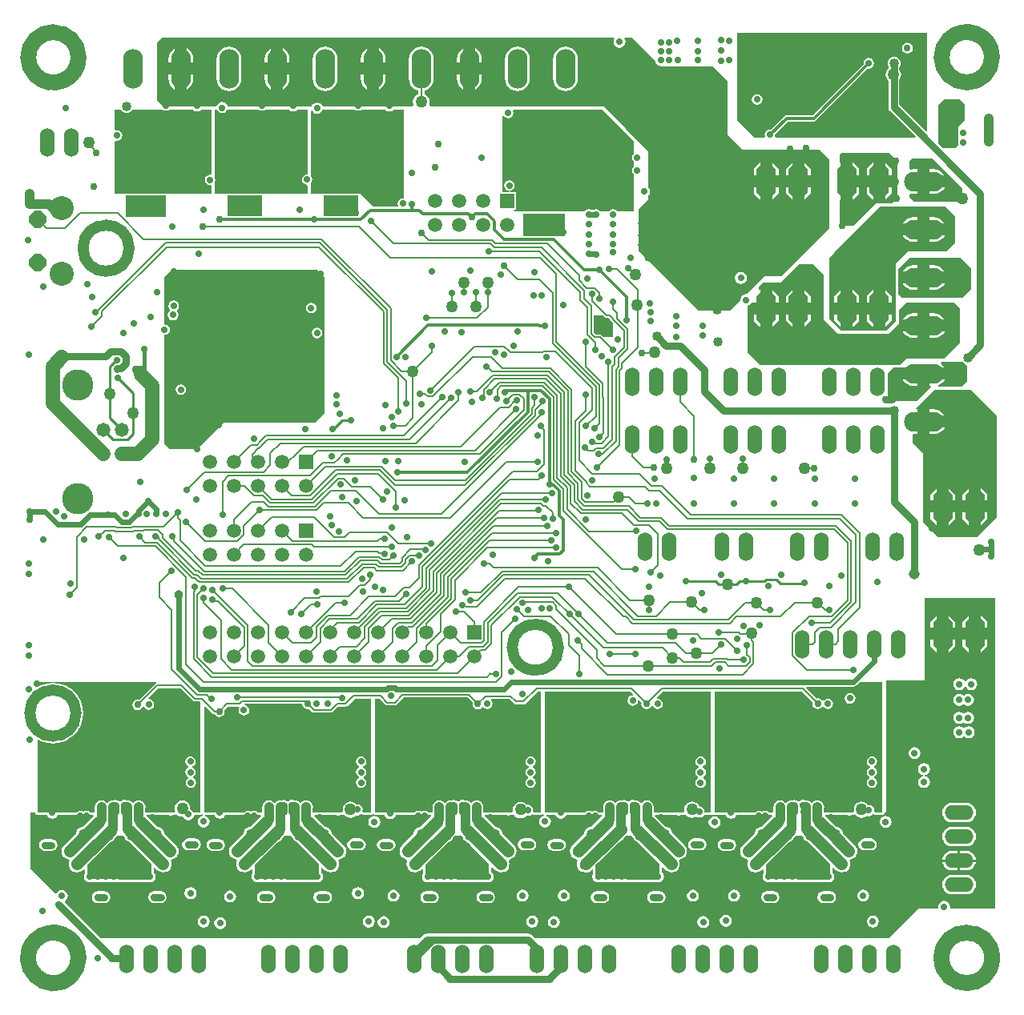
<source format=gbl>
G04 Layer_Physical_Order=4*
G04 Layer_Color=16711680*
%FSLAX24Y24*%
%MOIN*%
G70*
G01*
G75*
%ADD10C,0.0650*%
%ADD11C,0.0450*%
%ADD12C,0.0500*%
%ADD68C,0.0160*%
%ADD69C,0.0100*%
%ADD70C,0.0240*%
%ADD71C,0.0070*%
%ADD72C,0.0290*%
%ADD73C,0.0080*%
%ADD74C,0.0120*%
%ADD75C,0.0400*%
%ADD76C,0.0200*%
%ADD78C,0.0300*%
%ADD80C,0.0500*%
%ADD85R,0.0591X0.0591*%
%ADD86C,0.0591*%
%ADD87O,0.1200X0.0600*%
%ADD88P,0.0758X8X292.5*%
%ADD89C,0.1000*%
%ADD90O,0.0600X0.1200*%
%ADD91C,0.0580*%
%ADD92C,0.1305*%
G04:AMPARAMS|DCode=93|XSize=133mil|YSize=83mil|CornerRadius=0mil|HoleSize=0mil|Usage=FLASHONLY|Rotation=270.000|XOffset=0mil|YOffset=0mil|HoleType=Round|Shape=Octagon|*
%AMOCTAGOND93*
4,1,8,-0.0208,-0.0665,0.0208,-0.0665,0.0415,-0.0458,0.0415,0.0458,0.0208,0.0665,-0.0208,0.0665,-0.0415,0.0458,-0.0415,-0.0458,-0.0208,-0.0665,0.0*
%
%ADD93OCTAGOND93*%

%ADD94O,0.0825X0.1650*%
%ADD95O,0.1650X0.0825*%
%ADD96C,0.0300*%
%ADD97C,0.0290*%
%ADD98C,0.0400*%
%ADD99C,0.0340*%
%ADD100C,0.0380*%
%ADD101C,0.0250*%
%ADD102C,0.0450*%
%ADD123C,0.0600*%
G36*
X24340Y36820D02*
X25660Y35500D01*
Y35002D01*
X25635Y34985D01*
X25587Y34914D01*
X25571Y34830D01*
X25587Y34746D01*
X25635Y34675D01*
X25660Y34658D01*
Y34462D01*
X25635Y34445D01*
X25587Y34374D01*
X25571Y34290D01*
X25587Y34206D01*
X25635Y34135D01*
X25660Y34118D01*
X25660Y32600D01*
X24948D01*
X24945Y32605D01*
X24874Y32653D01*
X24790Y32669D01*
X24706Y32653D01*
X24635Y32605D01*
X24632Y32600D01*
X24235D01*
X24225Y32615D01*
X24154Y32663D01*
X24070Y32679D01*
X23986Y32663D01*
X23973Y32654D01*
X23877D01*
X23864Y32663D01*
X23780Y32679D01*
X23696Y32663D01*
X23625Y32615D01*
X23615Y32600D01*
X20658D01*
X20647Y32615D01*
X20673Y32665D01*
X20745D01*
Y33395D01*
X20535D01*
X20495Y33419D01*
X20495Y33419D01*
X20495D01*
X20493Y33445D01*
X20496Y33446D01*
X20554Y33457D01*
X20625Y33505D01*
X20673Y33576D01*
X20689Y33660D01*
X20673Y33744D01*
X20625Y33815D01*
X20554Y33863D01*
X20470Y33879D01*
X20386Y33863D01*
X20315Y33815D01*
X20267Y33744D01*
X20251Y33660D01*
X20267Y33576D01*
X20315Y33505D01*
X20386Y33457D01*
X20444Y33446D01*
X20447Y33445D01*
X20445Y33419D01*
X20445D01*
X20445Y33419D01*
X20405Y33395D01*
X20190D01*
Y36547D01*
X20240Y36562D01*
X20265Y36525D01*
X20336Y36477D01*
X20420Y36461D01*
X20504Y36477D01*
X20575Y36525D01*
X20623Y36596D01*
X20639Y36680D01*
X20623Y36764D01*
X20615Y36776D01*
X20638Y36820D01*
X24340Y36820D01*
D02*
G37*
G36*
X8090Y34142D02*
X8051Y34110D01*
X8018Y34117D01*
X7934Y34100D01*
X7863Y34053D01*
X7815Y33982D01*
X7799Y33898D01*
X7815Y33814D01*
X7863Y33743D01*
X7934Y33695D01*
X8018Y33678D01*
X8051Y33685D01*
X8090Y33653D01*
Y33320D01*
X4060D01*
Y35493D01*
X4110Y35531D01*
X4160Y35521D01*
X4244Y35537D01*
X4315Y35585D01*
X4363Y35656D01*
X4379Y35740D01*
X4363Y35824D01*
X4315Y35895D01*
X4244Y35943D01*
X4160Y35959D01*
X4110Y35949D01*
X4060Y35987D01*
Y36820D01*
X4322D01*
X4324Y36814D01*
X4367Y36757D01*
X4424Y36714D01*
X4490Y36687D01*
X4560Y36678D01*
X4630Y36687D01*
X4696Y36714D01*
X4753Y36757D01*
X4796Y36814D01*
X4798Y36820D01*
X6047D01*
X6096Y36787D01*
X6180Y36771D01*
X6264Y36787D01*
X6313Y36820D01*
X7322D01*
X7325Y36815D01*
X7396Y36767D01*
X7480Y36751D01*
X7564Y36767D01*
X7635Y36815D01*
X7638Y36820D01*
X8090D01*
Y34142D01*
D02*
G37*
G36*
X39429Y37021D02*
Y36388D01*
X39154Y36112D01*
Y35344D01*
X39016Y35207D01*
X38501D01*
X38297Y35410D01*
Y36978D01*
X38556Y37237D01*
X39213D01*
X39429Y37021D01*
D02*
G37*
G36*
X37850Y40030D02*
X37850Y35923D01*
X37804Y35903D01*
X36694Y37013D01*
Y38073D01*
X36730Y38119D01*
X36762Y38196D01*
X36773Y38280D01*
X36762Y38364D01*
X36730Y38441D01*
X36694Y38487D01*
Y38599D01*
X36706Y38614D01*
X36733Y38680D01*
X36742Y38750D01*
X36733Y38820D01*
X36706Y38886D01*
X36663Y38943D01*
X36606Y38986D01*
X36540Y39013D01*
X36470Y39022D01*
X36400Y39013D01*
X36334Y38986D01*
X36277Y38943D01*
X36234Y38886D01*
X36207Y38820D01*
X36198Y38750D01*
X36207Y38680D01*
X36234Y38614D01*
X36246Y38599D01*
Y38527D01*
X36222Y38508D01*
X36170Y38441D01*
X36138Y38364D01*
X36127Y38280D01*
X36138Y38196D01*
X36170Y38119D01*
X36222Y38052D01*
X36246Y38033D01*
Y36920D01*
X36263Y36834D01*
X36311Y36761D01*
X37367Y35706D01*
X37348Y35659D01*
X31550Y35659D01*
X31517Y35709D01*
X31529Y35770D01*
X31524Y35796D01*
X32061Y36334D01*
X33137D01*
X33187Y36344D01*
X33230Y36373D01*
X35394Y38536D01*
X35420Y38531D01*
X35504Y38547D01*
X35575Y38595D01*
X35623Y38666D01*
X35639Y38750D01*
X35623Y38834D01*
X35575Y38905D01*
X35504Y38953D01*
X35420Y38969D01*
X35336Y38953D01*
X35265Y38905D01*
X35217Y38834D01*
X35201Y38750D01*
X35206Y38724D01*
X33082Y36599D01*
X32007D01*
X31956Y36589D01*
X31913Y36560D01*
X31336Y35984D01*
X31310Y35989D01*
X31226Y35973D01*
X31155Y35925D01*
X31107Y35854D01*
X31091Y35770D01*
X31103Y35709D01*
X31070Y35659D01*
X30646D01*
X30635Y35674D01*
X29950Y36358D01*
X29950Y39550D01*
Y40030D01*
X37850Y40030D01*
D02*
G37*
G36*
X12080Y34149D02*
X12053Y34127D01*
X11969Y34110D01*
X11898Y34062D01*
X11851Y33991D01*
X11834Y33907D01*
X11851Y33824D01*
X11898Y33752D01*
X11969Y33705D01*
X12053Y33688D01*
X12080Y33666D01*
Y33320D01*
X8200D01*
Y33783D01*
X8220Y33814D01*
X8237Y33898D01*
X8220Y33982D01*
X8200Y34012D01*
Y36820D01*
X8315D01*
X8317Y36806D01*
X8365Y36735D01*
X8436Y36687D01*
X8520Y36671D01*
X8604Y36687D01*
X8675Y36735D01*
X8723Y36806D01*
X8725Y36820D01*
X10047D01*
X10096Y36787D01*
X10180Y36771D01*
X10264Y36787D01*
X10313Y36820D01*
X11322D01*
X11325Y36815D01*
X11396Y36767D01*
X11480Y36751D01*
X11564Y36767D01*
X11635Y36815D01*
X11638Y36820D01*
X12080D01*
Y34149D01*
D02*
G37*
G36*
X28860Y7560D02*
X28614D01*
X28589Y7590D01*
X28573Y7674D01*
X28525Y7745D01*
X28454Y7793D01*
X28370Y7809D01*
X28363Y7808D01*
X28350Y7841D01*
X28298Y7908D01*
X28231Y7960D01*
X28154Y7992D01*
X28070Y8003D01*
X27986Y7992D01*
X27909Y7960D01*
X27842Y7908D01*
X27790Y7841D01*
X27758Y7764D01*
X27747Y7680D01*
X27756Y7610D01*
X27726Y7560D01*
X26813Y7560D01*
X26767Y7569D01*
X26721Y7560D01*
X26470D01*
Y7755D01*
X26476Y7790D01*
X26460Y7874D01*
X26436Y7910D01*
X26433Y7916D01*
X26421Y7932D01*
X26412Y7945D01*
X26410Y7947D01*
X26390Y7973D01*
X26333Y8016D01*
X26268Y8043D01*
X26197Y8052D01*
X26127Y8043D01*
X26061Y8016D01*
X26005Y7973D01*
X25999Y7965D01*
X25936D01*
X25920Y7987D01*
X25863Y8030D01*
X25798Y8057D01*
X25727Y8067D01*
X25687Y8061D01*
X25685Y8063D01*
X25653Y8069D01*
X25621Y8078D01*
X25611Y8077D01*
X25601Y8079D01*
X25569Y8073D01*
X25536Y8069D01*
X25527Y8064D01*
X25518Y8063D01*
X25490Y8044D01*
X25461Y8028D01*
X25455Y8020D01*
X25446Y8015D01*
X25396D01*
X25325Y8063D01*
X25241Y8079D01*
X25158Y8063D01*
X25155Y8061D01*
X25113Y8067D01*
X25043Y8057D01*
X24977Y8030D01*
X24921Y7987D01*
X24904Y7965D01*
X24841D01*
X24836Y7973D01*
X24779Y8016D01*
X24714Y8043D01*
X24643Y8052D01*
X24573Y8043D01*
X24507Y8016D01*
X24451Y7973D01*
X24407Y7916D01*
X24380Y7850D01*
X24371Y7780D01*
Y7560D01*
X24196D01*
X24192Y7565D01*
X24121Y7613D01*
X24037Y7629D01*
X23953Y7613D01*
X23902Y7578D01*
X23851Y7613D01*
X23767Y7629D01*
X23683Y7613D01*
X23612Y7565D01*
X23609Y7560D01*
X21940D01*
X21940Y12598D01*
X25504D01*
X25621Y12481D01*
X25605Y12445D01*
X25597Y12433D01*
X25517Y12417D01*
X25445Y12370D01*
X25398Y12298D01*
X25381Y12215D01*
X25398Y12131D01*
X25445Y12060D01*
X25517Y12012D01*
X25600Y11995D01*
X25684Y12012D01*
X25755Y12060D01*
X25803Y12131D01*
X25819Y12212D01*
X25831Y12219D01*
X25867Y12235D01*
X25967Y12135D01*
X25956Y12080D01*
X25973Y11994D01*
X26021Y11921D01*
X26094Y11873D01*
X26180Y11856D01*
X26266Y11873D01*
X26339Y11921D01*
X26381Y11985D01*
X26397Y11989D01*
X26415Y11989D01*
X26436Y11985D01*
X26476Y11925D01*
X26548Y11877D01*
X26631Y11861D01*
X26715Y11877D01*
X26786Y11925D01*
X26834Y11996D01*
X26851Y12080D01*
X26834Y12164D01*
X26786Y12235D01*
X26715Y12283D01*
X26631Y12299D01*
X26628Y12299D01*
X26603Y12345D01*
X26856Y12598D01*
X28860D01*
X28860Y7560D01*
D02*
G37*
G36*
X35991Y7560D02*
X35682D01*
X35641Y7610D01*
X35649Y7650D01*
X35633Y7734D01*
X35585Y7805D01*
X35514Y7853D01*
X35430Y7869D01*
X35385Y7860D01*
X35348Y7908D01*
X35281Y7960D01*
X35204Y7992D01*
X35120Y8003D01*
X35036Y7992D01*
X34959Y7960D01*
X34892Y7908D01*
X34840Y7841D01*
X34808Y7764D01*
X34797Y7680D01*
X34806Y7610D01*
X34776Y7560D01*
X33902Y7560D01*
X33856Y7569D01*
X33809Y7560D01*
X33558D01*
Y7755D01*
X33565Y7790D01*
X33548Y7874D01*
X33524Y7910D01*
X33522Y7916D01*
X33509Y7932D01*
X33501Y7945D01*
X33498Y7947D01*
X33478Y7973D01*
X33422Y8016D01*
X33356Y8043D01*
X33286Y8052D01*
X33215Y8043D01*
X33150Y8016D01*
X33093Y7973D01*
X33088Y7965D01*
X33025D01*
X33008Y7987D01*
X32952Y8030D01*
X32886Y8057D01*
X32816Y8067D01*
X32776Y8061D01*
X32774Y8063D01*
X32741Y8069D01*
X32710Y8078D01*
X32700Y8077D01*
X32690Y8079D01*
X32657Y8073D01*
X32624Y8069D01*
X32616Y8064D01*
X32606Y8063D01*
X32579Y8044D01*
X32549Y8028D01*
X32543Y8020D01*
X32542Y8020D01*
X32519Y8015D01*
X32501D01*
X32478Y8020D01*
X32414Y8063D01*
X32330Y8079D01*
X32246Y8063D01*
X32244Y8061D01*
X32202Y8067D01*
X32131Y8057D01*
X32066Y8030D01*
X32009Y7987D01*
X31993Y7965D01*
X31930D01*
X31924Y7973D01*
X31868Y8016D01*
X31802Y8043D01*
X31732Y8052D01*
X31661Y8043D01*
X31596Y8016D01*
X31539Y7973D01*
X31496Y7916D01*
X31469Y7850D01*
X31459Y7780D01*
Y7560D01*
X31284D01*
X31281Y7565D01*
X31210Y7613D01*
X31126Y7629D01*
X31042Y7613D01*
X30991Y7578D01*
X30940Y7613D01*
X30856Y7629D01*
X30772Y7613D01*
X30701Y7565D01*
X30697Y7560D01*
X29000D01*
X29000Y12598D01*
X32644D01*
X33090Y12151D01*
X33076Y12080D01*
X33093Y11994D01*
X33141Y11921D01*
X33214Y11873D01*
X33300Y11856D01*
X33386Y11873D01*
X33459Y11921D01*
X33483Y11958D01*
X33543D01*
X33565Y11925D01*
X33636Y11877D01*
X33720Y11861D01*
X33804Y11877D01*
X33875Y11925D01*
X33923Y11996D01*
X33939Y12080D01*
X33923Y12164D01*
X33875Y12235D01*
X33804Y12283D01*
X33720Y12299D01*
X33636Y12283D01*
X33565Y12235D01*
X33543Y12202D01*
X33483D01*
X33459Y12239D01*
X33386Y12287D01*
X33300Y12304D01*
X33262Y12297D01*
X32817Y12741D01*
X32838Y12791D01*
X34768D01*
X34842Y12806D01*
X34905Y12848D01*
X35057Y13000D01*
X35991D01*
X35991Y7560D01*
D02*
G37*
G36*
X16080Y33160D02*
X16042Y33129D01*
X15958Y33113D01*
X15887Y33065D01*
X15839Y32994D01*
X15823Y32910D01*
X15839Y32826D01*
X15847Y32814D01*
X15824Y32770D01*
X14830D01*
X14280Y33320D01*
X12220D01*
Y33770D01*
X12256Y33824D01*
X12272Y33907D01*
X12256Y33991D01*
X12220Y34045D01*
Y36752D01*
X12266Y36783D01*
X12270Y36782D01*
X12315Y36715D01*
X12386Y36667D01*
X12470Y36651D01*
X12554Y36667D01*
X12625Y36715D01*
X12673Y36786D01*
X12679Y36820D01*
X14047D01*
X14096Y36787D01*
X14180Y36771D01*
X14264Y36787D01*
X14313Y36820D01*
X15322D01*
X15325Y36815D01*
X15396Y36767D01*
X15480Y36751D01*
X15564Y36767D01*
X15635Y36815D01*
X15638Y36820D01*
X16080D01*
Y33160D01*
D02*
G37*
G36*
X14180Y32387D02*
X13961D01*
X13956Y32388D01*
X13890D01*
X13886Y32387D01*
X13666D01*
X13661Y32388D01*
X13595D01*
X13590Y32387D01*
X13370D01*
X13365Y32388D01*
X13300D01*
X13295Y32387D01*
X13075D01*
X13070Y32388D01*
X13005D01*
X13000Y32387D01*
X12780D01*
X12775Y32388D01*
X12752D01*
Y33249D01*
X14180D01*
Y32387D01*
D02*
G37*
G36*
X11437Y6526D02*
X11465Y6459D01*
X11516Y6392D01*
X11583Y6340D01*
X11650Y6313D01*
X12533Y5430D01*
Y4785D01*
X12497Y4750D01*
X9893Y4770D01*
Y5370D01*
X10833Y6311D01*
X10906Y6340D01*
X10972Y6392D01*
X11024Y6459D01*
X11054Y6531D01*
X11123Y6600D01*
X11363D01*
X11437Y6526D01*
D02*
G37*
G36*
X4468D02*
X4496Y6459D01*
X4547Y6392D01*
X4614Y6340D01*
X4682Y6313D01*
X5564Y5430D01*
Y4785D01*
X5529Y4750D01*
X2924Y4770D01*
Y5370D01*
X3865Y6311D01*
X3937Y6340D01*
X4004Y6392D01*
X4055Y6459D01*
X4085Y6531D01*
X4154Y6600D01*
X4394D01*
X4468Y6526D01*
D02*
G37*
G36*
X18535Y6509D02*
X18556Y6459D01*
X18607Y6392D01*
X18674Y6340D01*
X18724Y6320D01*
X19614Y5430D01*
Y4785D01*
X19579Y4750D01*
X16974Y4770D01*
Y5370D01*
X17911Y6307D01*
X17919Y6308D01*
X17997Y6340D01*
X18064Y6392D01*
X18115Y6459D01*
X18147Y6536D01*
X18148Y6544D01*
X18204Y6600D01*
X18444D01*
X18535Y6509D01*
D02*
G37*
G36*
X39200Y33640D02*
X39330Y33510D01*
Y33110D01*
X39200Y32980D01*
X37320D01*
X37130Y33170D01*
Y33289D01*
X37180Y33323D01*
X37294Y33308D01*
X37456D01*
Y33825D01*
Y34342D01*
X37294D01*
X37180Y34327D01*
X37130Y34360D01*
Y34670D01*
X37260Y34800D01*
X38040D01*
X39200Y33640D01*
D02*
G37*
G36*
X25621Y6509D02*
X25642Y6459D01*
X25693Y6392D01*
X25760Y6340D01*
X25810Y6320D01*
X26700Y5430D01*
Y4785D01*
X26665Y4750D01*
X24060Y4770D01*
Y5370D01*
X24166Y5476D01*
X25044Y6324D01*
X25083Y6340D01*
X25150Y6392D01*
X25201Y6459D01*
X25213Y6488D01*
X25329Y6600D01*
X25530D01*
X25621Y6509D01*
D02*
G37*
G36*
X5794Y13000D02*
X5799Y12950D01*
X5767Y12944D01*
X5731Y12919D01*
X5731Y12919D01*
X5065Y12253D01*
X5010Y12264D01*
X4924Y12247D01*
X4851Y12199D01*
X4803Y12126D01*
X4786Y12040D01*
X4803Y11954D01*
X4851Y11881D01*
X4924Y11833D01*
X5010Y11816D01*
X5096Y11833D01*
X5169Y11881D01*
X5217Y11954D01*
X5218Y11958D01*
X5255Y11964D01*
X5270Y11963D01*
X5315Y11895D01*
X5386Y11847D01*
X5470Y11831D01*
X5554Y11847D01*
X5625Y11895D01*
X5673Y11966D01*
X5689Y12050D01*
X5673Y12134D01*
X5625Y12205D01*
X5554Y12253D01*
X5470Y12269D01*
X5468Y12269D01*
X5444Y12315D01*
X5856Y12728D01*
X6784D01*
X7301Y12211D01*
X7301Y12211D01*
X7337Y12186D01*
X7380Y12178D01*
X7584D01*
X7630Y12132D01*
X7630Y7560D01*
X7323D01*
X7323Y7564D01*
X7275Y7635D01*
X7204Y7683D01*
X7187Y7686D01*
X7193Y7730D01*
X7182Y7814D01*
X7150Y7891D01*
X7098Y7958D01*
X7031Y8010D01*
X6954Y8042D01*
X6870Y8053D01*
X6786Y8042D01*
X6709Y8010D01*
X6642Y7958D01*
X6590Y7891D01*
X6558Y7814D01*
X6547Y7730D01*
X6558Y7646D01*
X6573Y7610D01*
X6540Y7560D01*
X5668Y7560D01*
X5621Y7569D01*
X5575Y7560D01*
X5324D01*
Y7755D01*
X5331Y7790D01*
X5314Y7874D01*
X5290Y7910D01*
X5287Y7916D01*
X5275Y7932D01*
X5266Y7945D01*
X5264Y7947D01*
X5244Y7973D01*
X5188Y8016D01*
X5122Y8043D01*
X5051Y8052D01*
X4981Y8043D01*
X4915Y8016D01*
X4859Y7973D01*
X4853Y7965D01*
X4790D01*
X4774Y7987D01*
X4718Y8030D01*
X4652Y8057D01*
X4581Y8067D01*
X4541Y8061D01*
X4540Y8063D01*
X4507Y8069D01*
X4475Y8078D01*
X4465Y8077D01*
X4456Y8079D01*
X4423Y8073D01*
X4390Y8069D01*
X4381Y8064D01*
X4372Y8063D01*
X4344Y8044D01*
X4315Y8028D01*
X4309Y8020D01*
X4308Y8020D01*
X4285Y8015D01*
X4251D01*
X4180Y8063D01*
X4096Y8079D01*
X4012Y8063D01*
X4010Y8061D01*
X3967Y8067D01*
X3897Y8057D01*
X3831Y8030D01*
X3775Y7987D01*
X3758Y7965D01*
X3695D01*
X3690Y7973D01*
X3634Y8016D01*
X3568Y8043D01*
X3497Y8052D01*
X3427Y8043D01*
X3361Y8016D01*
X3305Y7973D01*
X3262Y7916D01*
X3234Y7850D01*
X3225Y7780D01*
Y7560D01*
X3050D01*
X3046Y7565D01*
X2975Y7613D01*
X2891Y7629D01*
X2808Y7613D01*
X2756Y7578D01*
X2705Y7613D01*
X2621Y7629D01*
X2538Y7613D01*
X2466Y7565D01*
X2463Y7560D01*
X856D01*
X856Y10550D01*
X899Y10574D01*
X908Y10568D01*
X1091Y10493D01*
X1283Y10447D01*
X1480Y10431D01*
X1677Y10447D01*
X1869Y10493D01*
X2052Y10568D01*
X2220Y10672D01*
X2370Y10800D01*
X2498Y10950D01*
X2602Y11118D01*
X2677Y11301D01*
X2723Y11493D01*
X2739Y11690D01*
X2723Y11887D01*
X2677Y12079D01*
X2602Y12262D01*
X2498Y12430D01*
X2370Y12580D01*
X2220Y12708D01*
X2052Y12812D01*
X1869Y12887D01*
X1677Y12933D01*
X1480Y12949D01*
X1283Y12933D01*
X1091Y12887D01*
X908Y12812D01*
X899Y12806D01*
X856Y12830D01*
Y13000D01*
X5794Y13000D01*
D02*
G37*
G36*
X40679Y3550D02*
X39300Y3550D01*
X38835D01*
X38804Y3589D01*
X38810Y3620D01*
X38791Y3716D01*
X38737Y3797D01*
X38656Y3851D01*
X38560Y3870D01*
X38464Y3851D01*
X38383Y3797D01*
X38329Y3716D01*
X38310Y3620D01*
X38316Y3589D01*
X38285Y3550D01*
X37500D01*
X36260Y2310D01*
X21543Y2310D01*
X21412Y2442D01*
X21331Y2496D01*
X21235Y2515D01*
X17055D01*
X16959Y2496D01*
X16878Y2442D01*
X16747Y2310D01*
X5860Y2310D01*
X3467Y2310D01*
X1974Y3803D01*
X1980Y3867D01*
X2027Y3898D01*
X2081Y3979D01*
X2100Y4075D01*
X2081Y4170D01*
X2027Y4251D01*
X1946Y4306D01*
X1850Y4325D01*
X1755Y4306D01*
X1674Y4251D01*
X1636Y4195D01*
X1575Y4185D01*
X560Y5200D01*
Y7560D01*
X754D01*
X761Y7521D01*
X784Y7488D01*
X817Y7466D01*
X856Y7458D01*
X1228D01*
X1231Y7444D01*
X1285Y7363D01*
X1366Y7309D01*
X1461Y7290D01*
X1557Y7309D01*
X1638Y7363D01*
X1692Y7444D01*
X1695Y7458D01*
X2463D01*
X2473Y7460D01*
X2483D01*
X2492Y7464D01*
X2502Y7466D01*
X2510Y7471D01*
X2520Y7475D01*
X2527Y7482D01*
X2535Y7488D01*
X2536Y7489D01*
X2577Y7516D01*
X2621Y7525D01*
X2666Y7516D01*
X2700Y7494D01*
X2700Y7494D01*
X2737Y7478D01*
X2776D01*
X2813Y7494D01*
X2813Y7494D01*
X2847Y7516D01*
X2891Y7525D01*
X2936Y7516D01*
X2977Y7489D01*
X2978Y7488D01*
X2986Y7482D01*
X2993Y7475D01*
X3002Y7471D01*
X3011Y7466D01*
X3021Y7464D01*
X3030Y7460D01*
X3040Y7460D01*
X3050Y7458D01*
X3154D01*
X3171Y7408D01*
X3142Y7386D01*
X2836Y7080D01*
X2803Y7055D01*
X2713Y6965D01*
X2684Y6961D01*
X2599Y6926D01*
X2526Y6870D01*
X2470Y6797D01*
X2435Y6711D01*
X2431Y6683D01*
X1943Y6195D01*
X1887Y6122D01*
X1851Y6036D01*
X1839Y5945D01*
X1851Y5854D01*
X1887Y5768D01*
X1917Y5729D01*
X1941Y5693D01*
X1977Y5669D01*
X2016Y5639D01*
X2101Y5604D01*
X2133Y5600D01*
X2165Y5545D01*
X2146Y5501D01*
X2134Y5410D01*
X2146Y5319D01*
X2172Y5256D01*
X2177Y5234D01*
X2231Y5153D01*
X2312Y5099D01*
X2334Y5095D01*
X2396Y5069D01*
X2487Y5057D01*
X2579Y5069D01*
X2664Y5104D01*
X2737Y5160D01*
X2776Y5199D01*
X2822Y5180D01*
Y5033D01*
X2791Y4986D01*
X2772Y4890D01*
X2791Y4794D01*
X2829Y4738D01*
X2830Y4732D01*
X2830Y4731D01*
X2830Y4731D01*
X2841Y4715D01*
X2852Y4698D01*
X2852Y4698D01*
X2852Y4698D01*
X2868Y4687D01*
X2885Y4676D01*
X2885Y4676D01*
X2885Y4676D01*
X2904Y4672D01*
X2908Y4671D01*
X2926Y4659D01*
X3021Y4640D01*
X3117Y4659D01*
X3128Y4666D01*
X3243Y4666D01*
X3252Y4659D01*
X3348Y4640D01*
X3444Y4659D01*
X3451Y4664D01*
X3573Y4663D01*
X3579Y4659D01*
X3675Y4640D01*
X3770Y4659D01*
X3774Y4662D01*
X3904Y4661D01*
X3906Y4659D01*
X4001Y4640D01*
X4097Y4659D01*
X4418Y4657D01*
X4501Y4640D01*
X4578Y4656D01*
X4768Y4654D01*
X4838Y4640D01*
X4903Y4653D01*
X5118Y4651D01*
X5175Y4640D01*
X5227Y4651D01*
X5468Y4649D01*
X5511Y4640D01*
X5607Y4659D01*
X5688Y4713D01*
X5742Y4794D01*
X5761Y4890D01*
X5742Y4986D01*
X5688Y5067D01*
X5666Y5081D01*
Y5241D01*
X5712Y5260D01*
X5812Y5160D01*
X5885Y5104D01*
X5970Y5069D01*
X6061Y5057D01*
X6153Y5069D01*
X6215Y5095D01*
X6237Y5099D01*
X6318Y5153D01*
X6372Y5234D01*
X6377Y5256D01*
X6402Y5319D01*
X6414Y5410D01*
X6402Y5501D01*
X6384Y5545D01*
X6416Y5600D01*
X6448Y5604D01*
X6533Y5639D01*
X6572Y5669D01*
X6608Y5693D01*
X6632Y5729D01*
X6662Y5768D01*
X6697Y5854D01*
X6709Y5945D01*
X6697Y6036D01*
X6662Y6122D01*
X6606Y6195D01*
X6121Y6680D01*
X6117Y6711D01*
X6081Y6797D01*
X6025Y6870D01*
X5952Y6926D01*
X5867Y6961D01*
X5836Y6965D01*
X5746Y7055D01*
X5713Y7080D01*
X5407Y7386D01*
X5378Y7408D01*
X5395Y7458D01*
X5575D01*
X5585Y7460D01*
X5595D01*
X5621Y7465D01*
X5648Y7460D01*
X5658D01*
X5668Y7458D01*
X6263Y7458D01*
X6276Y7449D01*
X6371Y7430D01*
X6467Y7449D01*
X6480Y7458D01*
X6540D01*
X6550Y7460D01*
X6560D01*
X6569Y7464D01*
X6579Y7466D01*
X6587Y7471D01*
X6597Y7475D01*
X6620Y7480D01*
X6650Y7458D01*
X6693Y7424D01*
X6779Y7389D01*
X6870Y7377D01*
X6892Y7380D01*
X6943Y7303D01*
X7024Y7249D01*
X7120Y7230D01*
X7216Y7249D01*
X7297Y7303D01*
X7351Y7384D01*
X7365Y7458D01*
X7630D01*
X7669Y7466D01*
X7684Y7476D01*
X7698Y7471D01*
X7710Y7463D01*
X7698Y7409D01*
X7654Y7401D01*
X7573Y7347D01*
X7519Y7266D01*
X7500Y7170D01*
X7519Y7074D01*
X7573Y6993D01*
X7654Y6939D01*
X7750Y6920D01*
X7846Y6939D01*
X7927Y6993D01*
X7981Y7074D01*
X8000Y7170D01*
X7981Y7266D01*
X7927Y7347D01*
X7846Y7401D01*
X7809Y7408D01*
X7814Y7458D01*
X8196D01*
X8199Y7444D01*
X8253Y7363D01*
X8334Y7309D01*
X8430Y7290D01*
X8526Y7309D01*
X8607Y7363D01*
X8661Y7444D01*
X8663Y7458D01*
X9432D01*
X9441Y7460D01*
X9452Y7460D01*
X9461Y7464D01*
X9471Y7466D01*
X9479Y7471D01*
X9488Y7475D01*
X9495Y7482D01*
X9504Y7488D01*
X9504Y7489D01*
X9546Y7516D01*
X9590Y7525D01*
X9634Y7516D01*
X9668Y7494D01*
X9668Y7494D01*
X9705Y7478D01*
X9745D01*
X9782Y7494D01*
X9782Y7494D01*
X9816Y7516D01*
X9860Y7525D01*
X9904Y7516D01*
X9946Y7489D01*
X9946Y7488D01*
X9955Y7482D01*
X9962Y7475D01*
X9971Y7471D01*
X9979Y7466D01*
X9989Y7464D01*
X9998Y7460D01*
X10008Y7460D01*
X10018Y7458D01*
X10122D01*
X10139Y7408D01*
X10110Y7386D01*
X9804Y7080D01*
X9771Y7055D01*
X9682Y6965D01*
X9653Y6961D01*
X9568Y6926D01*
X9495Y6870D01*
X9439Y6797D01*
X9403Y6711D01*
X9399Y6683D01*
X8911Y6195D01*
X8855Y6122D01*
X8820Y6036D01*
X8808Y5945D01*
X8820Y5854D01*
X8855Y5768D01*
X8885Y5729D01*
X8909Y5693D01*
X8945Y5669D01*
X8985Y5639D01*
X9070Y5604D01*
X9102Y5600D01*
X9133Y5545D01*
X9115Y5501D01*
X9103Y5410D01*
X9115Y5319D01*
X9141Y5256D01*
X9145Y5234D01*
X9199Y5153D01*
X9280Y5099D01*
X9302Y5095D01*
X9365Y5069D01*
X9456Y5057D01*
X9547Y5069D01*
X9633Y5104D01*
X9706Y5160D01*
X9745Y5199D01*
X9791Y5180D01*
Y5033D01*
X9759Y4986D01*
X9740Y4890D01*
X9759Y4794D01*
X9797Y4738D01*
X9798Y4732D01*
X9799Y4731D01*
X9799Y4731D01*
X9809Y4715D01*
X9820Y4698D01*
X9821Y4698D01*
X9821Y4698D01*
X9837Y4687D01*
X9853Y4676D01*
X9853Y4676D01*
X9854Y4676D01*
X9873Y4672D01*
X9876Y4671D01*
X9894Y4659D01*
X9990Y4640D01*
X10086Y4659D01*
X10096Y4666D01*
X10211Y4666D01*
X10221Y4659D01*
X10317Y4640D01*
X10412Y4659D01*
X10419Y4664D01*
X10542Y4663D01*
X10548Y4659D01*
X10643Y4640D01*
X10739Y4659D01*
X10742Y4662D01*
X10872Y4661D01*
X10874Y4659D01*
X10970Y4640D01*
X11065Y4659D01*
X11387Y4657D01*
X11470Y4640D01*
X11547Y4656D01*
X11737Y4654D01*
X11807Y4640D01*
X11871Y4653D01*
X12087Y4651D01*
X12143Y4640D01*
X12196Y4651D01*
X12437Y4649D01*
X12480Y4640D01*
X12576Y4659D01*
X12657Y4713D01*
X12711Y4794D01*
X12730Y4890D01*
X12711Y4986D01*
X12657Y5067D01*
X12635Y5081D01*
Y5241D01*
X12681Y5260D01*
X12780Y5160D01*
X12853Y5104D01*
X12939Y5069D01*
X13030Y5057D01*
X13121Y5069D01*
X13184Y5095D01*
X13206Y5099D01*
X13287Y5153D01*
X13341Y5234D01*
X13345Y5256D01*
X13371Y5319D01*
X13383Y5410D01*
X13371Y5501D01*
X13353Y5545D01*
X13384Y5600D01*
X13416Y5604D01*
X13502Y5639D01*
X13541Y5669D01*
X13577Y5693D01*
X13601Y5729D01*
X13631Y5768D01*
X13666Y5854D01*
X13678Y5945D01*
X13666Y6036D01*
X13631Y6122D01*
X13575Y6195D01*
X13089Y6680D01*
X13085Y6711D01*
X13050Y6797D01*
X12994Y6870D01*
X12921Y6926D01*
X12836Y6961D01*
X12804Y6965D01*
X12715Y7055D01*
X12682Y7080D01*
X12376Y7386D01*
X12347Y7408D01*
X12364Y7458D01*
X12544D01*
X12554Y7460D01*
X12564D01*
X12590Y7465D01*
X12616Y7460D01*
X12626D01*
X12636Y7458D01*
X13231Y7458D01*
X13244Y7449D01*
X13340Y7430D01*
X13436Y7449D01*
X13449Y7458D01*
X13516D01*
X13528Y7460D01*
X13540Y7461D01*
X13547Y7464D01*
X13555Y7466D01*
X13565Y7473D01*
X13575Y7477D01*
X13610Y7430D01*
X13683Y7374D01*
X13769Y7339D01*
X13860Y7327D01*
X13951Y7339D01*
X14037Y7374D01*
X14110Y7430D01*
X14115Y7437D01*
X14150Y7430D01*
X14246Y7449D01*
X14309Y7492D01*
X14312Y7488D01*
X14317Y7484D01*
X14322Y7479D01*
X14334Y7473D01*
X14345Y7466D01*
X14351Y7465D01*
X14357Y7462D01*
X14371Y7461D01*
X14384Y7458D01*
X14720D01*
X14759Y7466D01*
X14792Y7488D01*
X14836Y7469D01*
X14841Y7466D01*
X14880Y7458D01*
X15284D01*
X15290Y7424D01*
X15345Y7343D01*
X15426Y7289D01*
X15521Y7270D01*
X15617Y7289D01*
X15698Y7343D01*
X15752Y7424D01*
X15759Y7458D01*
X16523D01*
X16533Y7460D01*
X16543Y7460D01*
X16552Y7464D01*
X16562Y7466D01*
X16570Y7471D01*
X16579Y7475D01*
X16587Y7482D01*
X16595Y7488D01*
X16595Y7489D01*
X16637Y7516D01*
X16681Y7525D01*
X16725Y7516D01*
X16760Y7494D01*
X16760Y7494D01*
X16796Y7478D01*
X16836D01*
X16873Y7494D01*
X16873Y7494D01*
X16907Y7516D01*
X16951Y7525D01*
X16995Y7516D01*
X17037Y7489D01*
X17037Y7488D01*
X17046Y7482D01*
X17053Y7475D01*
X17062Y7471D01*
X17071Y7466D01*
X17080Y7464D01*
X17090Y7460D01*
X17100Y7460D01*
X17110Y7458D01*
X17213D01*
X17230Y7408D01*
X17201Y7386D01*
X16895Y7080D01*
X16863Y7055D01*
X16773Y6965D01*
X16744Y6961D01*
X16659Y6926D01*
X16586Y6870D01*
X16530Y6797D01*
X16494Y6711D01*
X16491Y6683D01*
X16003Y6195D01*
X15946Y6122D01*
X15911Y6036D01*
X15899Y5945D01*
X15911Y5854D01*
X15946Y5768D01*
X15977Y5729D01*
X16001Y5693D01*
X16036Y5669D01*
X16076Y5639D01*
X16161Y5604D01*
X16193Y5600D01*
X16224Y5545D01*
X16206Y5501D01*
X16194Y5410D01*
X16206Y5319D01*
X16232Y5256D01*
X16236Y5234D01*
X16291Y5153D01*
X16372Y5099D01*
X16393Y5095D01*
X16456Y5069D01*
X16547Y5057D01*
X16639Y5069D01*
X16724Y5104D01*
X16797Y5160D01*
X16826Y5189D01*
X16872Y5170D01*
Y5018D01*
X16850Y4986D01*
X16831Y4890D01*
X16850Y4794D01*
X16874Y4759D01*
X16876Y4751D01*
X16880Y4732D01*
X16880Y4731D01*
X16880Y4731D01*
X16891Y4715D01*
X16901Y4698D01*
X16902Y4698D01*
X16902Y4698D01*
X16918Y4687D01*
X16934Y4676D01*
X16935Y4676D01*
X16935Y4676D01*
X16954Y4672D01*
X16972Y4668D01*
X16986Y4659D01*
X17081Y4640D01*
X17177Y4659D01*
X17188Y4666D01*
X17303Y4666D01*
X17312Y4659D01*
X17408Y4640D01*
X17503Y4659D01*
X17511Y4664D01*
X17633Y4663D01*
X17639Y4659D01*
X17735Y4640D01*
X17830Y4659D01*
X17834Y4662D01*
X17964Y4661D01*
X17966Y4659D01*
X18061Y4640D01*
X18156Y4659D01*
X18479Y4657D01*
X18561Y4640D01*
X18638Y4655D01*
X18829Y4654D01*
X18898Y4640D01*
X18962Y4653D01*
X19179Y4651D01*
X19235Y4640D01*
X19286Y4651D01*
X19529Y4649D01*
X19571Y4640D01*
X19667Y4659D01*
X19748Y4713D01*
X19802Y4794D01*
X19821Y4890D01*
X19802Y4986D01*
X19748Y5067D01*
X19716Y5088D01*
Y5251D01*
X19762Y5270D01*
X19872Y5160D01*
X19945Y5104D01*
X20030Y5069D01*
X20121Y5057D01*
X20213Y5069D01*
X20275Y5095D01*
X20297Y5099D01*
X20378Y5153D01*
X20432Y5234D01*
X20436Y5256D01*
X20462Y5319D01*
X20474Y5410D01*
X20462Y5501D01*
X20444Y5545D01*
X20476Y5600D01*
X20508Y5604D01*
X20593Y5639D01*
X20632Y5669D01*
X20668Y5693D01*
X20692Y5729D01*
X20722Y5768D01*
X20757Y5854D01*
X20769Y5945D01*
X20757Y6036D01*
X20722Y6122D01*
X20666Y6195D01*
X20181Y6680D01*
X20176Y6711D01*
X20141Y6797D01*
X20085Y6870D01*
X20012Y6926D01*
X19927Y6961D01*
X19895Y6965D01*
X19806Y7055D01*
X19773Y7080D01*
X19467Y7386D01*
X19438Y7408D01*
X19455Y7458D01*
X19635D01*
X19645Y7460D01*
X19655D01*
X19681Y7465D01*
X19708Y7460D01*
X19718D01*
X19728Y7458D01*
X20322Y7458D01*
X20336Y7449D01*
X20431Y7430D01*
X20527Y7449D01*
X20540Y7458D01*
X20590D01*
X20599Y7460D01*
X20608Y7460D01*
X20618Y7464D01*
X20629Y7466D01*
X20637Y7471D01*
X20645Y7474D01*
X20649Y7474D01*
X20690Y7420D01*
X20763Y7364D01*
X20849Y7329D01*
X20940Y7317D01*
X21031Y7329D01*
X21117Y7364D01*
X21189Y7420D01*
X21240Y7410D01*
X21336Y7429D01*
X21417Y7483D01*
X21436Y7472D01*
X21443Y7470D01*
X21448Y7466D01*
X21461Y7463D01*
X21474Y7459D01*
X21481Y7459D01*
X21487Y7458D01*
X21780D01*
X21819Y7466D01*
X21852Y7488D01*
X21852Y7488D01*
X21868D01*
X21901Y7466D01*
X21913Y7463D01*
Y7412D01*
X21854Y7401D01*
X21773Y7347D01*
X21719Y7266D01*
X21700Y7170D01*
X21719Y7074D01*
X21773Y6993D01*
X21854Y6939D01*
X21950Y6920D01*
X22046Y6939D01*
X22127Y6993D01*
X22181Y7074D01*
X22200Y7170D01*
X22181Y7266D01*
X22127Y7347D01*
X22046Y7401D01*
X22009Y7408D01*
X22014Y7458D01*
X22374D01*
X22376Y7444D01*
X22431Y7363D01*
X22512Y7309D01*
X22607Y7290D01*
X22703Y7309D01*
X22784Y7363D01*
X22838Y7444D01*
X22841Y7458D01*
X23609D01*
X23619Y7460D01*
X23629Y7460D01*
X23638Y7464D01*
X23648Y7466D01*
X23656Y7471D01*
X23665Y7475D01*
X23673Y7482D01*
X23681Y7488D01*
X23681Y7489D01*
X23723Y7516D01*
X23767Y7525D01*
X23811Y7516D01*
X23846Y7494D01*
X23846Y7494D01*
X23882Y7478D01*
X23922D01*
X23959Y7494D01*
X23959Y7494D01*
X23993Y7516D01*
X24037Y7525D01*
X24081Y7516D01*
X24123Y7489D01*
X24123Y7488D01*
X24132Y7482D01*
X24139Y7475D01*
X24148Y7471D01*
X24157Y7466D01*
X24166Y7464D01*
X24176Y7460D01*
X24186Y7460D01*
X24196Y7458D01*
X24299D01*
X24316Y7408D01*
X24287Y7386D01*
X23981Y7080D01*
X23949Y7055D01*
X23859Y6965D01*
X23830Y6961D01*
X23745Y6926D01*
X23672Y6870D01*
X23616Y6797D01*
X23580Y6711D01*
X23577Y6683D01*
X23089Y6195D01*
X23032Y6122D01*
X22997Y6036D01*
X22985Y5945D01*
X22997Y5854D01*
X23032Y5768D01*
X23063Y5729D01*
X23087Y5693D01*
X23122Y5669D01*
X23162Y5639D01*
X23247Y5604D01*
X23280Y5600D01*
X23310Y5545D01*
X23294Y5507D01*
X23280Y5416D01*
X23291Y5325D01*
X23319Y5254D01*
X23322Y5234D01*
X23377Y5153D01*
X23458Y5099D01*
X23481Y5095D01*
X23536Y5071D01*
X23627Y5057D01*
X23719Y5067D01*
X23804Y5101D01*
X23879Y5156D01*
X23912Y5189D01*
X23958Y5169D01*
Y5018D01*
X23936Y4986D01*
X23917Y4890D01*
X23936Y4794D01*
X23960Y4759D01*
X23962Y4751D01*
X23966Y4732D01*
X23966Y4731D01*
X23966Y4731D01*
X23977Y4715D01*
X23987Y4698D01*
X23988Y4698D01*
X23988Y4698D01*
X24004Y4687D01*
X24020Y4676D01*
X24021Y4676D01*
X24021Y4676D01*
X24040Y4672D01*
X24058Y4668D01*
X24072Y4659D01*
X24167Y4640D01*
X24263Y4659D01*
X24274Y4666D01*
X24389Y4666D01*
X24398Y4659D01*
X24494Y4640D01*
X24589Y4659D01*
X24597Y4664D01*
X24719Y4663D01*
X24725Y4659D01*
X24821Y4640D01*
X24916Y4659D01*
X24920Y4662D01*
X25050Y4661D01*
X25052Y4659D01*
X25147Y4640D01*
X25242Y4659D01*
X25565Y4657D01*
X25647Y4640D01*
X25724Y4655D01*
X25915Y4654D01*
X25984Y4640D01*
X26048Y4653D01*
X26265Y4651D01*
X26321Y4640D01*
X26372Y4651D01*
X26615Y4649D01*
X26657Y4640D01*
X26753Y4659D01*
X26834Y4713D01*
X26888Y4794D01*
X26907Y4890D01*
X26888Y4986D01*
X26834Y5067D01*
X26802Y5088D01*
Y5251D01*
X26848Y5270D01*
X26958Y5160D01*
X27031Y5104D01*
X27116Y5069D01*
X27207Y5057D01*
X27299Y5069D01*
X27361Y5095D01*
X27383Y5099D01*
X27464Y5153D01*
X27518Y5234D01*
X27522Y5256D01*
X27548Y5319D01*
X27560Y5410D01*
X27548Y5501D01*
X27530Y5545D01*
X27562Y5600D01*
X27594Y5604D01*
X27679Y5639D01*
X27718Y5669D01*
X27754Y5693D01*
X27778Y5729D01*
X27808Y5768D01*
X27843Y5854D01*
X27855Y5945D01*
X27843Y6036D01*
X27808Y6122D01*
X27752Y6195D01*
X27267Y6680D01*
X27262Y6711D01*
X27227Y6797D01*
X27171Y6870D01*
X27098Y6926D01*
X27013Y6961D01*
X26981Y6965D01*
X26892Y7055D01*
X26859Y7080D01*
X26553Y7386D01*
X26524Y7408D01*
X26541Y7458D01*
X26721D01*
X26731Y7460D01*
X26741D01*
X26767Y7465D01*
X26794Y7460D01*
X26804D01*
X26813Y7458D01*
X27408Y7458D01*
X27422Y7449D01*
X27517Y7430D01*
X27613Y7449D01*
X27626Y7458D01*
X27726D01*
X27738Y7460D01*
X27750Y7461D01*
X27757Y7464D01*
X27765Y7466D01*
X27775Y7473D01*
X27785Y7477D01*
X27820Y7430D01*
X27893Y7374D01*
X27979Y7339D01*
X28070Y7327D01*
X28161Y7339D01*
X28247Y7374D01*
X28249Y7376D01*
X28274Y7359D01*
X28370Y7340D01*
X28466Y7359D01*
X28547Y7413D01*
X28581Y7465D01*
X28590Y7463D01*
X28604Y7459D01*
X28609Y7459D01*
X28614Y7458D01*
X28860D01*
X28899Y7466D01*
X28930Y7487D01*
X28961Y7466D01*
X29000Y7458D01*
X29462D01*
X29465Y7444D01*
X29519Y7363D01*
X29600Y7309D01*
X29696Y7290D01*
X29791Y7309D01*
X29872Y7363D01*
X29927Y7444D01*
X29929Y7458D01*
X30697D01*
X30707Y7460D01*
X30717D01*
X30727Y7464D01*
X30736Y7466D01*
X30745Y7471D01*
X30754Y7475D01*
X30761Y7482D01*
X30770Y7488D01*
X30770Y7489D01*
X30812Y7516D01*
X30856Y7525D01*
X30900Y7516D01*
X30934Y7494D01*
X30934Y7494D01*
X30971Y7478D01*
X31011D01*
X31047Y7494D01*
X31047Y7494D01*
X31082Y7516D01*
X31126Y7525D01*
X31170Y7516D01*
X31212Y7489D01*
X31212Y7488D01*
X31220Y7482D01*
X31227Y7475D01*
X31237Y7471D01*
X31245Y7466D01*
X31255Y7464D01*
X31264Y7460D01*
X31274Y7460D01*
X31284Y7458D01*
X31388D01*
X31405Y7408D01*
X31376Y7386D01*
X31070Y7080D01*
X31037Y7055D01*
X30947Y6965D01*
X30919Y6961D01*
X30833Y6926D01*
X30760Y6870D01*
X30704Y6797D01*
X30669Y6711D01*
X30665Y6683D01*
X30177Y6195D01*
X30121Y6122D01*
X30086Y6036D01*
X30074Y5945D01*
X30086Y5854D01*
X30121Y5768D01*
X30151Y5729D01*
X30175Y5693D01*
X30211Y5669D01*
X30250Y5639D01*
X30335Y5604D01*
X30367Y5600D01*
X30399Y5545D01*
X30381Y5501D01*
X30369Y5410D01*
X30381Y5319D01*
X30407Y5256D01*
X30411Y5234D01*
X30465Y5153D01*
X30546Y5099D01*
X30568Y5095D01*
X30630Y5069D01*
X30722Y5057D01*
X30813Y5069D01*
X30898Y5104D01*
X30971Y5160D01*
X31010Y5199D01*
X31057Y5180D01*
Y5033D01*
X31025Y4986D01*
X31006Y4890D01*
X31025Y4794D01*
X31063Y4738D01*
X31064Y4732D01*
X31064Y4731D01*
X31064Y4731D01*
X31075Y4715D01*
X31086Y4698D01*
X31086Y4698D01*
X31086Y4698D01*
X31103Y4687D01*
X31119Y4676D01*
X31119Y4676D01*
X31120Y4676D01*
X31139Y4672D01*
X31142Y4671D01*
X31160Y4659D01*
X31256Y4640D01*
X31351Y4659D01*
X31362Y4666D01*
X31477Y4666D01*
X31487Y4659D01*
X31582Y4640D01*
X31678Y4659D01*
X31685Y4664D01*
X31808Y4663D01*
X31813Y4659D01*
X31909Y4640D01*
X32005Y4659D01*
X32008Y4662D01*
X32138Y4661D01*
X32140Y4659D01*
X32236Y4640D01*
X32331Y4659D01*
X32653Y4657D01*
X32736Y4640D01*
X32813Y4656D01*
X33003Y4654D01*
X33072Y4640D01*
X33137Y4653D01*
X33353Y4651D01*
X33409Y4640D01*
X33461Y4651D01*
X33703Y4649D01*
X33746Y4640D01*
X33841Y4659D01*
X33922Y4713D01*
X33977Y4794D01*
X33996Y4890D01*
X33977Y4986D01*
X33922Y5067D01*
X33901Y5081D01*
Y5241D01*
X33947Y5260D01*
X34046Y5160D01*
X34119Y5104D01*
X34204Y5069D01*
X34296Y5057D01*
X34387Y5069D01*
X34450Y5095D01*
X34471Y5099D01*
X34552Y5153D01*
X34607Y5234D01*
X34611Y5256D01*
X34637Y5319D01*
X34649Y5410D01*
X34637Y5501D01*
X34619Y5545D01*
X34650Y5600D01*
X34682Y5604D01*
X34767Y5639D01*
X34807Y5669D01*
X34842Y5693D01*
X34866Y5729D01*
X34896Y5768D01*
X34932Y5854D01*
X34944Y5945D01*
X34932Y6036D01*
X34896Y6122D01*
X34840Y6195D01*
X34355Y6680D01*
X34351Y6711D01*
X34316Y6797D01*
X34260Y6870D01*
X34187Y6926D01*
X34101Y6961D01*
X34070Y6965D01*
X33980Y7055D01*
X33948Y7080D01*
X33642Y7386D01*
X33613Y7408D01*
X33630Y7458D01*
X33809D01*
X33819Y7460D01*
X33829D01*
X33856Y7465D01*
X33882Y7460D01*
X33892D01*
X33902Y7458D01*
X34497Y7458D01*
X34510Y7449D01*
X34606Y7430D01*
X34701Y7449D01*
X34715Y7458D01*
X34776D01*
X34788Y7460D01*
X34800Y7461D01*
X34807Y7464D01*
X34815Y7466D01*
X34825Y7473D01*
X34835Y7477D01*
X34870Y7430D01*
X34943Y7374D01*
X35029Y7339D01*
X35120Y7327D01*
X35211Y7339D01*
X35297Y7374D01*
X35351Y7416D01*
X35430Y7400D01*
X35526Y7419D01*
X35607Y7473D01*
X35634Y7470D01*
X35639Y7469D01*
X35643Y7466D01*
X35658Y7463D01*
X35672Y7459D01*
X35677Y7459D01*
X35682Y7458D01*
X35991D01*
X36030Y7466D01*
X36063Y7488D01*
X36086Y7521D01*
X36093Y7560D01*
X36140Y7560D01*
X36140Y13050D01*
X37750Y13050D01*
X37750Y16500D01*
X40679Y16500D01*
X40679Y3550D01*
D02*
G37*
G36*
X32703Y6526D02*
X32730Y6459D01*
X32782Y6392D01*
X32849Y6340D01*
X32916Y6313D01*
X33799Y5430D01*
Y4785D01*
X33763Y4750D01*
X31159Y4770D01*
Y5370D01*
X32099Y6311D01*
X32171Y6340D01*
X32238Y6392D01*
X32290Y6459D01*
X32319Y6531D01*
X32389Y6600D01*
X32629D01*
X32703Y6526D01*
D02*
G37*
G36*
X33560Y29960D02*
X33560Y28070D01*
X34160Y27470D01*
X36260Y27470D01*
X36680Y27890D01*
X36680Y28500D01*
X36970Y28790D01*
X38970D01*
X39230Y28530D01*
Y27130D01*
X39000Y26900D01*
X38560Y26460D01*
X36990D01*
X36720Y26190D01*
X35806D01*
X35780Y26193D01*
X35754Y26190D01*
X34806D01*
X34780Y26193D01*
X34754Y26190D01*
X33806D01*
X33780Y26193D01*
X33754Y26190D01*
X31701D01*
X31675Y26193D01*
X31649Y26190D01*
X30900D01*
X30380Y26710D01*
Y28660D01*
X30426Y28669D01*
X30507Y28723D01*
X30551Y28790D01*
X30580D01*
X30589Y28799D01*
X30610Y28790D01*
X30900D01*
Y29305D01*
X30893D01*
X30850Y29323D01*
Y29440D01*
X31030Y29620D01*
X31740Y29620D01*
X31980Y29860D01*
X32520Y30400D01*
X33120D01*
X33560Y29960D01*
D02*
G37*
G36*
X39000Y32400D02*
Y31290D01*
X38640Y30930D01*
X37050D01*
X36540Y30420D01*
Y28000D01*
X36160Y27620D01*
X34270D01*
X33770Y28120D01*
Y28540D01*
Y30660D01*
X33970Y30860D01*
X35880Y32770D01*
X38630D01*
X39000Y32400D01*
D02*
G37*
G36*
X12790Y29840D02*
Y24190D01*
X12400Y23800D01*
X8590D01*
X7470Y22680D01*
X6340D01*
X6110Y22910D01*
Y27424D01*
X6130Y27441D01*
X6214Y27457D01*
X6285Y27505D01*
X6333Y27576D01*
X6349Y27660D01*
X6333Y27744D01*
X6285Y27815D01*
X6214Y27863D01*
X6130Y27879D01*
X6110Y27896D01*
Y29850D01*
X6410Y30150D01*
X12480Y30150D01*
X12790Y29840D01*
D02*
G37*
G36*
X40740Y24070D02*
X40740Y19820D01*
X39930Y19010D01*
X38310D01*
X37690Y19630D01*
X37690Y22520D01*
X37250Y22960D01*
Y23276D01*
X37288Y23309D01*
X37294Y23308D01*
X37456D01*
Y23825D01*
Y24342D01*
X37397D01*
X37378Y24388D01*
X38140Y25150D01*
X39660Y25150D01*
X40740Y24070D01*
D02*
G37*
G36*
X36630Y34690D02*
Y33770D01*
Y33160D01*
X36390Y32920D01*
X35730D01*
X35180Y32370D01*
X34800Y31990D01*
X34310D01*
X34210Y32090D01*
Y33057D01*
X34253Y33075D01*
X34260D01*
Y33840D01*
Y34605D01*
X34253D01*
X34210Y34623D01*
Y34950D01*
X34290Y35030D01*
X36290D01*
X36630Y34690D01*
D02*
G37*
G36*
X24816Y39810D02*
X24839Y39766D01*
X24819Y39736D01*
X24800Y39640D01*
X24819Y39544D01*
X24873Y39463D01*
X24954Y39409D01*
X25050Y39390D01*
X25146Y39409D01*
X25227Y39463D01*
X25281Y39544D01*
X25300Y39640D01*
X25281Y39736D01*
X25261Y39766D01*
X25284Y39810D01*
X25570D01*
X26538Y38842D01*
X26549Y38784D01*
X26603Y38703D01*
X26684Y38649D01*
X26742Y38638D01*
X26750Y38630D01*
X28281Y38630D01*
X28330Y38620D01*
X28379Y38630D01*
X28930Y38630D01*
X29540Y38020D01*
Y35790D01*
X30170Y35160D01*
X33360D01*
X33770Y34750D01*
Y31880D01*
X31780Y29890D01*
X31100D01*
X30355Y29145D01*
X30330Y29150D01*
X30234Y29131D01*
X30153Y29077D01*
X30099Y28996D01*
X30080Y28900D01*
X30085Y28875D01*
X29670Y28460D01*
X28360D01*
X25860Y30960D01*
Y32690D01*
X26260Y33090D01*
Y33263D01*
X26301Y33324D01*
X26320Y33420D01*
X26301Y33516D01*
X26260Y33577D01*
X26260Y35090D01*
X25326Y36024D01*
D01*
X25280Y36070D01*
X24390Y36960D01*
X17164D01*
X17131Y37010D01*
X17151Y37059D01*
X17163Y37150D01*
X17151Y37241D01*
X17116Y37327D01*
X17060Y37400D01*
X16987Y37456D01*
X16953Y37470D01*
Y37616D01*
X17058Y37660D01*
X17166Y37742D01*
X17248Y37849D01*
X17299Y37974D01*
X17317Y38108D01*
Y38932D01*
X17299Y39066D01*
X17248Y39191D01*
X17166Y39298D01*
X17058Y39380D01*
X16934Y39432D01*
X16800Y39449D01*
X16666Y39432D01*
X16542Y39380D01*
X16434Y39298D01*
X16352Y39191D01*
X16301Y39066D01*
X16283Y38932D01*
Y38108D01*
X16301Y37974D01*
X16352Y37849D01*
X16434Y37742D01*
X16542Y37660D01*
X16666Y37608D01*
X16667Y37608D01*
Y37470D01*
X16633Y37456D01*
X16560Y37400D01*
X16504Y37327D01*
X16469Y37241D01*
X16457Y37150D01*
X16469Y37059D01*
X16489Y37010D01*
X16456Y36960D01*
X12702D01*
X12701Y36966D01*
X12647Y37047D01*
X12566Y37101D01*
X12470Y37120D01*
X12374Y37101D01*
X12293Y37047D01*
X12239Y36966D01*
X12238Y36960D01*
X8756D01*
X8751Y36986D01*
X8697Y37067D01*
X8616Y37121D01*
X8520Y37140D01*
X8424Y37121D01*
X8343Y37067D01*
X8289Y36986D01*
X8284Y36960D01*
X6080D01*
X5820Y37220D01*
Y39600D01*
X6030Y39810D01*
X24120D01*
X24816Y39810D01*
D02*
G37*
G36*
X39290Y30590D02*
X39670Y30210D01*
Y29320D01*
X39320Y28970D01*
X36810D01*
X36800Y28980D01*
X36660Y29120D01*
Y30040D01*
Y30180D01*
X37120Y30640D01*
X39240D01*
X39290Y30590D01*
D02*
G37*
G36*
X22795Y31564D02*
X21035D01*
Y32474D01*
X22795D01*
Y31564D01*
D02*
G37*
G36*
X39500Y26140D02*
Y25510D01*
X39290Y25300D01*
X38322Y25300D01*
X38312Y25350D01*
X38377Y25377D01*
X38484Y25459D01*
X38566Y25566D01*
X38570Y25575D01*
X37956D01*
Y25308D01*
X37977D01*
X37998Y25258D01*
X37430Y24690D01*
X36720Y24690D01*
X36235Y24690D01*
X36200Y24725D01*
X36200Y25830D01*
X36453Y26083D01*
X36801D01*
X36806Y26075D01*
X37706D01*
X38570D01*
X38566Y26083D01*
X38484Y26190D01*
X38433Y26230D01*
X38430Y26280D01*
X38480Y26330D01*
X39310D01*
X39500Y26140D01*
D02*
G37*
G36*
X21780Y7560D02*
X21487D01*
X21449Y7610D01*
X21459Y7660D01*
X21443Y7744D01*
X21395Y7815D01*
X21324Y7863D01*
X21240Y7879D01*
X21190Y7869D01*
X21168Y7898D01*
X21101Y7950D01*
X21024Y7982D01*
X20940Y7993D01*
X20856Y7982D01*
X20779Y7950D01*
X20712Y7898D01*
X20660Y7831D01*
X20628Y7754D01*
X20617Y7670D01*
X20625Y7610D01*
X20590Y7560D01*
X19728Y7560D01*
X19681Y7569D01*
X19635Y7560D01*
X19384D01*
Y7755D01*
X19390Y7790D01*
X19374Y7874D01*
X19350Y7910D01*
X19347Y7916D01*
X19335Y7932D01*
X19326Y7945D01*
X19324Y7947D01*
X19304Y7973D01*
X19247Y8016D01*
X19182Y8043D01*
X19111Y8052D01*
X19041Y8043D01*
X18975Y8016D01*
X18919Y7973D01*
X18913Y7965D01*
X18850D01*
X18834Y7987D01*
X18777Y8030D01*
X18712Y8057D01*
X18641Y8067D01*
X18601Y8061D01*
X18599Y8063D01*
X18567Y8069D01*
X18535Y8078D01*
X18525Y8077D01*
X18515Y8079D01*
X18483Y8073D01*
X18450Y8069D01*
X18441Y8064D01*
X18432Y8063D01*
X18404Y8044D01*
X18375Y8028D01*
X18369Y8020D01*
X18367Y8020D01*
X18345Y8015D01*
X18310D01*
X18239Y8063D01*
X18155Y8079D01*
X18072Y8063D01*
X18069Y8061D01*
X18027Y8067D01*
X17957Y8057D01*
X17891Y8030D01*
X17835Y7987D01*
X17818Y7965D01*
X17755D01*
X17750Y7973D01*
X17693Y8016D01*
X17628Y8043D01*
X17557Y8052D01*
X17487Y8043D01*
X17421Y8016D01*
X17365Y7973D01*
X17321Y7916D01*
X17294Y7850D01*
X17285Y7780D01*
Y7560D01*
X17110D01*
X17106Y7565D01*
X17035Y7613D01*
X16951Y7629D01*
X16867Y7613D01*
X16816Y7578D01*
X16765Y7613D01*
X16681Y7629D01*
X16597Y7613D01*
X16526Y7565D01*
X16523Y7560D01*
X14880D01*
X14880Y12298D01*
X15066D01*
X15313Y12051D01*
X15313Y12051D01*
X15350Y12026D01*
X15393Y12018D01*
X15393Y12018D01*
X15700D01*
X15700Y12018D01*
X15743Y12026D01*
X15779Y12051D01*
X16066Y12338D01*
X18744D01*
X18948Y12133D01*
X18936Y12070D01*
X18953Y11984D01*
X19001Y11911D01*
X19074Y11863D01*
X19160Y11846D01*
X19246Y11863D01*
X19319Y11911D01*
X19336Y11938D01*
X19386Y11938D01*
X19395Y11925D01*
X19466Y11877D01*
X19550Y11861D01*
X19634Y11877D01*
X19705Y11925D01*
X19753Y11996D01*
X19769Y12080D01*
X19753Y12164D01*
X19705Y12235D01*
X19701Y12238D01*
X19716Y12288D01*
X20474D01*
X20670Y12091D01*
X20670Y12091D01*
X20706Y12067D01*
X20749Y12058D01*
X20749Y12058D01*
X21060D01*
X21060Y12058D01*
X21103Y12067D01*
X21139Y12091D01*
X21646Y12598D01*
X21780D01*
X21780Y7560D01*
D02*
G37*
G36*
X10180Y32380D02*
X8740D01*
Y33249D01*
X10180D01*
Y32380D01*
D02*
G37*
G36*
X24434Y28176D02*
X24468Y28153D01*
X24509Y28145D01*
X24588D01*
X24663Y28070D01*
X24668Y28043D01*
X24692Y28008D01*
X24764Y27936D01*
Y27362D01*
X24384D01*
X24312Y27434D01*
X24277Y27457D01*
X24236Y27466D01*
X24053D01*
X23981Y27538D01*
Y28252D01*
X24358D01*
X24434Y28176D01*
D02*
G37*
G36*
X14720Y7560D02*
X14384D01*
X14355Y7610D01*
X14369Y7680D01*
X14353Y7764D01*
X14305Y7835D01*
X14234Y7883D01*
X14150Y7899D01*
X14102Y7890D01*
X14088Y7908D01*
X14021Y7960D01*
X13944Y7992D01*
X13860Y8003D01*
X13776Y7992D01*
X13699Y7960D01*
X13632Y7908D01*
X13580Y7841D01*
X13548Y7764D01*
X13537Y7680D01*
X13546Y7610D01*
X13516Y7560D01*
X12636Y7560D01*
X12590Y7569D01*
X12544Y7560D01*
X12292D01*
Y7755D01*
X12299Y7790D01*
X12283Y7874D01*
X12258Y7910D01*
X12256Y7916D01*
X12244Y7932D01*
X12235Y7945D01*
X12232Y7947D01*
X12213Y7973D01*
X12156Y8016D01*
X12090Y8043D01*
X12020Y8052D01*
X11950Y8043D01*
X11884Y8016D01*
X11827Y7973D01*
X11822Y7965D01*
X11759D01*
X11743Y7987D01*
X11686Y8030D01*
X11620Y8057D01*
X11550Y8067D01*
X11510Y8061D01*
X11508Y8063D01*
X11476Y8069D01*
X11444Y8078D01*
X11434Y8077D01*
X11424Y8079D01*
X11392Y8073D01*
X11359Y8069D01*
X11350Y8064D01*
X11340Y8063D01*
X11313Y8044D01*
X11284Y8028D01*
X11277Y8020D01*
X11276Y8020D01*
X11253Y8015D01*
X11219D01*
X11148Y8063D01*
X11064Y8079D01*
X10980Y8063D01*
X10978Y8061D01*
X10936Y8067D01*
X10866Y8057D01*
X10800Y8030D01*
X10743Y7987D01*
X10727Y7965D01*
X10664D01*
X10659Y7973D01*
X10602Y8016D01*
X10537Y8043D01*
X10466Y8052D01*
X10396Y8043D01*
X10330Y8016D01*
X10273Y7973D01*
X10230Y7916D01*
X10203Y7850D01*
X10194Y7780D01*
Y7560D01*
X10018D01*
X10015Y7565D01*
X9944Y7613D01*
X9860Y7629D01*
X9776Y7613D01*
X9725Y7578D01*
X9674Y7613D01*
X9590Y7629D01*
X9506Y7613D01*
X9435Y7565D01*
X9432Y7560D01*
X7770D01*
X7770Y11962D01*
X7816Y11981D01*
X8127Y11671D01*
X8127Y11671D01*
X8163Y11646D01*
X8206Y11638D01*
X8210D01*
X8241Y11591D01*
X8314Y11543D01*
X8400Y11526D01*
X8486Y11543D01*
X8559Y11591D01*
X8607Y11664D01*
X8624Y11750D01*
X8613Y11805D01*
X8771Y11962D01*
X9211D01*
X9239Y11913D01*
X9227Y11895D01*
X9210Y11812D01*
X9227Y11728D01*
X9275Y11657D01*
X9346Y11609D01*
X9430Y11592D01*
X9513Y11609D01*
X9585Y11657D01*
X9632Y11728D01*
X9649Y11812D01*
X9632Y11895D01*
X9585Y11967D01*
X9513Y12014D01*
X9465Y12024D01*
X9440Y12080D01*
X9445Y12088D01*
X11849D01*
X11856Y12080D01*
X11873Y11994D01*
X11921Y11921D01*
X11994Y11873D01*
X12080Y11856D01*
X12135Y11867D01*
X12256Y11746D01*
X12256Y11746D01*
X12292Y11721D01*
X12335Y11713D01*
X13045D01*
X13045Y11713D01*
X13088Y11721D01*
X13124Y11746D01*
X13346Y11968D01*
X13660D01*
X13660Y11968D01*
X13703Y11976D01*
X13739Y12001D01*
X14036Y12298D01*
X14720D01*
X14720Y7560D01*
D02*
G37*
G36*
X6190Y32360D02*
X4530D01*
Y33240D01*
X6190D01*
Y32360D01*
D02*
G37*
%LPC*%
G36*
X30780Y37459D02*
X30696Y37443D01*
X30625Y37395D01*
X30577Y37324D01*
X30561Y37240D01*
X30577Y37156D01*
X30625Y37085D01*
X30696Y37037D01*
X30780Y37021D01*
X30864Y37037D01*
X30935Y37085D01*
X30983Y37156D01*
X30999Y37240D01*
X30983Y37324D01*
X30935Y37395D01*
X30864Y37443D01*
X30780Y37459D01*
D02*
G37*
G36*
X37030Y39602D02*
X36944Y39585D01*
X36871Y39536D01*
X36823Y39464D01*
X36806Y39378D01*
X36823Y39292D01*
X36871Y39219D01*
X36944Y39170D01*
X37030Y39153D01*
X37116Y39170D01*
X37189Y39219D01*
X37237Y39292D01*
X37254Y39378D01*
X37237Y39464D01*
X37189Y39536D01*
X37116Y39585D01*
X37030Y39602D01*
D02*
G37*
G36*
X28430Y9893D02*
X28346Y9876D01*
X28275Y9829D01*
X28227Y9758D01*
X28211Y9674D01*
X28227Y9590D01*
X28275Y9519D01*
X28333Y9480D01*
X28336Y9469D01*
Y9435D01*
X28333Y9424D01*
X28275Y9385D01*
X28227Y9314D01*
X28211Y9230D01*
X28227Y9146D01*
X28275Y9075D01*
X28328Y9040D01*
Y8984D01*
X28275Y8949D01*
X28227Y8878D01*
X28211Y8794D01*
X28227Y8710D01*
X28275Y8639D01*
X28346Y8591D01*
X28430Y8574D01*
X28514Y8591D01*
X28585Y8639D01*
X28633Y8710D01*
X28649Y8794D01*
X28633Y8878D01*
X28585Y8949D01*
X28532Y8984D01*
Y9040D01*
X28585Y9075D01*
X28633Y9146D01*
X28649Y9230D01*
X28633Y9314D01*
X28585Y9385D01*
X28527Y9424D01*
X28524Y9435D01*
Y9469D01*
X28527Y9480D01*
X28585Y9519D01*
X28633Y9590D01*
X28649Y9674D01*
X28633Y9758D01*
X28585Y9829D01*
X28514Y9876D01*
X28430Y9893D01*
D02*
G37*
G36*
X35560D02*
X35476Y9876D01*
X35405Y9829D01*
X35357Y9758D01*
X35341Y9674D01*
X35357Y9590D01*
X35405Y9519D01*
X35463Y9480D01*
X35466Y9469D01*
Y9435D01*
X35463Y9424D01*
X35405Y9385D01*
X35357Y9314D01*
X35341Y9230D01*
X35357Y9146D01*
X35405Y9075D01*
X35458Y9040D01*
Y8984D01*
X35405Y8949D01*
X35357Y8878D01*
X35341Y8794D01*
X35357Y8710D01*
X35405Y8639D01*
X35476Y8591D01*
X35560Y8574D01*
X35644Y8591D01*
X35715Y8639D01*
X35763Y8710D01*
X35779Y8794D01*
X35763Y8878D01*
X35715Y8949D01*
X35662Y8984D01*
Y9040D01*
X35715Y9075D01*
X35763Y9146D01*
X35779Y9230D01*
X35763Y9314D01*
X35715Y9385D01*
X35657Y9424D01*
X35654Y9435D01*
Y9469D01*
X35657Y9480D01*
X35715Y9519D01*
X35763Y9590D01*
X35779Y9674D01*
X35763Y9758D01*
X35715Y9829D01*
X35644Y9876D01*
X35560Y9893D01*
D02*
G37*
G36*
X34646Y12522D02*
X34562Y12506D01*
X34491Y12458D01*
X34443Y12387D01*
X34426Y12303D01*
X34443Y12219D01*
X34491Y12148D01*
X34562Y12101D01*
X34646Y12084D01*
X34730Y12101D01*
X34801Y12148D01*
X34848Y12219D01*
X34865Y12303D01*
X34848Y12387D01*
X34801Y12458D01*
X34730Y12506D01*
X34646Y12522D01*
D02*
G37*
G36*
X38119Y34342D02*
X37956D01*
Y34075D01*
X38570D01*
X38566Y34083D01*
X38484Y34190D01*
X38377Y34272D01*
X38253Y34324D01*
X38119Y34342D01*
D02*
G37*
G36*
X38570Y33575D02*
X37956D01*
Y33308D01*
X38119D01*
X38253Y33325D01*
X38377Y33377D01*
X38484Y33459D01*
X38566Y33566D01*
X38570Y33575D01*
D02*
G37*
G36*
X7200Y9893D02*
X7116Y9876D01*
X7045Y9829D01*
X6997Y9758D01*
X6981Y9674D01*
X6997Y9590D01*
X7045Y9519D01*
X7103Y9480D01*
X7106Y9469D01*
Y9435D01*
X7103Y9424D01*
X7045Y9385D01*
X6997Y9314D01*
X6981Y9230D01*
X6997Y9146D01*
X7045Y9075D01*
X7105Y9035D01*
X7111Y8994D01*
X7109Y8978D01*
X7065Y8949D01*
X7017Y8878D01*
X7001Y8794D01*
X7017Y8710D01*
X7065Y8639D01*
X7136Y8591D01*
X7220Y8574D01*
X7304Y8591D01*
X7375Y8639D01*
X7423Y8710D01*
X7439Y8794D01*
X7423Y8878D01*
X7375Y8949D01*
X7315Y8988D01*
X7309Y9030D01*
X7311Y9046D01*
X7355Y9075D01*
X7403Y9146D01*
X7419Y9230D01*
X7403Y9314D01*
X7355Y9385D01*
X7297Y9424D01*
X7294Y9435D01*
Y9469D01*
X7297Y9480D01*
X7355Y9519D01*
X7403Y9590D01*
X7419Y9674D01*
X7403Y9758D01*
X7355Y9829D01*
X7284Y9876D01*
X7200Y9893D01*
D02*
G37*
G36*
X29010Y7400D02*
X28914Y7381D01*
X28833Y7327D01*
X28779Y7246D01*
X28760Y7150D01*
X28779Y7054D01*
X28833Y6973D01*
X28914Y6919D01*
X29010Y6900D01*
X29106Y6919D01*
X29187Y6973D01*
X29241Y7054D01*
X29260Y7150D01*
X29241Y7246D01*
X29187Y7327D01*
X29106Y7381D01*
X29010Y7400D01*
D02*
G37*
G36*
X35510Y6470D02*
X35508Y6469D01*
X35506Y6470D01*
X35246D01*
X35150Y6451D01*
X35069Y6397D01*
X35015Y6316D01*
X34996Y6220D01*
X35015Y6124D01*
X35069Y6043D01*
X35150Y5989D01*
X35246Y5970D01*
X35506D01*
X35508Y5971D01*
X35510Y5970D01*
X35606Y5989D01*
X35687Y6043D01*
X35741Y6124D01*
X35760Y6220D01*
X35741Y6316D01*
X35687Y6397D01*
X35606Y6451D01*
X35510Y6470D01*
D02*
G37*
G36*
X39480Y6953D02*
X38880D01*
X38776Y6940D01*
X38678Y6899D01*
X38595Y6835D01*
X38531Y6752D01*
X38490Y6654D01*
X38477Y6550D01*
X38490Y6446D01*
X38531Y6348D01*
X38595Y6265D01*
X38678Y6201D01*
X38776Y6160D01*
X38880Y6147D01*
X39480D01*
X39584Y6160D01*
X39682Y6201D01*
X39765Y6265D01*
X39829Y6348D01*
X39870Y6446D01*
X39883Y6550D01*
X39870Y6654D01*
X39829Y6752D01*
X39765Y6835D01*
X39682Y6899D01*
X39584Y6940D01*
X39480Y6953D01*
D02*
G37*
G36*
X36130Y7410D02*
X36034Y7391D01*
X35953Y7337D01*
X35899Y7256D01*
X35880Y7160D01*
X35899Y7064D01*
X35953Y6983D01*
X36034Y6929D01*
X36130Y6910D01*
X36226Y6929D01*
X36307Y6983D01*
X36361Y7064D01*
X36380Y7160D01*
X36361Y7256D01*
X36307Y7337D01*
X36226Y7391D01*
X36130Y7410D01*
D02*
G37*
G36*
X39480Y7953D02*
X38880D01*
X38776Y7940D01*
X38678Y7899D01*
X38595Y7835D01*
X38531Y7752D01*
X38490Y7654D01*
X38477Y7550D01*
X38490Y7446D01*
X38531Y7348D01*
X38595Y7265D01*
X38678Y7201D01*
X38776Y7160D01*
X38880Y7147D01*
X39480D01*
X39584Y7160D01*
X39682Y7201D01*
X39765Y7265D01*
X39829Y7348D01*
X39870Y7446D01*
X39883Y7550D01*
X39870Y7654D01*
X39829Y7752D01*
X39765Y7835D01*
X39682Y7899D01*
X39584Y7940D01*
X39480Y7953D01*
D02*
G37*
G36*
X37720Y9610D02*
X37624Y9591D01*
X37543Y9537D01*
X37489Y9456D01*
X37470Y9360D01*
X37489Y9264D01*
X37543Y9183D01*
X37624Y9129D01*
X37693Y9115D01*
Y9065D01*
X37624Y9051D01*
X37543Y8997D01*
X37489Y8916D01*
X37470Y8820D01*
X37489Y8724D01*
X37543Y8643D01*
X37624Y8589D01*
X37720Y8570D01*
X37816Y8589D01*
X37897Y8643D01*
X37951Y8724D01*
X37970Y8820D01*
X37951Y8916D01*
X37897Y8997D01*
X37816Y9051D01*
X37747Y9065D01*
Y9115D01*
X37816Y9129D01*
X37897Y9183D01*
X37951Y9264D01*
X37970Y9360D01*
X37951Y9456D01*
X37897Y9537D01*
X37816Y9591D01*
X37720Y9610D01*
D02*
G37*
G36*
X14860Y7410D02*
X14764Y7391D01*
X14683Y7337D01*
X14629Y7256D01*
X14610Y7160D01*
X14629Y7064D01*
X14683Y6983D01*
X14764Y6929D01*
X14860Y6910D01*
X14956Y6929D01*
X15037Y6983D01*
X15091Y7064D01*
X15110Y7160D01*
X15091Y7256D01*
X15037Y7337D01*
X14956Y7391D01*
X14860Y7410D01*
D02*
G37*
G36*
X39593Y14738D02*
X39328D01*
Y14480D01*
X39586Y14223D01*
X39593D01*
Y14738D01*
D02*
G37*
G36*
X40358D02*
X40093D01*
Y14223D01*
X40101D01*
X40358Y14480D01*
Y14738D01*
D02*
G37*
G36*
X38253D02*
X37988D01*
Y14480D01*
X38246Y14223D01*
X38253D01*
Y14738D01*
D02*
G37*
G36*
X39018D02*
X38753D01*
Y14223D01*
X38761D01*
X39018Y14480D01*
Y14738D01*
D02*
G37*
G36*
X38253Y15753D02*
X38246D01*
X37988Y15495D01*
Y15238D01*
X38253D01*
Y15753D01*
D02*
G37*
G36*
X40101D02*
X40093D01*
Y15238D01*
X40358D01*
Y15495D01*
X40101Y15753D01*
D02*
G37*
G36*
X39593D02*
X39586D01*
X39328Y15495D01*
Y15238D01*
X39593D01*
Y15753D01*
D02*
G37*
G36*
X38761D02*
X38753D01*
Y15238D01*
X39018D01*
Y15495D01*
X38761Y15753D01*
D02*
G37*
G36*
X39690Y13148D02*
X39594Y13129D01*
X39513Y13075D01*
X39468Y13007D01*
X39458Y13004D01*
X39423D01*
X39412Y13007D01*
X39367Y13075D01*
X39286Y13129D01*
X39190Y13148D01*
X39094Y13129D01*
X39013Y13075D01*
X38959Y12994D01*
X38940Y12898D01*
X38959Y12803D01*
X39013Y12722D01*
X39094Y12668D01*
X39190Y12649D01*
X39286Y12668D01*
X39367Y12722D01*
X39412Y12790D01*
X39423Y12793D01*
X39458D01*
X39468Y12790D01*
X39513Y12722D01*
X39594Y12668D01*
X39690Y12649D01*
X39786Y12668D01*
X39867Y12722D01*
X39921Y12803D01*
X39940Y12898D01*
X39921Y12994D01*
X39867Y13075D01*
X39786Y13129D01*
X39690Y13148D01*
D02*
G37*
G36*
X37330Y10270D02*
X37234Y10251D01*
X37153Y10197D01*
X37099Y10116D01*
X37080Y10020D01*
X37099Y9924D01*
X37153Y9843D01*
X37234Y9789D01*
X37330Y9770D01*
X37426Y9789D01*
X37507Y9843D01*
X37561Y9924D01*
X37580Y10020D01*
X37561Y10116D01*
X37507Y10197D01*
X37426Y10251D01*
X37330Y10270D01*
D02*
G37*
G36*
X39190Y12498D02*
X39094Y12479D01*
X39013Y12425D01*
X38959Y12344D01*
X38940Y12249D01*
X38959Y12153D01*
X39013Y12072D01*
X39094Y12018D01*
X39190Y11999D01*
X39286Y12018D01*
X39326Y12045D01*
X39371Y12067D01*
X39407Y12043D01*
X39452Y12013D01*
X39547Y11994D01*
X39643Y12013D01*
X39724Y12067D01*
X39778Y12148D01*
X39797Y12244D01*
X39778Y12340D01*
X39724Y12421D01*
X39643Y12475D01*
X39547Y12494D01*
X39452Y12475D01*
X39412Y12448D01*
X39367Y12425D01*
X39330Y12449D01*
X39286Y12479D01*
X39190Y12498D01*
D02*
G37*
G36*
Y11148D02*
X39094Y11129D01*
X39013Y11075D01*
X38959Y10994D01*
X38940Y10898D01*
X38959Y10803D01*
X39013Y10722D01*
X39094Y10668D01*
X39190Y10649D01*
X39286Y10668D01*
X39367Y10722D01*
X39417Y10708D01*
X39481Y10665D01*
X39577Y10646D01*
X39672Y10665D01*
X39753Y10719D01*
X39808Y10800D01*
X39827Y10896D01*
X39808Y10991D01*
X39753Y11072D01*
X39672Y11126D01*
X39577Y11145D01*
X39481Y11126D01*
X39420Y11086D01*
X39367Y11075D01*
X39286Y11129D01*
X39190Y11148D01*
D02*
G37*
G36*
Y11748D02*
X39094Y11729D01*
X39013Y11675D01*
X38959Y11594D01*
X38940Y11499D01*
X38959Y11403D01*
X39013Y11322D01*
X39094Y11268D01*
X39190Y11249D01*
X39286Y11268D01*
X39327Y11295D01*
X39371Y11319D01*
X39452Y11265D01*
X39547Y11246D01*
X39643Y11265D01*
X39724Y11319D01*
X39778Y11400D01*
X39797Y11496D01*
X39778Y11592D01*
X39724Y11673D01*
X39643Y11727D01*
X39547Y11746D01*
X39452Y11727D01*
X39411Y11699D01*
X39367Y11675D01*
X39286Y11729D01*
X39190Y11748D01*
D02*
G37*
G36*
X28430Y6470D02*
X28157D01*
X28062Y6451D01*
X27981Y6397D01*
X27926Y6316D01*
X27907Y6220D01*
X27926Y6124D01*
X27981Y6043D01*
X28062Y5989D01*
X28157Y5970D01*
X28430D01*
X28526Y5989D01*
X28607Y6043D01*
X28661Y6124D01*
X28680Y6220D01*
X28661Y6316D01*
X28607Y6397D01*
X28526Y6451D01*
X28430Y6470D01*
D02*
G37*
G36*
X17281Y4280D02*
X17021D01*
X16926Y4261D01*
X16845Y4207D01*
X16790Y4126D01*
X16771Y4030D01*
X16790Y3934D01*
X16845Y3853D01*
X16926Y3799D01*
X17021Y3780D01*
X17281D01*
X17377Y3799D01*
X17458Y3853D01*
X17512Y3934D01*
X17531Y4030D01*
X17512Y4126D01*
X17458Y4207D01*
X17377Y4261D01*
X17281Y4280D01*
D02*
G37*
G36*
X19631D02*
X19361D01*
X19266Y4261D01*
X19185Y4207D01*
X19130Y4126D01*
X19111Y4030D01*
X19130Y3934D01*
X19185Y3853D01*
X19266Y3799D01*
X19361Y3780D01*
X19631D01*
X19727Y3799D01*
X19808Y3853D01*
X19862Y3934D01*
X19881Y4030D01*
X19862Y4126D01*
X19808Y4207D01*
X19727Y4261D01*
X19631Y4280D01*
D02*
G37*
G36*
X12835D02*
X12565D01*
X12470Y4261D01*
X12389Y4207D01*
X12334Y4126D01*
X12315Y4030D01*
X12334Y3934D01*
X12389Y3853D01*
X12470Y3799D01*
X12565Y3780D01*
X12835D01*
X12931Y3799D01*
X13012Y3853D01*
X13066Y3934D01*
X13085Y4030D01*
X13066Y4126D01*
X13012Y4207D01*
X12931Y4261D01*
X12835Y4280D01*
D02*
G37*
G36*
X5965D02*
X5695D01*
X5600Y4261D01*
X5518Y4207D01*
X5464Y4126D01*
X5445Y4030D01*
X5464Y3934D01*
X5518Y3853D01*
X5600Y3799D01*
X5695Y3780D01*
X5965D01*
X6061Y3799D01*
X6142Y3853D01*
X6196Y3934D01*
X6215Y4030D01*
X6196Y4126D01*
X6142Y4207D01*
X6061Y4261D01*
X5965Y4280D01*
D02*
G37*
G36*
X10485D02*
X10225D01*
X10130Y4261D01*
X10049Y4207D01*
X9994Y4126D01*
X9975Y4030D01*
X9994Y3934D01*
X10049Y3853D01*
X10130Y3799D01*
X10225Y3780D01*
X10485D01*
X10581Y3799D01*
X10662Y3853D01*
X10716Y3934D01*
X10735Y4030D01*
X10716Y4126D01*
X10662Y4207D01*
X10581Y4261D01*
X10485Y4280D01*
D02*
G37*
G36*
X33806D02*
X33536D01*
X33440Y4261D01*
X33359Y4207D01*
X33305Y4126D01*
X33286Y4030D01*
X33305Y3934D01*
X33359Y3853D01*
X33440Y3799D01*
X33536Y3780D01*
X33806D01*
X33901Y3799D01*
X33982Y3853D01*
X34037Y3934D01*
X34056Y4030D01*
X34037Y4126D01*
X33982Y4207D01*
X33901Y4261D01*
X33806Y4280D01*
D02*
G37*
G36*
X8848Y4305D02*
X8753Y4286D01*
X8672Y4232D01*
X8618Y4151D01*
X8599Y4055D01*
X8618Y3960D01*
X8672Y3878D01*
X8753Y3824D01*
X8848Y3805D01*
X8944Y3824D01*
X9025Y3878D01*
X9079Y3960D01*
X9098Y4055D01*
X9079Y4151D01*
X9025Y4232D01*
X8944Y4286D01*
X8848Y4305D01*
D02*
G37*
G36*
X31456Y4280D02*
X31196D01*
X31100Y4261D01*
X31019Y4207D01*
X30965Y4126D01*
X30946Y4030D01*
X30965Y3934D01*
X31019Y3853D01*
X31100Y3799D01*
X31196Y3780D01*
X31456D01*
X31551Y3799D01*
X31632Y3853D01*
X31687Y3934D01*
X31706Y4030D01*
X31687Y4126D01*
X31632Y4207D01*
X31551Y4261D01*
X31456Y4280D01*
D02*
G37*
G36*
X24367D02*
X24107D01*
X24012Y4261D01*
X23931Y4207D01*
X23876Y4126D01*
X23857Y4030D01*
X23876Y3934D01*
X23931Y3853D01*
X24012Y3799D01*
X24107Y3780D01*
X24367D01*
X24463Y3799D01*
X24544Y3853D01*
X24598Y3934D01*
X24617Y4030D01*
X24598Y4126D01*
X24544Y4207D01*
X24463Y4261D01*
X24367Y4280D01*
D02*
G37*
G36*
X26717D02*
X26447D01*
X26352Y4261D01*
X26271Y4207D01*
X26216Y4126D01*
X26197Y4030D01*
X26216Y3934D01*
X26271Y3853D01*
X26352Y3799D01*
X26447Y3780D01*
X26717D01*
X26813Y3799D01*
X26894Y3853D01*
X26948Y3934D01*
X26967Y4030D01*
X26948Y4126D01*
X26894Y4207D01*
X26813Y4261D01*
X26717Y4280D01*
D02*
G37*
G36*
X28540Y3240D02*
X28444Y3221D01*
X28363Y3167D01*
X28309Y3086D01*
X28290Y2990D01*
X28309Y2894D01*
X28363Y2813D01*
X28444Y2759D01*
X28540Y2740D01*
X28636Y2759D01*
X28717Y2813D01*
X28771Y2894D01*
X28790Y2990D01*
X28771Y3086D01*
X28717Y3167D01*
X28636Y3221D01*
X28540Y3240D01*
D02*
G37*
G36*
X7757Y3260D02*
X7661Y3241D01*
X7580Y3187D01*
X7526Y3106D01*
X7507Y3010D01*
X7526Y2914D01*
X7580Y2833D01*
X7661Y2779D01*
X7757Y2760D01*
X7852Y2779D01*
X7933Y2833D01*
X7987Y2914D01*
X8006Y3010D01*
X7987Y3106D01*
X7933Y3187D01*
X7852Y3241D01*
X7757Y3260D01*
D02*
G37*
G36*
X22327Y3240D02*
X22232Y3221D01*
X22151Y3167D01*
X22096Y3086D01*
X22077Y2990D01*
X22096Y2894D01*
X22151Y2813D01*
X22232Y2759D01*
X22327Y2740D01*
X22423Y2759D01*
X22504Y2813D01*
X22558Y2894D01*
X22577Y2990D01*
X22558Y3086D01*
X22504Y3167D01*
X22423Y3221D01*
X22327Y3240D01*
D02*
G37*
G36*
X8445Y3193D02*
X8349Y3174D01*
X8268Y3120D01*
X8214Y3039D01*
X8195Y2943D01*
X8214Y2847D01*
X8268Y2766D01*
X8349Y2712D01*
X8445Y2693D01*
X8540Y2712D01*
X8622Y2766D01*
X8676Y2847D01*
X8695Y2943D01*
X8676Y3039D01*
X8622Y3120D01*
X8540Y3174D01*
X8445Y3193D01*
D02*
G37*
G36*
X15241Y3240D02*
X15146Y3221D01*
X15065Y3167D01*
X15010Y3086D01*
X14991Y2990D01*
X15010Y2894D01*
X15065Y2813D01*
X15146Y2759D01*
X15241Y2740D01*
X15337Y2759D01*
X15418Y2813D01*
X15472Y2894D01*
X15491Y2990D01*
X15472Y3086D01*
X15418Y3167D01*
X15337Y3221D01*
X15241Y3240D01*
D02*
G37*
G36*
X29480Y3290D02*
X29384Y3271D01*
X29303Y3217D01*
X29249Y3136D01*
X29230Y3040D01*
X29249Y2944D01*
X29303Y2863D01*
X29384Y2809D01*
X29480Y2790D01*
X29576Y2809D01*
X29657Y2863D01*
X29711Y2944D01*
X29730Y3040D01*
X29711Y3136D01*
X29657Y3217D01*
X29576Y3271D01*
X29480Y3290D01*
D02*
G37*
G36*
X3615Y4280D02*
X3355D01*
X3260Y4261D01*
X3178Y4207D01*
X3124Y4126D01*
X3105Y4030D01*
X3124Y3934D01*
X3178Y3853D01*
X3260Y3799D01*
X3355Y3780D01*
X3615D01*
X3711Y3799D01*
X3792Y3853D01*
X3846Y3934D01*
X3865Y4030D01*
X3846Y4126D01*
X3792Y4207D01*
X3711Y4261D01*
X3615Y4280D01*
D02*
G37*
G36*
X35596Y3260D02*
X35500Y3241D01*
X35419Y3187D01*
X35365Y3106D01*
X35346Y3010D01*
X35365Y2914D01*
X35419Y2833D01*
X35500Y2779D01*
X35596Y2760D01*
X35691Y2779D01*
X35772Y2833D01*
X35827Y2914D01*
X35846Y3010D01*
X35827Y3106D01*
X35772Y3187D01*
X35691Y3241D01*
X35596Y3260D01*
D02*
G37*
G36*
X14625D02*
X14530Y3241D01*
X14449Y3187D01*
X14394Y3106D01*
X14375Y3010D01*
X14394Y2914D01*
X14449Y2833D01*
X14530Y2779D01*
X14625Y2760D01*
X14721Y2779D01*
X14802Y2833D01*
X14856Y2914D01*
X14875Y3010D01*
X14856Y3106D01*
X14802Y3187D01*
X14721Y3241D01*
X14625Y3260D01*
D02*
G37*
G36*
X21421D02*
X21326Y3241D01*
X21245Y3187D01*
X21190Y3106D01*
X21171Y3010D01*
X21190Y2914D01*
X21245Y2833D01*
X21326Y2779D01*
X21421Y2760D01*
X21517Y2779D01*
X21598Y2833D01*
X21652Y2914D01*
X21671Y3010D01*
X21652Y3106D01*
X21598Y3187D01*
X21517Y3241D01*
X21421Y3260D01*
D02*
G37*
G36*
X15647Y4340D02*
X15552Y4321D01*
X15471Y4267D01*
X15416Y4186D01*
X15397Y4090D01*
X15416Y3994D01*
X15471Y3913D01*
X15552Y3859D01*
X15647Y3840D01*
X15743Y3859D01*
X15824Y3913D01*
X15878Y3994D01*
X15897Y4090D01*
X15878Y4186D01*
X15824Y4267D01*
X15743Y4321D01*
X15647Y4340D01*
D02*
G37*
G36*
X8390Y6450D02*
X8120D01*
X8024Y6431D01*
X7943Y6377D01*
X7889Y6296D01*
X7870Y6200D01*
X7889Y6104D01*
X7943Y6023D01*
X8024Y5969D01*
X8120Y5950D01*
X8390D01*
X8486Y5969D01*
X8567Y6023D01*
X8621Y6104D01*
X8640Y6200D01*
X8621Y6296D01*
X8567Y6377D01*
X8486Y6431D01*
X8390Y6450D01*
D02*
G37*
G36*
X15481D02*
X15211D01*
X15116Y6431D01*
X15035Y6377D01*
X14980Y6296D01*
X14961Y6200D01*
X14980Y6104D01*
X15035Y6023D01*
X15116Y5969D01*
X15211Y5950D01*
X15481D01*
X15577Y5969D01*
X15658Y6023D01*
X15712Y6104D01*
X15731Y6200D01*
X15712Y6296D01*
X15658Y6377D01*
X15577Y6431D01*
X15481Y6450D01*
D02*
G37*
G36*
X1421D02*
X1151D01*
X1056Y6431D01*
X975Y6377D01*
X921Y6296D01*
X902Y6200D01*
X921Y6104D01*
X975Y6023D01*
X1056Y5969D01*
X1151Y5950D01*
X1421D01*
X1517Y5969D01*
X1598Y6023D01*
X1652Y6104D01*
X1671Y6200D01*
X1652Y6296D01*
X1598Y6377D01*
X1517Y6431D01*
X1421Y6450D01*
D02*
G37*
G36*
X39130Y5953D02*
X38880D01*
X38776Y5940D01*
X38678Y5899D01*
X38595Y5835D01*
X38531Y5752D01*
X38490Y5654D01*
X38483Y5600D01*
X39130D01*
Y5953D01*
D02*
G37*
G36*
X39480D02*
X39230D01*
Y5600D01*
X39877D01*
X39870Y5654D01*
X39829Y5752D01*
X39765Y5835D01*
X39682Y5899D01*
X39584Y5940D01*
X39480Y5953D01*
D02*
G37*
G36*
X14250Y6470D02*
X13980D01*
X13884Y6451D01*
X13803Y6397D01*
X13749Y6316D01*
X13730Y6220D01*
X13749Y6124D01*
X13803Y6043D01*
X13884Y5989D01*
X13980Y5970D01*
X14250D01*
X14346Y5989D01*
X14427Y6043D01*
X14481Y6124D01*
X14500Y6220D01*
X14481Y6316D01*
X14427Y6397D01*
X14346Y6451D01*
X14250Y6470D01*
D02*
G37*
G36*
X21340D02*
X21071D01*
X20976Y6451D01*
X20895Y6397D01*
X20840Y6316D01*
X20821Y6220D01*
X20840Y6124D01*
X20895Y6043D01*
X20976Y5989D01*
X21071Y5970D01*
X21340D01*
X21436Y5989D01*
X21517Y6043D01*
X21571Y6124D01*
X21590Y6220D01*
X21571Y6316D01*
X21517Y6397D01*
X21436Y6451D01*
X21340Y6470D01*
D02*
G37*
G36*
X7381Y6480D02*
X7331Y6470D01*
X7111D01*
X7016Y6451D01*
X6935Y6397D01*
X6881Y6316D01*
X6862Y6220D01*
X6881Y6124D01*
X6935Y6043D01*
X7016Y5989D01*
X7111Y5970D01*
X7371D01*
X7467Y5989D01*
X7548Y6043D01*
X7552Y6049D01*
X7558Y6053D01*
X7612Y6134D01*
X7631Y6230D01*
X7612Y6326D01*
X7558Y6407D01*
X7477Y6461D01*
X7381Y6480D01*
D02*
G37*
G36*
X22567Y6450D02*
X22297D01*
X22202Y6431D01*
X22121Y6377D01*
X22066Y6296D01*
X22047Y6200D01*
X22066Y6104D01*
X22121Y6023D01*
X22202Y5969D01*
X22297Y5950D01*
X22567D01*
X22663Y5969D01*
X22744Y6023D01*
X22798Y6104D01*
X22817Y6200D01*
X22798Y6296D01*
X22744Y6377D01*
X22663Y6431D01*
X22567Y6450D01*
D02*
G37*
G36*
X29656D02*
X29386D01*
X29290Y6431D01*
X29209Y6377D01*
X29155Y6296D01*
X29136Y6200D01*
X29155Y6104D01*
X29209Y6023D01*
X29290Y5969D01*
X29386Y5950D01*
X29656D01*
X29751Y5969D01*
X29832Y6023D01*
X29887Y6104D01*
X29906Y6200D01*
X29887Y6296D01*
X29832Y6377D01*
X29751Y6431D01*
X29656Y6450D01*
D02*
G37*
G36*
X29822Y4340D02*
X29726Y4321D01*
X29645Y4267D01*
X29591Y4186D01*
X29572Y4090D01*
X29591Y3994D01*
X29645Y3913D01*
X29726Y3859D01*
X29822Y3840D01*
X29917Y3859D01*
X29998Y3913D01*
X30053Y3994D01*
X30072Y4090D01*
X30053Y4186D01*
X29998Y4267D01*
X29917Y4321D01*
X29822Y4340D01*
D02*
G37*
G36*
X35196D02*
X35100Y4321D01*
X35019Y4267D01*
X34965Y4186D01*
X34946Y4090D01*
X34965Y3994D01*
X35019Y3913D01*
X35100Y3859D01*
X35196Y3840D01*
X35291Y3859D01*
X35372Y3913D01*
X35427Y3994D01*
X35446Y4090D01*
X35427Y4186D01*
X35372Y4267D01*
X35291Y4321D01*
X35196Y4340D01*
D02*
G37*
G36*
X28107D02*
X28012Y4321D01*
X27931Y4267D01*
X27876Y4186D01*
X27857Y4090D01*
X27876Y3994D01*
X27931Y3913D01*
X28012Y3859D01*
X28107Y3840D01*
X28203Y3859D01*
X28284Y3913D01*
X28338Y3994D01*
X28357Y4090D01*
X28338Y4186D01*
X28284Y4267D01*
X28203Y4321D01*
X28107Y4340D01*
D02*
G37*
G36*
X21021D02*
X20926Y4321D01*
X20845Y4267D01*
X20790Y4186D01*
X20771Y4090D01*
X20790Y3994D01*
X20845Y3913D01*
X20926Y3859D01*
X21021Y3840D01*
X21117Y3859D01*
X21198Y3913D01*
X21252Y3994D01*
X21271Y4090D01*
X21252Y4186D01*
X21198Y4267D01*
X21117Y4321D01*
X21021Y4340D01*
D02*
G37*
G36*
X22733D02*
X22638Y4321D01*
X22557Y4267D01*
X22502Y4186D01*
X22483Y4090D01*
X22502Y3994D01*
X22557Y3913D01*
X22638Y3859D01*
X22733Y3840D01*
X22829Y3859D01*
X22910Y3913D01*
X22964Y3994D01*
X22983Y4090D01*
X22964Y4186D01*
X22910Y4267D01*
X22829Y4321D01*
X22733Y4340D01*
D02*
G37*
G36*
X39130Y5500D02*
X38483D01*
X38490Y5446D01*
X38531Y5348D01*
X38595Y5265D01*
X38678Y5201D01*
X38776Y5160D01*
X38880Y5147D01*
X39130D01*
Y5500D01*
D02*
G37*
G36*
X39877D02*
X39230D01*
Y5147D01*
X39480D01*
X39584Y5160D01*
X39682Y5201D01*
X39765Y5265D01*
X39829Y5348D01*
X39870Y5446D01*
X39877Y5500D01*
D02*
G37*
G36*
X39480Y4953D02*
X38880D01*
X38776Y4940D01*
X38678Y4899D01*
X38595Y4835D01*
X38531Y4752D01*
X38490Y4654D01*
X38477Y4550D01*
X38490Y4446D01*
X38531Y4348D01*
X38595Y4265D01*
X38678Y4201D01*
X38776Y4160D01*
X38880Y4147D01*
X39480D01*
X39584Y4160D01*
X39682Y4201D01*
X39765Y4265D01*
X39829Y4348D01*
X39870Y4446D01*
X39883Y4550D01*
X39870Y4654D01*
X39829Y4752D01*
X39765Y4835D01*
X39682Y4899D01*
X39584Y4940D01*
X39480Y4953D01*
D02*
G37*
G36*
X7203Y4444D02*
X7108Y4425D01*
X7027Y4371D01*
X6973Y4290D01*
X6954Y4194D01*
X6973Y4099D01*
X7027Y4018D01*
X7108Y3964D01*
X7203Y3945D01*
X7299Y3964D01*
X7380Y4018D01*
X7434Y4099D01*
X7453Y4194D01*
X7434Y4290D01*
X7380Y4371D01*
X7299Y4425D01*
X7203Y4444D01*
D02*
G37*
G36*
X14172D02*
X14076Y4425D01*
X13995Y4371D01*
X13941Y4290D01*
X13922Y4194D01*
X13941Y4099D01*
X13995Y4018D01*
X14076Y3964D01*
X14172Y3945D01*
X14268Y3964D01*
X14349Y4018D01*
X14403Y4099D01*
X14422Y4194D01*
X14403Y4290D01*
X14349Y4371D01*
X14268Y4425D01*
X14172Y4444D01*
D02*
G37*
G36*
X38570Y27575D02*
X37956D01*
Y27308D01*
X38119D01*
X38253Y27325D01*
X38377Y27377D01*
X38484Y27459D01*
X38566Y27566D01*
X38570Y27575D01*
D02*
G37*
G36*
X30900Y28290D02*
X30635D01*
Y28033D01*
X30893Y27775D01*
X30900D01*
Y28290D01*
D02*
G37*
G36*
X37456Y27575D02*
X36843D01*
X36846Y27566D01*
X36928Y27459D01*
X37035Y27377D01*
X37160Y27325D01*
X37294Y27308D01*
X37456D01*
Y27575D01*
D02*
G37*
G36*
X33005Y28290D02*
X32740D01*
Y27775D01*
X32747D01*
X33005Y28033D01*
Y28290D01*
D02*
G37*
G36*
X31665D02*
X31400D01*
Y27775D01*
X31407D01*
X31665Y28033D01*
Y28290D01*
D02*
G37*
G36*
X32240D02*
X31975D01*
Y28033D01*
X32232Y27775D01*
X32240D01*
Y28290D01*
D02*
G37*
G36*
X32747Y29305D02*
X32740D01*
Y28790D01*
X33005D01*
Y29048D01*
X32747Y29305D01*
D02*
G37*
G36*
X37456Y28342D02*
X37294D01*
X37160Y28324D01*
X37035Y28272D01*
X36928Y28190D01*
X36846Y28083D01*
X36843Y28075D01*
X37456D01*
Y28342D01*
D02*
G37*
G36*
X38119D02*
X37956D01*
Y28075D01*
X38570D01*
X38566Y28083D01*
X38484Y28190D01*
X38377Y28272D01*
X38253Y28324D01*
X38119Y28342D01*
D02*
G37*
G36*
X31400Y29305D02*
Y28790D01*
X31665D01*
Y29048D01*
X31407Y29305D01*
X31400D01*
D02*
G37*
G36*
X32240D02*
X32232D01*
X31975Y29048D01*
Y28790D01*
X32240D01*
Y29305D01*
D02*
G37*
G36*
X37456Y32342D02*
X37294D01*
X37160Y32324D01*
X37035Y32272D01*
X36928Y32190D01*
X36846Y32083D01*
X36843Y32075D01*
X37456D01*
Y32342D01*
D02*
G37*
G36*
X38119D02*
X37956D01*
Y32075D01*
X38570D01*
X38566Y32083D01*
X38484Y32190D01*
X38377Y32272D01*
X38253Y32324D01*
X38119Y32342D01*
D02*
G37*
G36*
X34260Y28290D02*
X33995D01*
Y28033D01*
X34253Y27775D01*
X34260D01*
Y28290D01*
D02*
G37*
G36*
X35025D02*
X34760D01*
Y27775D01*
X34767D01*
X35025Y28033D01*
Y28290D01*
D02*
G37*
G36*
X36107Y29305D02*
X36100D01*
Y28790D01*
X36365D01*
Y29048D01*
X36107Y29305D01*
D02*
G37*
G36*
X34767D02*
X34760D01*
Y28790D01*
X35025D01*
Y29048D01*
X34767Y29305D01*
D02*
G37*
G36*
X37456Y31575D02*
X36843D01*
X36846Y31566D01*
X36928Y31459D01*
X37035Y31377D01*
X37160Y31325D01*
X37294Y31308D01*
X37456D01*
Y31575D01*
D02*
G37*
G36*
X38570D02*
X37956D01*
Y31308D01*
X38119D01*
X38253Y31325D01*
X38377Y31377D01*
X38484Y31459D01*
X38566Y31566D01*
X38570Y31575D01*
D02*
G37*
G36*
X35600Y28290D02*
X35335D01*
Y28033D01*
X35593Y27775D01*
X35600D01*
Y28290D01*
D02*
G37*
G36*
X36365D02*
X36100D01*
Y27775D01*
X36107D01*
X36365Y28033D01*
Y28290D01*
D02*
G37*
G36*
X35600Y29305D02*
X35593D01*
X35335Y29048D01*
Y28790D01*
X35600D01*
Y29305D01*
D02*
G37*
G36*
X34260D02*
X34253D01*
X33995Y29048D01*
Y28790D01*
X34260D01*
Y29305D01*
D02*
G37*
G36*
X12470Y27739D02*
X12386Y27723D01*
X12315Y27675D01*
X12267Y27604D01*
X12251Y27520D01*
X12267Y27436D01*
X12315Y27365D01*
X12386Y27317D01*
X12470Y27301D01*
X12554Y27317D01*
X12625Y27365D01*
X12673Y27436D01*
X12689Y27520D01*
X12673Y27604D01*
X12625Y27675D01*
X12554Y27723D01*
X12470Y27739D01*
D02*
G37*
G36*
X6800Y25379D02*
X6716Y25363D01*
X6645Y25315D01*
X6597Y25244D01*
X6581Y25160D01*
X6597Y25076D01*
X6645Y25005D01*
X6716Y24957D01*
X6800Y24941D01*
X6884Y24957D01*
X6955Y25005D01*
X7003Y25076D01*
X7019Y25160D01*
X7003Y25244D01*
X6955Y25315D01*
X6884Y25363D01*
X6800Y25379D01*
D02*
G37*
G36*
X6510Y28869D02*
X6426Y28853D01*
X6355Y28805D01*
X6307Y28734D01*
X6291Y28650D01*
X6307Y28566D01*
X6355Y28495D01*
Y28445D01*
X6325Y28425D01*
X6277Y28354D01*
X6261Y28270D01*
X6277Y28186D01*
X6325Y28115D01*
X6396Y28067D01*
X6480Y28051D01*
X6564Y28067D01*
X6635Y28115D01*
X6683Y28186D01*
X6699Y28270D01*
X6683Y28354D01*
X6635Y28425D01*
Y28475D01*
X6665Y28495D01*
X6713Y28566D01*
X6729Y28650D01*
X6713Y28734D01*
X6665Y28805D01*
X6594Y28853D01*
X6510Y28869D01*
D02*
G37*
G36*
X12230Y28779D02*
X12146Y28763D01*
X12075Y28715D01*
X12027Y28644D01*
X12011Y28560D01*
X12027Y28476D01*
X12075Y28405D01*
X12146Y28357D01*
X12230Y28341D01*
X12314Y28357D01*
X12385Y28405D01*
X12433Y28476D01*
X12449Y28560D01*
X12433Y28644D01*
X12385Y28715D01*
X12314Y28763D01*
X12230Y28779D01*
D02*
G37*
G36*
X38253Y20038D02*
X37988D01*
Y19780D01*
X38246Y19523D01*
X38253D01*
Y20038D01*
D02*
G37*
G36*
Y21053D02*
X38246D01*
X37988Y20795D01*
Y20538D01*
X38253D01*
Y21053D01*
D02*
G37*
G36*
X39593D02*
X39586D01*
X39328Y20795D01*
Y20538D01*
X39593D01*
Y21053D01*
D02*
G37*
G36*
X40358Y20038D02*
X40093D01*
Y19523D01*
X40101D01*
X40358Y19780D01*
Y20038D01*
D02*
G37*
G36*
X39018D02*
X38753D01*
Y19523D01*
X38761D01*
X39018Y19780D01*
Y20038D01*
D02*
G37*
G36*
X39593D02*
X39328D01*
Y19780D01*
X39586Y19523D01*
X39593D01*
Y20038D01*
D02*
G37*
G36*
X38119Y24342D02*
X37956D01*
Y24075D01*
X38570D01*
X38566Y24083D01*
X38484Y24190D01*
X38377Y24272D01*
X38253Y24324D01*
X38119Y24342D01*
D02*
G37*
G36*
X38570Y23575D02*
X37956D01*
Y23308D01*
X38119D01*
X38253Y23325D01*
X38377Y23377D01*
X38484Y23459D01*
X38566Y23566D01*
X38570Y23575D01*
D02*
G37*
G36*
X38761Y21053D02*
X38753D01*
Y20538D01*
X39018D01*
Y20795D01*
X38761Y21053D01*
D02*
G37*
G36*
X40101D02*
X40093D01*
Y20538D01*
X40358D01*
Y20795D01*
X40101Y21053D01*
D02*
G37*
G36*
X35600Y34605D02*
X35593D01*
X35335Y34348D01*
Y34090D01*
X35600D01*
Y34605D01*
D02*
G37*
G36*
X36107D02*
X36100D01*
Y34090D01*
X36365D01*
Y34348D01*
X36107Y34605D01*
D02*
G37*
G36*
X34760D02*
Y34090D01*
X35025D01*
Y34348D01*
X34767Y34605D01*
X34760D01*
D02*
G37*
G36*
X36365Y33590D02*
X36100D01*
Y33075D01*
X36107D01*
X36365Y33333D01*
Y33590D01*
D02*
G37*
G36*
X35600D02*
X35335D01*
Y33333D01*
X35593Y33075D01*
X35600D01*
Y33590D01*
D02*
G37*
G36*
X35025D02*
X34760D01*
Y33075D01*
X34767D01*
X35025Y33333D01*
Y33590D01*
D02*
G37*
G36*
X31407Y34605D02*
X31400D01*
Y34090D01*
X31665D01*
Y34348D01*
X31407Y34605D01*
D02*
G37*
G36*
X32240D02*
X32232D01*
X31975Y34348D01*
Y34090D01*
X32240D01*
Y34605D01*
D02*
G37*
G36*
X30900D02*
X30893D01*
X30635Y34348D01*
Y34090D01*
X30900D01*
Y34605D01*
D02*
G37*
G36*
X8800Y39449D02*
X8666Y39432D01*
X8542Y39380D01*
X8434Y39298D01*
X8352Y39191D01*
X8301Y39066D01*
X8283Y38932D01*
Y38108D01*
X8301Y37974D01*
X8352Y37849D01*
X8434Y37742D01*
X8542Y37660D01*
X8666Y37608D01*
X8800Y37591D01*
X8934Y37608D01*
X9058Y37660D01*
X9166Y37742D01*
X9248Y37849D01*
X9299Y37974D01*
X9317Y38108D01*
Y38932D01*
X9299Y39066D01*
X9248Y39191D01*
X9166Y39298D01*
X9058Y39380D01*
X8934Y39432D01*
X8800Y39449D01*
D02*
G37*
G36*
X32747Y34605D02*
X32740D01*
Y34090D01*
X33005D01*
Y34348D01*
X32747Y34605D01*
D02*
G37*
G36*
X31665Y33590D02*
X31400D01*
Y33075D01*
X31407D01*
X31665Y33333D01*
Y33590D01*
D02*
G37*
G36*
X32240D02*
X31975D01*
Y33333D01*
X32232Y33075D01*
X32240D01*
Y33590D01*
D02*
G37*
G36*
X30900D02*
X30635D01*
Y33333D01*
X30893Y33075D01*
X30900D01*
Y33590D01*
D02*
G37*
G36*
X33005D02*
X32740D01*
Y33075D01*
X32747D01*
X33005Y33333D01*
Y33590D01*
D02*
G37*
G36*
X14550Y39384D02*
X14542Y39380D01*
X14434Y39298D01*
X14352Y39191D01*
X14301Y39066D01*
X14283Y38932D01*
Y38770D01*
X14550D01*
Y39384D01*
D02*
G37*
G36*
X18550D02*
X18542Y39380D01*
X18434Y39298D01*
X18352Y39191D01*
X18301Y39066D01*
X18283Y38932D01*
Y38770D01*
X18550D01*
Y39384D01*
D02*
G37*
G36*
X10550D02*
X10542Y39380D01*
X10434Y39298D01*
X10352Y39191D01*
X10301Y39066D01*
X10283Y38932D01*
Y38770D01*
X10550D01*
Y39384D01*
D02*
G37*
G36*
X15317Y38270D02*
X15050D01*
Y37656D01*
X15058Y37660D01*
X15166Y37742D01*
X15248Y37849D01*
X15299Y37974D01*
X15317Y38108D01*
Y38270D01*
D02*
G37*
G36*
X6550Y39384D02*
X6542Y39380D01*
X6434Y39298D01*
X6352Y39191D01*
X6301Y39066D01*
X6283Y38932D01*
Y38770D01*
X6550D01*
Y39384D01*
D02*
G37*
G36*
X19050D02*
Y38770D01*
X19317D01*
Y38932D01*
X19299Y39066D01*
X19248Y39191D01*
X19166Y39298D01*
X19058Y39380D01*
X19050Y39384D01*
D02*
G37*
G36*
X15050D02*
Y38770D01*
X15317D01*
Y38932D01*
X15299Y39066D01*
X15248Y39191D01*
X15166Y39298D01*
X15058Y39380D01*
X15050Y39384D01*
D02*
G37*
G36*
X7050D02*
Y38770D01*
X7317D01*
Y38932D01*
X7299Y39066D01*
X7248Y39191D01*
X7166Y39298D01*
X7058Y39380D01*
X7050Y39384D01*
D02*
G37*
G36*
X11050D02*
Y38770D01*
X11317D01*
Y38932D01*
X11299Y39066D01*
X11248Y39191D01*
X11166Y39298D01*
X11058Y39380D01*
X11050Y39384D01*
D02*
G37*
G36*
X6550Y38270D02*
X6283D01*
Y38108D01*
X6301Y37974D01*
X6352Y37849D01*
X6434Y37742D01*
X6542Y37660D01*
X6550Y37656D01*
Y38270D01*
D02*
G37*
G36*
X10550D02*
X10283D01*
Y38108D01*
X10301Y37974D01*
X10352Y37849D01*
X10434Y37742D01*
X10542Y37660D01*
X10550Y37656D01*
Y38270D01*
D02*
G37*
G36*
X22800Y39449D02*
X22666Y39432D01*
X22542Y39380D01*
X22434Y39298D01*
X22352Y39191D01*
X22301Y39066D01*
X22283Y38932D01*
Y38108D01*
X22301Y37974D01*
X22352Y37849D01*
X22434Y37742D01*
X22542Y37660D01*
X22666Y37608D01*
X22800Y37591D01*
X22934Y37608D01*
X23058Y37660D01*
X23166Y37742D01*
X23248Y37849D01*
X23299Y37974D01*
X23317Y38108D01*
Y38932D01*
X23299Y39066D01*
X23248Y39191D01*
X23166Y39298D01*
X23058Y39380D01*
X22934Y39432D01*
X22800Y39449D01*
D02*
G37*
G36*
X12800D02*
X12666Y39432D01*
X12542Y39380D01*
X12434Y39298D01*
X12352Y39191D01*
X12301Y39066D01*
X12283Y38932D01*
Y38108D01*
X12301Y37974D01*
X12352Y37849D01*
X12434Y37742D01*
X12542Y37660D01*
X12666Y37608D01*
X12800Y37591D01*
X12934Y37608D01*
X13058Y37660D01*
X13166Y37742D01*
X13248Y37849D01*
X13299Y37974D01*
X13317Y38108D01*
Y38932D01*
X13299Y39066D01*
X13248Y39191D01*
X13166Y39298D01*
X13058Y39380D01*
X12934Y39432D01*
X12800Y39449D01*
D02*
G37*
G36*
X20800D02*
X20666Y39432D01*
X20542Y39380D01*
X20434Y39298D01*
X20352Y39191D01*
X20301Y39066D01*
X20283Y38932D01*
Y38108D01*
X20301Y37974D01*
X20352Y37849D01*
X20434Y37742D01*
X20542Y37660D01*
X20666Y37608D01*
X20800Y37591D01*
X20934Y37608D01*
X21058Y37660D01*
X21166Y37742D01*
X21248Y37849D01*
X21299Y37974D01*
X21317Y38108D01*
Y38932D01*
X21299Y39066D01*
X21248Y39191D01*
X21166Y39298D01*
X21058Y39380D01*
X20934Y39432D01*
X20800Y39449D01*
D02*
G37*
G36*
X7317Y38270D02*
X7050D01*
Y37656D01*
X7058Y37660D01*
X7166Y37742D01*
X7248Y37849D01*
X7299Y37974D01*
X7317Y38108D01*
Y38270D01*
D02*
G37*
G36*
X11317D02*
X11050D01*
Y37656D01*
X11058Y37660D01*
X11166Y37742D01*
X11248Y37849D01*
X11299Y37974D01*
X11317Y38108D01*
Y38270D01*
D02*
G37*
G36*
X19317D02*
X19050D01*
Y37656D01*
X19058Y37660D01*
X19166Y37742D01*
X19248Y37849D01*
X19299Y37974D01*
X19317Y38108D01*
Y38270D01*
D02*
G37*
G36*
X14550D02*
X14283D01*
Y38108D01*
X14301Y37974D01*
X14352Y37849D01*
X14434Y37742D01*
X14542Y37660D01*
X14550Y37656D01*
Y38270D01*
D02*
G37*
G36*
X18550D02*
X18283D01*
Y38108D01*
X18301Y37974D01*
X18352Y37849D01*
X18434Y37742D01*
X18542Y37660D01*
X18550Y37656D01*
Y38270D01*
D02*
G37*
G36*
X30100Y30060D02*
X30004Y30041D01*
X29923Y29987D01*
X29869Y29906D01*
X29850Y29810D01*
X29869Y29714D01*
X29923Y29633D01*
X30004Y29579D01*
X30100Y29560D01*
X30196Y29579D01*
X30277Y29633D01*
X30331Y29714D01*
X30350Y29810D01*
X30331Y29906D01*
X30277Y29987D01*
X30196Y30041D01*
X30100Y30060D01*
D02*
G37*
G36*
X37456Y29575D02*
X36843D01*
X36846Y29566D01*
X36928Y29459D01*
X37035Y29377D01*
X37160Y29325D01*
X37294Y29308D01*
X37456D01*
Y29575D01*
D02*
G37*
G36*
X38570D02*
X37956D01*
Y29308D01*
X38119D01*
X38253Y29325D01*
X38377Y29377D01*
X38484Y29459D01*
X38566Y29566D01*
X38570Y29575D01*
D02*
G37*
G36*
X38119Y30342D02*
X37956D01*
Y30075D01*
X38570D01*
X38566Y30083D01*
X38484Y30190D01*
X38377Y30272D01*
X38253Y30324D01*
X38119Y30342D01*
D02*
G37*
G36*
X37456D02*
X37294D01*
X37160Y30324D01*
X37035Y30272D01*
X36928Y30190D01*
X36846Y30083D01*
X36843Y30075D01*
X37456D01*
Y30342D01*
D02*
G37*
G36*
Y25575D02*
X36843D01*
X36846Y25566D01*
X36928Y25459D01*
X37035Y25377D01*
X37160Y25325D01*
X37294Y25308D01*
X37456D01*
Y25575D01*
D02*
G37*
G36*
X21360Y9893D02*
X21276Y9876D01*
X21205Y9829D01*
X21157Y9758D01*
X21141Y9674D01*
X21157Y9590D01*
X21205Y9519D01*
X21263Y9480D01*
X21266Y9469D01*
Y9435D01*
X21263Y9424D01*
X21205Y9385D01*
X21157Y9314D01*
X21141Y9230D01*
X21157Y9146D01*
X21205Y9075D01*
X21258Y9040D01*
Y8984D01*
X21205Y8949D01*
X21157Y8878D01*
X21141Y8794D01*
X21157Y8710D01*
X21205Y8639D01*
X21276Y8591D01*
X21360Y8574D01*
X21444Y8591D01*
X21515Y8639D01*
X21563Y8710D01*
X21579Y8794D01*
X21563Y8878D01*
X21515Y8949D01*
X21462Y8984D01*
Y9040D01*
X21515Y9075D01*
X21563Y9146D01*
X21579Y9230D01*
X21563Y9314D01*
X21515Y9385D01*
X21457Y9424D01*
X21454Y9435D01*
Y9469D01*
X21457Y9480D01*
X21515Y9519D01*
X21563Y9590D01*
X21579Y9674D01*
X21563Y9758D01*
X21515Y9829D01*
X21444Y9876D01*
X21360Y9893D01*
D02*
G37*
G36*
X14300D02*
X14216Y9876D01*
X14145Y9829D01*
X14097Y9758D01*
X14081Y9674D01*
X14097Y9590D01*
X14145Y9519D01*
X14203Y9480D01*
X14206Y9469D01*
Y9435D01*
X14203Y9424D01*
X14145Y9385D01*
X14097Y9314D01*
X14081Y9230D01*
X14097Y9146D01*
X14145Y9075D01*
X14198Y9040D01*
Y8984D01*
X14145Y8949D01*
X14097Y8878D01*
X14081Y8794D01*
X14097Y8710D01*
X14145Y8639D01*
X14216Y8591D01*
X14300Y8574D01*
X14384Y8591D01*
X14455Y8639D01*
X14503Y8710D01*
X14519Y8794D01*
X14503Y8878D01*
X14455Y8949D01*
X14402Y8984D01*
Y9040D01*
X14455Y9075D01*
X14503Y9146D01*
X14519Y9230D01*
X14503Y9314D01*
X14455Y9385D01*
X14397Y9424D01*
X14394Y9435D01*
Y9469D01*
X14397Y9480D01*
X14455Y9519D01*
X14503Y9590D01*
X14519Y9674D01*
X14503Y9758D01*
X14455Y9829D01*
X14384Y9876D01*
X14300Y9893D01*
D02*
G37*
%LPD*%
D10*
X40550Y1500D02*
G03*
X40550Y1500I-1050J0D01*
G01*
X40242Y38258D02*
G03*
X40550Y39000I-742J742D01*
G01*
D02*
G03*
X38758Y39742I-1050J0D01*
G01*
D02*
G03*
X40242Y38258I742J-742D01*
G01*
X2550Y39000D02*
G03*
X2242Y39742I-1050J0D01*
G01*
D02*
G03*
X758Y38258I-742J-742D01*
G01*
D02*
G03*
X2550Y39000I742J742D01*
G01*
X2242Y758D02*
G03*
X2550Y1500I-742J742D01*
G01*
D02*
G03*
X758Y2242I-1050J0D01*
G01*
D02*
G03*
X2242Y758I742J-742D01*
G01*
D11*
X2440Y11690D02*
G03*
X2440Y11690I-960J0D01*
G01*
X4650Y31050D02*
G03*
X4650Y31050I-960J0D01*
G01*
X22510Y14430D02*
G03*
X22510Y14430I-960J0D01*
G01*
D12*
X39240Y29820D02*
D03*
X31210Y36610D02*
D03*
X40010Y18500D02*
D03*
X2618Y23474D02*
D03*
X5541Y23140D02*
D03*
X16810Y37150D02*
D03*
X39104Y13435D02*
D03*
X38970Y22570D02*
D03*
X29140Y33850D02*
D03*
X2990Y35450D02*
D03*
X25699Y29951D02*
D03*
X36450Y38280D02*
D03*
X26250Y13655D02*
D03*
X30551Y15010D02*
D03*
X20940Y7670D02*
D03*
X28050Y16310D02*
D03*
X26270Y16390D02*
D03*
X27250Y14970D02*
D03*
X28250Y14190D02*
D03*
X29550Y17060D02*
D03*
X27000Y21880D02*
D03*
X30170D02*
D03*
X26510Y26720D02*
D03*
X25020Y20700D02*
D03*
X28800Y21880D02*
D03*
X32740D02*
D03*
X4900Y35950D02*
D03*
X8800Y36060D02*
D03*
X12770D02*
D03*
X20790D02*
D03*
X6870Y7730D02*
D03*
X13860Y7680D02*
D03*
X28070D02*
D03*
X35120D02*
D03*
X30760Y16270D02*
D03*
X33290Y16300D02*
D03*
X39330Y33110D02*
D03*
X17835Y6620D02*
D03*
X16835D02*
D03*
X19835D02*
D03*
X18835D02*
D03*
X2776D02*
D03*
X9744D02*
D03*
X23921D02*
D03*
X31010D02*
D03*
X3776D02*
D03*
X10744D02*
D03*
X24921D02*
D03*
X32010D02*
D03*
X5776D02*
D03*
X12744D02*
D03*
X26921D02*
D03*
X34010D02*
D03*
X4776D02*
D03*
X11744D02*
D03*
X25921D02*
D03*
X33010D02*
D03*
X25790Y28676D02*
D03*
X3860Y24990D02*
D03*
X4820Y24200D02*
D03*
X16460Y25930D02*
D03*
X19580Y29630D02*
D03*
X19090Y28630D02*
D03*
X18590Y29630D02*
D03*
X18090Y28630D02*
D03*
X27250Y14000D02*
D03*
X34540Y30490D02*
D03*
X32520Y29960D02*
D03*
X34540Y32340D02*
D03*
X32559Y36053D02*
D03*
X32579Y36850D02*
D03*
D68*
X5210Y26028D02*
X5270Y26088D01*
Y26850D01*
D69*
X3860Y24990D02*
Y26123D01*
Y23992D02*
Y24990D01*
X31740Y17100D02*
X32690D01*
X31595Y17245D02*
X31740Y17100D01*
X29060Y17180D02*
X29180Y17060D01*
X27800Y17180D02*
X29060D01*
X29180Y17060D02*
X29550D01*
X31155Y17245D02*
X31595D01*
X31090Y17180D02*
X31155Y17245D01*
X30300Y17180D02*
X31090D01*
X30040D02*
X30300D01*
X29920Y17060D02*
X30040Y17180D01*
X29550Y17060D02*
X29920D01*
X13500Y23880D02*
X13890D01*
X13140Y23520D02*
X13500Y23880D01*
X13130Y23520D02*
X13140D01*
X4360Y23492D02*
X4362D01*
X3860Y23992D02*
X4360Y23492D01*
X3570D02*
X3982Y23080D01*
X4570D01*
X4820Y23330D01*
X4040Y26303D02*
X4065D01*
X4160Y26398D01*
X25423Y30226D02*
X25699Y29951D01*
X25413Y30226D02*
X25423D01*
X3860Y26123D02*
X4040Y26303D01*
X4820Y24200D02*
Y25028D01*
X4190Y25658D02*
X4820Y25028D01*
Y23330D02*
Y24200D01*
X32690Y17100D02*
X32760Y17170D01*
D70*
X15756Y12690D02*
X20260D01*
X15700Y12746D02*
X15756Y12690D01*
X15422Y12746D02*
X15700D01*
X15366Y12690D02*
X15422Y12746D01*
X20555Y12985D02*
X34768D01*
X35650Y13867D01*
Y14550D01*
X23780Y32460D02*
X24070D01*
X40530Y18220D02*
Y18520D01*
Y18820D01*
X6730Y13550D02*
Y16634D01*
X20260Y12690D02*
X20555Y12985D01*
X5778Y19970D02*
Y20177D01*
X5443Y20512D02*
X5778Y20177D01*
X5033Y19970D02*
Y20102D01*
X5443Y20512D01*
X3022Y19951D02*
X3789D01*
X2631Y19560D02*
X3022Y19951D01*
X1673Y19560D02*
X2631D01*
X1143Y20090D02*
X1673Y19560D01*
X571Y20090D02*
X1143D01*
X4657Y19636D02*
X4991Y19970D01*
X5033D01*
X3789Y19951D02*
X4035D01*
X4350Y19636D01*
X4657D01*
X510Y19752D02*
Y20090D01*
X502Y19744D02*
X510Y19752D01*
X23780Y30810D02*
X24060D01*
X24070Y30800D01*
X40010Y18520D02*
X40530D01*
X6730Y13550D02*
X7590Y12690D01*
X15366D01*
D71*
X19685Y31240D02*
X19855Y31070D01*
X19616Y30935D02*
X19667D01*
X24360Y24867D02*
Y25409D01*
Y24867D02*
X24365Y24862D01*
X24736Y23086D02*
Y26105D01*
X24846Y26215D01*
X24596Y23216D02*
Y26319D01*
X24236Y27359D02*
X24783Y26811D01*
X25001Y26102D02*
Y26477D01*
X24846Y26215D02*
Y26520D01*
X24633Y28252D02*
X24767Y28117D01*
Y28084D02*
Y28117D01*
Y28084D02*
X25240Y27611D01*
X24306Y22925D02*
X24596Y23216D01*
X24385Y22735D02*
X24736Y23086D01*
X24846Y26520D02*
X25240Y26914D01*
Y27611D01*
X25001Y26477D02*
X25380Y26856D01*
Y27669D01*
X24764Y28514D02*
Y28829D01*
X24941Y28108D02*
X25380Y27669D01*
X24941Y28108D02*
Y28337D01*
X24764Y28514D02*
X24941Y28337D01*
X23874Y27493D02*
X24009Y27359D01*
X23663Y26107D02*
Y27147D01*
X24009Y27359D02*
X24236D01*
X23730Y27439D02*
X24056Y27113D01*
X23663Y26107D02*
X24360Y25409D01*
X24056Y26802D02*
Y27113D01*
X24204Y28938D02*
Y29194D01*
X24002Y29395D02*
X24204Y29194D01*
X19743Y31380D02*
X19873Y31250D01*
X17110Y31380D02*
X19743D01*
X16820Y31670D02*
X17110Y31380D01*
X15660Y31240D02*
X19685D01*
X14710Y32190D02*
X15660Y31240D01*
X24130Y21920D02*
X25060Y22850D01*
Y25956D01*
X25146Y26042D01*
Y26162D01*
X25141Y26167D02*
X25146Y26162D01*
X25141Y26167D02*
Y26257D01*
X25807Y26923D01*
X24620Y30180D02*
X24930D01*
X24934Y30184D01*
X25807Y29311D01*
X19873Y31250D02*
X22040D01*
X23695Y29395D02*
X24002D01*
X23380Y29710D02*
X23695Y29395D01*
X23380Y29710D02*
Y29910D01*
X22040Y31250D02*
X23380Y29910D01*
X24509Y28252D02*
X24633D01*
X23899Y28862D02*
X24509Y28252D01*
X23899Y28862D02*
Y29145D01*
X23589Y28951D02*
X23874Y28666D01*
Y27493D02*
Y28666D01*
X19855Y31070D02*
X21810D01*
X23589Y29291D01*
Y28951D02*
Y29291D01*
X19631Y30930D02*
X21720D01*
X23430Y29220D01*
Y28890D02*
Y29220D01*
Y28890D02*
X23730Y28590D01*
Y27439D02*
Y28590D01*
X25807Y26923D02*
Y29311D01*
D72*
X4562Y7804D02*
X4581Y7794D01*
X4456Y7860D02*
X4562Y7804D01*
X18622D02*
X18641Y7794D01*
X18515Y7860D02*
X18622Y7804D01*
X25708D02*
X25727Y7794D01*
X25601Y7860D02*
X25708Y7804D01*
X32690Y7860D02*
X32805Y7800D01*
X18025Y635D02*
X22125D01*
X22145D01*
X17985D02*
X18025D01*
X22600Y1110D02*
Y1450D01*
X22125Y635D02*
X22600Y1110D01*
X17500Y1160D02*
X18025Y635D01*
X17500Y1160D02*
Y1450D01*
X21235Y2265D02*
X21600Y1900D01*
Y1450D02*
Y1900D01*
X17055Y2265D02*
X17287D01*
X16500Y1478D02*
Y1710D01*
Y1450D02*
Y1478D01*
Y1710D02*
X17055Y2265D01*
X17287D02*
X21235D01*
X16500Y1478D02*
X17287Y2265D01*
X11064Y7600D02*
Y7860D01*
X11424Y7600D02*
Y7860D01*
X12030Y7430D02*
Y7460D01*
X19121Y7430D02*
Y7460D01*
X18515Y7600D02*
Y7860D01*
X18155Y7600D02*
Y7860D01*
X26207Y7430D02*
Y7460D01*
X25601Y7600D02*
Y7860D01*
X25241Y7600D02*
Y7860D01*
X33296Y7430D02*
Y7460D01*
X32330Y7600D02*
Y7860D01*
X5061Y7430D02*
Y7460D01*
X4456Y7600D02*
Y7860D01*
X4096Y7600D02*
Y7860D01*
X4520Y1480D02*
X4550Y1450D01*
X4140Y26028D02*
X4150Y26038D01*
X4309D01*
X4520Y26249D01*
X4920Y25988D02*
X5130Y25778D01*
X4920Y25988D02*
Y26028D01*
X5210D01*
X1151Y6200D02*
X1421D01*
X7111Y6220D02*
X7371D01*
X8120Y6200D02*
X8390D01*
X15211D02*
X15481D01*
X21071Y6220D02*
X21340D01*
X13980D02*
X14250D01*
X22297Y6200D02*
X22567D01*
X29386D02*
X29656D01*
X28157Y6220D02*
X28430D01*
X35246D02*
X35506D01*
X11424Y7860D02*
X11531Y7804D01*
X11550Y7794D01*
X33536Y4030D02*
X33806D01*
X31196D02*
X31456D01*
X26447D02*
X26717D01*
X24107D02*
X24367D01*
X19361D02*
X19631D01*
X17021D02*
X17281D01*
X10225D02*
X10485D01*
X5695D02*
X5965D01*
X3355D02*
X3615D01*
X12565D02*
X12835D01*
X3943Y1480D02*
X4520D01*
X3929D02*
X3943D01*
X4520Y26249D02*
Y26547D01*
X32805Y7800D02*
X32816Y7794D01*
X32805Y7800D02*
X32805Y7800D01*
X1713Y3711D02*
X3943Y1480D01*
X4309Y26758D02*
X4520Y26547D01*
X3667D02*
X3878Y26758D01*
X4309D01*
X1860Y26510D02*
X1897Y26547D01*
X3667D01*
D73*
X33300Y12080D02*
Y12100D01*
X32690Y12710D02*
X33300Y12100D01*
X26810Y12710D02*
X32690D01*
X26180Y12080D02*
X26810Y12710D01*
X11960Y12200D02*
X12080Y12080D01*
X9362Y12200D02*
X11960D01*
X5010Y12040D02*
X5810Y12840D01*
X6830D01*
X9236Y12074D02*
X9362Y12200D01*
X8724Y12074D02*
X9236D01*
X8400Y11750D02*
X8724Y12074D01*
X21060Y12171D02*
X21599Y12710D01*
X20749Y12171D02*
X21060D01*
X20520Y12400D02*
X20749Y12171D01*
X19490Y12400D02*
X20520D01*
X19160Y12070D02*
X19490Y12400D01*
X21599Y12710D02*
X25550D01*
X26180Y12080D01*
X19160Y12070D02*
Y12080D01*
X18790Y12450D02*
X19160Y12080D01*
X3143Y35216D02*
X3275Y35015D01*
X2990Y35450D02*
X3143Y35216D01*
X16800Y38520D02*
X16810Y38510D01*
Y37150D02*
Y38510D01*
X15535Y26384D02*
Y28549D01*
X15385Y26322D02*
Y28487D01*
X15235Y26260D02*
Y28425D01*
X15535Y26384D02*
X15989Y25930D01*
X15385Y26322D02*
X16190Y25517D01*
X15235Y26260D02*
X15840Y25655D01*
X5248Y31435D02*
X12649D01*
X4173Y32510D02*
X5248Y31435D01*
X6200Y31100D02*
X12560D01*
X24562Y13295D02*
X30168D01*
X24646Y14154D02*
X25719D01*
X24383Y14409D02*
X26841D01*
X27250Y14000D01*
X23238Y15555D02*
X24383Y14409D01*
X29549Y13910D02*
X30180D01*
X29504Y13955D02*
X29549Y13910D01*
X27810Y14190D02*
X28250D01*
X28924D02*
X29272Y14537D01*
X28250Y14190D02*
X28924D01*
X29450Y14792D02*
X29951Y14291D01*
X28458Y14792D02*
X29450D01*
X27250Y14970D02*
X28280D01*
X24930D02*
X27250D01*
X28280D02*
X28458Y14792D01*
X35040Y16073D02*
Y19184D01*
X33650Y14550D02*
X34038D01*
X34163Y14675D01*
Y15197D01*
X35040Y16073D01*
X34890Y16315D02*
Y19122D01*
X33835Y15260D02*
X34890Y16315D01*
X32650Y14550D02*
X33064D01*
X33179Y14665D01*
Y15059D01*
X33380Y15260D01*
X33835D01*
X34535Y16384D02*
Y18793D01*
X33886Y15735D02*
X34535Y16384D01*
X33815Y15735D02*
X33886D01*
X33810Y15730D02*
X33815Y15735D01*
X32932Y15730D02*
X33810D01*
X32240Y15038D02*
X32932Y15730D01*
X33806Y15443D02*
X34685Y16322D01*
X33041Y15443D02*
X33806D01*
X32240Y14080D02*
Y15038D01*
X34685Y16322D02*
Y18855D01*
X5906Y17106D02*
X6407Y17608D01*
X5906Y16516D02*
Y17106D01*
X7331Y13953D02*
X8085Y13200D01*
X7481Y14016D02*
X8147Y13350D01*
X7481Y14016D02*
Y16605D01*
X8465Y13947D02*
Y15541D01*
Y13947D02*
X8911Y13500D01*
X7736Y16270D02*
X8465Y15541D01*
X9587Y13852D02*
Y15344D01*
X9437Y14487D02*
Y15258D01*
X9010Y14060D02*
X9437Y14487D01*
X9587Y13852D02*
X9783Y13655D01*
X2466Y19035D02*
X2886Y19455D01*
X2466Y16905D02*
Y19035D01*
X12376Y20295D02*
X13037Y20955D01*
X10441Y20295D02*
X12376D01*
X10244Y20492D02*
X10441Y20295D01*
X9744Y20492D02*
X10244D01*
X9010Y19758D02*
X9744Y20492D01*
X9010Y19300D02*
Y19758D01*
X9842Y20745D02*
X10203D01*
X9437Y21150D02*
X9842Y20745D01*
X9010Y21150D02*
X9437D01*
X10203Y20745D02*
X10503Y20445D01*
X12314D01*
X12178Y20745D02*
X12415Y20982D01*
X11415Y20745D02*
X12178D01*
X11010Y21150D02*
X11415Y20745D01*
X8780Y21570D02*
X12180D01*
X10240Y21720D02*
X10530Y22010D01*
X7770Y21720D02*
X10240D01*
X12240Y20595D02*
X12565Y20920D01*
X10565Y20595D02*
X12240D01*
X5906Y16516D02*
X6421Y16001D01*
X31060Y15970D02*
X31320D01*
X30760Y16270D02*
X31060Y15970D01*
X19010Y15060D02*
Y15470D01*
X18565Y15915D02*
X19010Y15470D01*
X18260Y15915D02*
X18565D01*
X14627Y16547D02*
X15716D01*
X16705Y17324D02*
Y17844D01*
X16298Y16918D02*
X16705Y17324D01*
X10010Y19300D02*
X10565Y19855D01*
X17286Y24875D02*
X18946Y26535D01*
X17074Y24875D02*
X17286D01*
X22950Y14530D02*
Y14970D01*
X22194Y15726D02*
X22950Y14970D01*
X21064Y15726D02*
X22194D01*
X22950Y14530D02*
X23380Y14100D01*
X23470Y14387D02*
X24562Y13295D01*
X23470Y14387D02*
Y14560D01*
X23310Y14720D02*
X23470Y14560D01*
X22415Y16015D02*
X24100Y14330D01*
Y13969D02*
Y14330D01*
Y13969D02*
X24429Y13640D01*
X22415Y16015D02*
Y16166D01*
X22960Y16940D02*
X24930Y14970D01*
X20860Y16940D02*
X22960D01*
X20817Y16685D02*
X22476D01*
X23235Y15926D01*
Y15915D02*
Y15926D01*
X24540Y14610D02*
X27390D01*
X20914Y16535D02*
X22258D01*
X23234Y15555D02*
X23238D01*
X23085Y15704D02*
X23234Y15555D01*
X23085Y15704D02*
Y15708D01*
X25825Y15735D02*
X26585D01*
X25490Y16390D02*
X26270D01*
X19420Y15500D02*
X20860Y16940D01*
X19570Y15438D02*
X20817Y16685D01*
X23789Y19260D02*
X25740D01*
X22875Y20174D02*
X23789Y19260D01*
X19720Y14600D02*
Y15341D01*
X20914Y16535D01*
X21035Y16315D02*
X22266D01*
X22415Y16166D01*
X27710Y13830D02*
X28830D01*
X27540Y14000D02*
X27710Y13830D01*
X27250Y14000D02*
X27540D01*
X28890Y13640D02*
X29055Y13805D01*
X25137Y17700D02*
X25700D01*
X22725Y20112D02*
X25137Y17700D01*
X25740Y19260D02*
Y19270D01*
X26765Y19825D02*
X27100Y19490D01*
X26703Y19675D02*
X27038Y19340D01*
X25635Y19525D02*
X26265D01*
X25855Y19675D02*
X26703D01*
X25917Y19825D02*
X26765D01*
X25437Y20305D02*
X25917Y19825D01*
X25375Y20155D02*
X25855Y19675D01*
X25155Y20005D02*
X25635Y19525D01*
X26360Y17550D02*
X26650Y17840D01*
X26270Y15990D02*
Y16390D01*
X18520Y16200D02*
X18685Y16115D01*
X19115D01*
X18660Y16710D02*
X19286D01*
X18860Y16370D02*
X19158D01*
X17605Y15804D02*
X18205Y16404D01*
X17010Y15421D02*
X18055Y16466D01*
X16605Y15228D02*
X17905Y16528D01*
X16455Y15290D02*
X17755Y16590D01*
X16418Y15465D02*
X17605Y16652D01*
X16356Y15615D02*
X17455Y16715D01*
X16294Y15765D02*
X17305Y16777D01*
X16231Y15915D02*
X17155Y16839D01*
X16169Y16065D02*
X17005Y16901D01*
X16107Y16215D02*
X16855Y16963D01*
X20155Y13224D02*
Y15055D01*
X20730Y15630D01*
X20770Y16020D02*
X21064Y15726D01*
X21020Y16300D02*
X21035Y16315D01*
X21020Y16280D02*
Y16300D01*
X19570Y14662D02*
Y15438D01*
X19420Y14724D02*
Y15500D01*
X21844Y26715D02*
X21894Y26765D01*
X20525Y26715D02*
X21844D01*
X28955Y13955D02*
X29504D01*
X28830Y13830D02*
X28955Y13955D01*
X29055Y13805D02*
X29442D01*
X25020Y20700D02*
X25440D01*
X23445Y20005D02*
X25155D01*
X23592Y20305D02*
X25437D01*
X23530Y20155D02*
X25375D01*
X23624Y20485D02*
X24805D01*
X25020Y20700D01*
X2191Y16630D02*
X2466Y16905D01*
X20460Y26780D02*
X20525Y26715D01*
X23620Y22740D02*
X23740Y22620D01*
X23025Y20425D02*
Y21136D01*
X22875Y20174D02*
Y21074D01*
X14070Y18430D02*
X14970D01*
X13460Y17820D02*
X14070Y18430D01*
X14970D02*
X15055Y18345D01*
X15265D01*
X12930Y15765D02*
X13846D01*
X14627Y16547D01*
X13325Y15465D02*
X14203D01*
X13030Y15170D02*
X13325Y15465D01*
X12992Y15615D02*
X14141D01*
X12605Y15228D02*
X12992Y15615D01*
X12455Y15290D02*
X12930Y15765D01*
X21810Y21540D02*
Y21570D01*
X7027Y13702D02*
X7749Y12980D01*
X35430Y7650D02*
Y7655D01*
X35405Y7680D02*
X35430Y7655D01*
X35120Y7680D02*
X35405D01*
X28070D02*
X28370D01*
Y7590D02*
Y7680D01*
X21240Y7660D02*
X21260D01*
X21270Y7670D01*
X19541Y13200D02*
X19680Y13339D01*
X19911Y12980D02*
X20155Y13224D01*
X10460Y14610D02*
Y15360D01*
Y14610D02*
X11010Y14060D01*
X14141Y15615D02*
X14891Y16365D01*
X12010Y15060D02*
X13240Y16290D01*
X13630D01*
X11010Y15060D02*
X11460Y14610D01*
X13775Y16545D02*
X14245Y17015D01*
X14835Y17745D02*
X14955Y17625D01*
X15280D01*
X15035Y17775D02*
X15983D01*
X14915Y17895D02*
X15035Y17775D01*
X14992Y18045D02*
X15112Y17925D01*
X15174Y18075D02*
X15475D01*
X15054Y18195D02*
X15174Y18075D01*
X15280Y17625D02*
X15290Y17615D01*
X16035D01*
X15265Y18345D02*
X15280Y18330D01*
X15475Y18075D02*
X15640Y18240D01*
X15565Y15615D02*
X16356D01*
X15010Y15060D02*
X15565Y15615D01*
X15142Y15765D02*
X16294D01*
X14605Y15228D02*
X15142Y15765D01*
X14455Y15290D02*
X15080Y15915D01*
X14010Y15060D02*
X15015Y16065D01*
X14203Y15465D02*
X14953Y16215D01*
X14891Y16365D02*
X15895D01*
X11460Y14610D02*
X12210D01*
X12455Y14855D01*
Y15290D01*
X12010Y14060D02*
X12605Y14655D01*
Y15228D01*
X15895Y16365D02*
X16193Y16663D01*
X17605Y15082D02*
Y15804D01*
X17010Y15060D02*
Y15421D01*
X16605Y14655D02*
Y15228D01*
X16240Y15290D02*
X16455D01*
X15842Y15465D02*
X16418D01*
X15080Y15915D02*
X16231D01*
X15015Y16065D02*
X16169D01*
X14953Y16215D02*
X16107D01*
X23380Y13320D02*
Y14100D01*
X19689Y13330D02*
X19900D01*
X19680Y13339D02*
X19689Y13330D01*
X13010Y15060D02*
X13030Y15040D01*
X13010Y14060D02*
X13415Y14465D01*
X14115D01*
X14455Y14805D01*
Y15290D01*
X14010Y14060D02*
X14605Y14655D01*
Y15228D01*
X16010Y15060D02*
X16240Y15290D01*
X15010Y14060D02*
X15605Y14655D01*
Y15228D01*
X15842Y15465D01*
X16010Y14060D02*
X16605Y14655D01*
X17010Y14060D02*
Y14487D01*
X17605Y15082D01*
X17240Y13650D02*
X17480Y13890D01*
X17450Y13500D02*
X18010Y14060D01*
X18300Y13350D02*
X19010Y14060D01*
X17010Y15060D02*
X17011D01*
X21995Y20325D02*
X22280Y20040D01*
X21864Y20325D02*
X21995D01*
X21769Y20420D02*
X21864Y20325D01*
X22280Y19770D02*
Y20040D01*
X21670Y20120D02*
Y20140D01*
X22725Y20112D02*
Y21012D01*
X23175Y20510D02*
X23530Y20155D01*
X23175Y20510D02*
Y21199D01*
X23325Y20572D02*
Y21261D01*
Y20572D02*
X23592Y20305D01*
X23475Y20634D02*
X23624Y20485D01*
X23475Y20634D02*
Y21323D01*
X22305Y21432D02*
X22725Y21012D01*
X22455Y21494D02*
X22875Y21074D01*
X23025Y20425D02*
X23445Y20005D01*
X22605Y21556D02*
X23025Y21136D01*
X22755Y21619D02*
X23175Y21199D01*
X22905Y21681D02*
X23325Y21261D01*
X23055Y21743D02*
X23475Y21323D01*
X23215Y21795D02*
Y23837D01*
X16010Y15060D02*
Y15114D01*
X18946Y26535D02*
X19704D01*
X16949Y25000D02*
X17074Y24875D01*
X16740Y25000D02*
X16949D01*
X17180Y25130D02*
X19015Y26965D01*
X23365Y22205D02*
Y23775D01*
X27390Y14610D02*
X27810Y14190D01*
X26585Y15735D02*
X27160Y16310D01*
X28050D01*
X34050Y19490D02*
X34685Y18855D01*
X19540Y26120D02*
X19755Y25905D01*
X33988Y19340D02*
X34535Y18793D01*
X23215Y23837D02*
X23660Y24282D01*
X23365Y23775D02*
X23915Y24325D01*
X19107Y25070D02*
X19792Y25755D01*
X18850Y25070D02*
X19107D01*
X19405Y25156D02*
X19854Y25605D01*
X19660Y25053D02*
X20062Y25455D01*
X19975Y25156D02*
X20124Y25305D01*
X19975Y24835D02*
Y25156D01*
X19530Y26120D02*
X19540D01*
X20441Y26780D02*
X20460D01*
X20256Y26965D02*
X20441Y26780D01*
X19015Y26965D02*
X20256D01*
X24000Y23550D02*
X24215Y23765D01*
X23640Y23640D02*
X24065Y24065D01*
X30168Y13295D02*
X30615Y13742D01*
X23900Y22970D02*
X23945Y22925D01*
X19940Y24800D02*
X19975Y24835D01*
X33600Y15990D02*
X33780D01*
X33290Y16300D02*
X33600Y15990D01*
X19405Y24895D02*
Y25156D01*
X19340Y24830D02*
X19405Y24895D01*
X19660Y25050D02*
Y25053D01*
X13860Y7680D02*
X14150D01*
X18010Y14060D02*
X18390D01*
X22245Y19735D02*
X22280Y19770D01*
X11010Y14060D02*
X11030D01*
X30820Y16270D02*
X30920Y16170D01*
X28380Y15980D02*
X28570D01*
X28050Y16310D02*
X28380Y15980D01*
X17480Y14530D02*
X18010Y15060D01*
X860Y32240D02*
X1220Y31880D01*
X18795Y14465D02*
X19374D01*
X19010Y14060D02*
X19265Y14315D01*
X19436D01*
X19311Y14615D02*
X19420Y14724D01*
X19374Y14465D02*
X19570Y14662D01*
X19436Y14315D02*
X19720Y14600D01*
X29442Y13805D02*
X29592Y13655D01*
X30615Y13742D02*
Y14661D01*
X30550Y14726D02*
X30615Y14661D01*
X29592Y13655D02*
X30316D01*
X30465Y13804D01*
Y14016D01*
X30350Y14131D02*
X30465Y14016D01*
X30350Y14131D02*
Y14510D01*
X18010Y15060D02*
X18455Y14615D01*
X18390Y14060D02*
X18795Y14465D01*
X17480Y13890D02*
Y14530D01*
X18455Y14615D02*
X19311D01*
X7027Y13702D02*
Y16873D01*
X15716Y16547D02*
X16087Y16918D01*
X16298D01*
X21764Y23640D02*
X21910Y23494D01*
Y22049D02*
Y23494D01*
X14210Y18195D02*
X15054D01*
X14272Y18045D02*
X14992D01*
X14334Y17895D02*
X14915D01*
X14397Y17745D02*
X14835D01*
X14245Y17015D02*
X14446D01*
X13601Y17586D02*
X14210Y18195D01*
X13663Y17436D02*
X14272Y18045D01*
X13725Y17286D02*
X14334Y17895D01*
X13788Y17136D02*
X14397Y17745D01*
X14446Y17015D02*
X14680Y17249D01*
Y17450D01*
X9415Y19132D02*
Y19475D01*
X9143Y18860D02*
X9415Y19132D01*
X18360Y24712D02*
Y25040D01*
X9010Y22150D02*
X9715Y22855D01*
X9950D01*
X9780Y22380D02*
X10010Y22150D01*
X9780Y22380D02*
Y22459D01*
X21611Y21750D02*
X21910Y22049D01*
X21680Y21410D02*
X21810Y21540D01*
X20041Y20120D02*
X21670D01*
X19953Y19820D02*
X21920D01*
X19826Y19480D02*
X22060D01*
X19748Y19190D02*
X22430D01*
X19650Y18880D02*
X22220D01*
X19562Y18580D02*
X22430D01*
X20129Y20420D02*
X21769D01*
X20077Y20580D02*
X21970D01*
X20145Y20860D02*
X22240D01*
X20483Y21410D02*
X21680D01*
X20340Y22150D02*
X21650D01*
X18025Y19835D02*
X20340Y22150D01*
X21530Y24503D02*
Y24850D01*
X21860Y24621D02*
Y24670D01*
X22305Y21432D02*
Y24854D01*
X22455Y21494D02*
Y24916D01*
X22605Y21556D02*
Y24979D01*
X22755Y21619D02*
Y25041D01*
X22905Y21681D02*
Y25103D01*
X23055Y21743D02*
Y25165D01*
X22165Y26055D02*
X23055Y25165D01*
X22103Y25905D02*
X22905Y25103D01*
X22041Y25755D02*
X22755Y25041D01*
X21979Y25605D02*
X22605Y24979D01*
X21916Y25455D02*
X22455Y24916D01*
X21854Y25305D02*
X22305Y24854D01*
X19704Y26535D02*
X20184Y26055D01*
X22165D01*
X19755Y25905D02*
X22103D01*
X19792Y25755D02*
X22041D01*
X19854Y25605D02*
X21979D01*
X20062Y25455D02*
X21916D01*
X20124Y25305D02*
X21854D01*
X20340Y24690D02*
X20615Y24965D01*
X20886D01*
X21065Y24786D01*
X20721Y24710D02*
X20780D01*
X20095Y24435D02*
X20446D01*
X20721Y24710D01*
X21555Y24316D02*
X21860Y24621D01*
X21405Y24378D02*
X21530Y24503D01*
X17651Y19985D02*
X21810Y24144D01*
X18629Y21175D02*
X21555Y24101D01*
X18631Y21390D02*
X21405Y24164D01*
X21065Y24304D02*
Y24786D01*
X21405Y24164D02*
Y24378D01*
X21555Y24101D02*
Y24316D01*
X21810Y24144D02*
Y24210D01*
X20611Y21750D02*
X21611D01*
X15921Y17925D02*
X16010Y18014D01*
Y18163D01*
X15112Y17925D02*
X15921D01*
X15983Y17775D02*
X16160Y17952D01*
Y18101D01*
X16035Y17615D02*
X16430Y18010D01*
X16695Y18265D02*
X16710Y18250D01*
X17305Y16777D02*
Y17596D01*
X17155Y16839D02*
Y17658D01*
X17005Y16901D02*
Y17720D01*
X16855Y16963D02*
Y17782D01*
X18205Y16404D02*
Y17223D01*
X19562Y18580D01*
X18055Y16466D02*
Y17285D01*
X19650Y18880D01*
X17905Y16528D02*
Y17347D01*
X19748Y19190D01*
X17755Y16590D02*
Y17409D01*
X19826Y19480D01*
X17605Y16652D02*
Y17472D01*
X19953Y19820D01*
X17455Y16715D02*
Y17534D01*
X20041Y20120D01*
X17305Y17596D02*
X20129Y20420D01*
X17155Y17658D02*
X20077Y20580D01*
X17005Y17720D02*
X20145Y20860D01*
X16855Y17782D02*
X20483Y21410D01*
X16705Y17844D02*
X20611Y21750D01*
X16965Y18505D02*
X16980Y18490D01*
X16160Y18101D02*
X16324Y18265D01*
X16695D01*
X16010Y18163D02*
X16352Y18505D01*
X16965D01*
X15841Y18760D02*
X17220D01*
X15396Y19205D02*
X15841Y18760D01*
X12616Y16545D02*
X13775D01*
X12556Y16485D02*
X12616Y16545D01*
X7890Y12460D02*
X8080Y12270D01*
X7495Y12460D02*
X7890D01*
X7810Y18860D02*
X9143D01*
X5751Y19050D02*
X5794D01*
X11258Y22138D02*
X11605Y22485D01*
Y22491D01*
X9415Y19475D02*
X10085Y20145D01*
X10010Y21150D02*
X10565Y20595D01*
X8540Y19960D02*
Y21330D01*
X8780Y21570D01*
X10530Y22010D02*
Y22510D01*
X16583Y22935D02*
X18360Y24712D01*
X16315Y23095D02*
X18040Y24820D01*
X16075Y23255D02*
X17680Y24860D01*
X10530Y22510D02*
X10955Y22935D01*
X11605Y22491D02*
X11899Y22785D01*
X18445D02*
X20095Y24435D01*
X10350Y23255D02*
X16075D01*
X10416Y23095D02*
X16315D01*
X10955Y22935D02*
X16583D01*
X11899Y22785D02*
X18445D01*
X12010Y22150D02*
X12495Y22635D01*
X19246Y22485D02*
X21065Y24304D01*
X13555Y22485D02*
X19246D01*
X13335Y22265D02*
X13555Y22485D01*
X13186Y22115D02*
X13335Y22264D01*
Y22265D01*
X14670Y21120D02*
X15210Y20580D01*
X12180Y21570D02*
X12725Y22115D01*
X13186D01*
X12010Y21150D02*
X12825Y21965D01*
X12415Y20982D02*
Y20985D01*
X13245Y21815D01*
X12565Y20920D02*
Y20923D01*
X13930Y21120D02*
X14670D01*
X13037Y20955D02*
X14085D01*
X15055Y19985D01*
X17651D01*
X13334Y21465D02*
X13585D01*
X13930Y21120D01*
X12565Y20923D02*
X13297Y21655D01*
X14395Y19835D02*
X18025D01*
X12314Y20445D02*
X13334Y21465D01*
X13790Y20440D02*
X14395Y19835D01*
X10085Y20145D02*
X12438D01*
X12734Y20440D01*
X13790D01*
X13825Y19205D02*
X15396D01*
X9010Y18300D02*
X9415Y18705D01*
X13194Y19005D02*
X13476D01*
X13132Y18855D02*
X13132Y18855D01*
X13538D01*
X13538Y18855D01*
X14995D01*
X15090Y18950D01*
X15290D01*
X13476Y19005D02*
X13476Y19005D01*
X13625D01*
X13825Y19205D01*
X9415Y18705D02*
X12249D01*
X12335Y18620D01*
X15580D01*
X11010Y19300D02*
X11455Y18855D01*
X13132D01*
X10565Y19855D02*
X12344D01*
X13194Y19005D01*
X11010Y22138D02*
X11258D01*
X9950Y22855D02*
X9960Y22865D01*
X9970D01*
X10125Y23020D01*
Y23030D01*
X10350Y23255D01*
X10026Y22705D02*
X10036D01*
X10285Y22954D01*
Y22964D01*
X10416Y23095D01*
X9780Y22459D02*
X10026Y22705D01*
X3260Y28390D02*
X3278D01*
X3090Y27790D02*
X3515Y28215D01*
Y28415D01*
X12495Y22635D02*
X19035D01*
X20750Y24350D01*
X15640Y23660D02*
X16140D01*
X16460Y23980D01*
Y25930D01*
X12825Y21965D02*
X15144D01*
X15719Y21390D01*
X18631D01*
X13245Y21815D02*
X15082D01*
X15722Y21175D01*
X18629D01*
X13297Y21655D02*
X15030D01*
X15750Y20240D02*
Y20935D01*
X15030Y21655D02*
X15750Y20935D01*
X19430Y17905D02*
X19635D01*
X19115Y16115D02*
X20290Y17290D01*
X23626D01*
X19158Y16370D02*
X20228Y17440D01*
X23790D01*
X25645Y15585D01*
X19286Y16710D02*
X20166Y17590D01*
X23970D01*
X25825Y15735D01*
X19635Y17905D02*
X19800Y17740D01*
X24140D01*
X25490Y16390D01*
X15840Y24260D02*
X15850Y24250D01*
X18090Y28630D02*
Y29190D01*
X18590Y29230D02*
Y29630D01*
X19090Y28630D02*
Y29220D01*
X19580Y29210D02*
Y29630D01*
X17010Y28140D02*
X19119D01*
X19580Y28601D01*
Y29210D01*
X17260Y26730D02*
Y27000D01*
X16460Y25930D02*
X17260Y26730D01*
X16190Y24590D02*
Y25517D01*
X15840Y24260D02*
Y25655D01*
X15989Y25930D02*
X16460D01*
X12649Y31435D02*
X15535Y28549D01*
X21894Y26765D02*
X22375D01*
X23915Y25225D01*
X22265Y27087D02*
X24065Y25287D01*
X22415Y27149D02*
X24215Y25349D01*
Y23765D02*
Y25349D01*
X24065Y24065D02*
Y25287D01*
X23915Y24325D02*
Y25225D01*
X23660Y24282D02*
Y24960D01*
X24365Y23345D02*
Y24862D01*
X23740Y22620D02*
X23969D01*
X24084Y22735D01*
X24200Y23180D02*
X24365Y23345D01*
X23945Y22925D02*
X24306D01*
X24084Y22735D02*
X24385D01*
X24190Y22480D02*
X24360D01*
X23365Y22205D02*
X23925Y21645D01*
X23675Y21284D02*
X23824Y21135D01*
X23675Y21284D02*
Y21335D01*
X23215Y21795D02*
X23675Y21335D01*
X12560Y31100D02*
X15235Y28425D01*
X12587Y31285D02*
X15385Y28487D01*
X7736Y16270D02*
Y16476D01*
X8550Y16880D02*
X8940D01*
X10460Y15360D01*
X7331Y13953D02*
Y16742D01*
X7382Y16793D01*
X7481Y16605D02*
X7746Y16870D01*
X8346Y16348D02*
X9437Y15258D01*
X8110Y16821D02*
X9587Y15344D01*
X6770Y18880D02*
X7830Y17820D01*
X13460D01*
X7771Y17586D02*
X13601D01*
X7699Y17436D02*
X13663D01*
X7550Y17373D02*
X7637Y17286D01*
X13725D01*
X7396Y17315D02*
X7487Y17224D01*
X7488D01*
X7575Y17136D01*
X13788D01*
X7382Y16793D02*
Y16968D01*
X6510Y18847D02*
X7771Y17586D01*
X7027Y16873D02*
Y17353D01*
X7281Y17315D02*
X7396D01*
X5873Y18936D02*
Y19050D01*
Y18936D02*
X7344Y17465D01*
X7458D01*
X7549Y17373D01*
X7550D01*
X6051Y18969D02*
X7406Y17615D01*
X7520D02*
X7699Y17436D01*
X7406Y17615D02*
X7520D01*
X6051Y18969D02*
Y19111D01*
X25645Y15585D02*
X29581D01*
X30266Y16270D01*
X30760D01*
X32333Y16300D02*
X33290D01*
X23626Y17290D02*
X25207Y15709D01*
X25309D01*
X25583Y15435D01*
X29643D01*
X29917Y15709D01*
X31742D01*
X32333Y16300D01*
X30550Y14726D02*
Y14990D01*
X30095D02*
X30550D01*
X29180Y15060D02*
X30025D01*
X30095Y14990D01*
X32240Y14080D02*
X32846Y13474D01*
X34783D01*
X5069Y19045D02*
X5319Y18795D01*
X4186Y18645D02*
X5735D01*
X7027Y17353D01*
X5319Y18795D02*
X5801D01*
X7281Y17315D01*
X5857Y19305D02*
X6051Y19111D01*
X5247Y19301D02*
X5251Y19305D01*
X5857D01*
X3381Y19050D02*
X3632Y19301D01*
X3801Y19030D02*
X4186Y18645D01*
X6770Y18880D02*
Y19716D01*
X6447Y19055D02*
X6510Y18992D01*
Y18847D02*
Y18992D01*
X4969Y19455D02*
X4973Y19451D01*
X5185D01*
X5189Y19455D01*
X7041Y20991D02*
X7770Y21720D01*
X7030Y19640D02*
X7810Y18860D01*
X5189Y19455D02*
X6088D01*
X6683Y20050D01*
Y19803D02*
X6770Y19716D01*
X6683Y19803D02*
Y20050D01*
X6421Y13533D02*
Y16001D01*
X510Y20090D02*
X571D01*
X4752Y19406D02*
X4801Y19455D01*
X4814Y19256D02*
X4858Y19301D01*
X5247D01*
X4801Y19455D02*
X4969D01*
X3632Y19301D02*
X4036D01*
X4080Y19256D01*
X4814D01*
X4142Y19406D02*
X4752D01*
X2886Y19455D02*
X4094D01*
X4142Y19406D01*
X6173Y31285D02*
X12587D01*
X3278Y28390D02*
X6173Y31285D01*
X3515Y28415D02*
X6200Y31100D01*
X14200Y31960D02*
X15501Y30659D01*
X7700Y31960D02*
X14200D01*
X2610Y32510D02*
X4173D01*
X1220Y31880D02*
X1980D01*
X2610Y32510D01*
X24360Y22480D02*
X24900Y23020D01*
Y26001D01*
X25001Y26102D01*
X27570Y24640D02*
X28150Y24060D01*
X27570Y24640D02*
Y25430D01*
X26650Y17840D02*
Y19140D01*
X26265Y19525D02*
X26650Y19140D01*
X32740Y21880D02*
X33160D01*
X30170D02*
Y22280D01*
X28800Y21880D02*
Y22280D01*
X28150Y22240D02*
Y24060D01*
X25570Y22390D02*
Y23090D01*
X27038Y19340D02*
X33988D01*
X27100Y19490D02*
X34050D01*
X26050Y21910D02*
X26480D01*
X25570Y22390D02*
X26050Y21910D01*
X25885Y21645D02*
X26370Y21160D01*
X26810D01*
X28030Y19940D01*
X23925Y21645D02*
X25885D01*
X28030Y19940D02*
X34284D01*
X27870Y19790D02*
X34222D01*
X23824Y21135D02*
X26105D01*
X26290Y20950D01*
X26710D01*
X27870Y19790D01*
X27510Y25490D02*
X27570Y25430D01*
X34222Y19790D02*
X34890Y19122D01*
X34284Y19940D02*
X35040Y19184D01*
X23235Y15915D02*
X23340Y15810D01*
X24540Y14610D01*
X13030Y15040D02*
Y15170D01*
X24429Y13640D02*
X28890D01*
X20940Y7670D02*
X21270D01*
X22258Y16535D02*
X23085Y15708D01*
X15501Y30659D02*
X21751D01*
X22415Y29995D01*
Y27149D02*
Y29995D01*
X22265Y27087D02*
Y29180D01*
X21705Y29740D02*
X22265Y29180D01*
X20830Y29740D02*
X21705D01*
X20252Y30318D02*
X20830Y29740D01*
X25990Y26680D02*
X26470D01*
X26510Y26720D01*
X25710Y20430D02*
X26210D01*
X25440Y20700D02*
X25710Y20430D01*
X8041Y16348D02*
X8346D01*
X11370Y15900D02*
X11955Y16485D01*
X12556D01*
X12220Y16220D02*
X12490D01*
X11820Y15820D02*
X12220Y16220D01*
X8041Y16348D02*
X8100Y16407D01*
X8206Y11750D02*
X8400D01*
X7666Y12290D02*
X8206Y11750D01*
X7380Y12290D02*
X7666D01*
X6830Y12840D02*
X7380Y12290D01*
X6421Y13533D02*
X7495Y12460D01*
X9783Y13655D02*
X11035D01*
X11040Y13650D01*
X17240D01*
X8911Y13500D02*
X17450D01*
X8147Y13350D02*
X18300D01*
X8085Y13200D02*
X19541D01*
X7749Y12980D02*
X19911D01*
X13495Y12340D02*
X13500Y12335D01*
X13495Y12340D02*
X13508Y12353D01*
X9154D02*
X13508D01*
X12080Y12080D02*
X12335Y11825D01*
X13045D01*
X13300Y12080D01*
X13660D01*
X13990Y12410D01*
X15113D01*
X15393Y12130D01*
X15700D01*
X16020Y12450D01*
X18790D01*
D74*
X24200Y30160D02*
X25356Y29004D01*
X16440Y32635D02*
X16725D01*
X14675D02*
X16440D01*
X16422Y32653D02*
X16440Y32635D01*
X16422Y32653D02*
Y32900D01*
X21722Y27806D02*
X21950D01*
X21665Y27864D02*
X21722Y27806D01*
X17095Y27864D02*
X21665D01*
X12353Y32256D02*
X12775D01*
X22705Y18466D02*
Y19765D01*
X22550Y19920D02*
X22705Y19765D01*
X22550Y19920D02*
Y20939D01*
X22319Y21170D02*
X22550Y20939D01*
X20290Y25050D02*
X20375Y25135D01*
X32007Y36467D02*
X33137D01*
X35420Y38750D01*
X21784Y25135D02*
X22135Y24784D01*
X21225Y25135D02*
X21235Y25125D01*
Y24234D02*
Y25125D01*
X15810Y21720D02*
X18721D01*
X21235Y24234D01*
X21510Y18160D02*
X21660Y18310D01*
X22311D01*
X22544Y18305D02*
X22705Y18466D01*
X22311Y18310D02*
X22316Y18305D01*
X22544D01*
X25356Y28046D02*
Y29004D01*
X19850Y31820D02*
X20250Y31420D01*
X12775Y32256D02*
X12776Y32255D01*
X13004D01*
X13005Y32256D01*
X13070D01*
X13071Y32255D01*
X13299D01*
X13300Y32256D01*
X13365D01*
X13366Y32255D01*
X13594D01*
X13595Y32256D01*
X13661D01*
X13662Y32255D01*
X13889D01*
X13890Y32256D01*
X13956D01*
X13957Y32255D01*
X14185D01*
X14186Y32256D01*
X14296D01*
X16421Y32900D02*
X16422D01*
X14296Y32256D02*
X14675Y32635D01*
X12342Y32245D02*
X12353Y32256D01*
X8405Y32245D02*
X12342D01*
X8400Y32240D02*
X8405Y32245D01*
X19805Y32205D02*
Y32206D01*
Y32205D02*
X19850Y32160D01*
Y31820D02*
Y32160D01*
X18900Y32340D02*
X19040Y32480D01*
X19531D01*
X19805Y32206D01*
X16725Y32635D02*
X16880Y32480D01*
X18760D01*
X18900Y32340D01*
X31310Y35770D02*
X32007Y36467D01*
X21225Y25135D02*
X21784D01*
X20375D02*
X21225D01*
X15766Y26534D02*
X17095Y27864D01*
X22135Y21170D02*
X22319D01*
X22135D02*
Y24784D01*
X22330Y31420D02*
X23590Y30160D01*
X24200D02*
X24210D01*
X20250Y31420D02*
X22330D01*
X23590Y30160D02*
X24200D01*
D75*
X1480Y32730D02*
X1840D01*
X1320Y32890D02*
X1480Y32730D01*
X520Y32890D02*
X1320D01*
X40400Y35870D02*
Y36460D01*
Y35470D02*
Y35870D01*
X12020Y7242D02*
X12126Y7136D01*
X10360D02*
X10466Y7242D01*
X17451Y7136D02*
X17557Y7242D01*
X19111D02*
X19217Y7136D01*
X24537D02*
X24643Y7242D01*
X26197D02*
X26303Y7136D01*
X31626D02*
X31732Y7242D01*
X33286D02*
X33392Y7136D01*
X520Y32890D02*
Y33320D01*
X3391Y7136D02*
X3497Y7242D01*
X5051D02*
X5158Y7136D01*
X1940Y29970D02*
X2002Y29908D01*
X18027Y6840D02*
Y7794D01*
X5051Y7242D02*
Y7780D01*
X25113Y6840D02*
Y7794D01*
X10466Y7242D02*
Y7780D01*
X3497Y7242D02*
Y7780D01*
X10936Y6840D02*
Y7794D01*
X19111Y7242D02*
Y7780D01*
X32202Y6840D02*
Y7794D01*
X26197Y7242D02*
Y7780D01*
X11550Y6840D02*
Y7794D01*
X18641Y6840D02*
Y7794D01*
X3967Y6840D02*
Y7794D01*
X4581Y6840D02*
Y7794D01*
X31732Y7242D02*
Y7780D01*
X25727Y6840D02*
Y7794D01*
X33286Y7242D02*
Y7780D01*
X32816Y6840D02*
Y7794D01*
X12020Y7242D02*
Y7780D01*
X17557Y7242D02*
Y7780D01*
X24643Y7242D02*
Y7780D01*
D76*
X35506Y6220D02*
X35510Y6216D01*
X7371Y6220D02*
X7381Y6230D01*
X35510Y6216D02*
Y6220D01*
X27000Y21880D02*
Y22250D01*
D78*
X36470Y36920D02*
Y38750D01*
Y36920D02*
X40060Y33330D01*
X37320Y17480D02*
Y19640D01*
X36480Y20480D02*
X37320Y19640D01*
X26600Y27370D02*
X26995Y26975D01*
X29380Y24270D02*
X36480D01*
X28570Y25080D02*
X29380Y24270D01*
X28570Y25080D02*
Y25990D01*
X27585Y26975D02*
X28570Y25990D01*
X26995Y26975D02*
X27585D01*
X36480Y20480D02*
Y24270D01*
X39550Y26500D02*
X40060Y27010D01*
Y33330D01*
X36110Y24750D02*
X36380D01*
X36550Y24920D01*
D80*
X12457Y6805D02*
X12465D01*
X12126Y7136D02*
X12457Y6805D01*
X10029D02*
X10360Y7136D01*
X17120Y6805D02*
X17451Y7136D01*
X19217D02*
X19549Y6805D01*
X19556D01*
X24206D02*
X24537Y7136D01*
X26303D02*
X26635Y6805D01*
X26642D01*
X31294D02*
X31626Y7136D01*
X33392D02*
X33723Y6805D01*
X3060D02*
X3391Y7136D01*
X5158D02*
X5489Y6805D01*
X5496D01*
X33723D02*
X33731D01*
X23735Y5508D02*
X24904Y6638D01*
X23633Y5410D02*
X23735Y5508D01*
X24904Y6638D02*
X25113Y6840D01*
X18731Y6800D02*
X20121Y5410D01*
X4671Y6800D02*
X6061Y5410D01*
X12465Y6805D02*
X13325Y5945D01*
X16547Y5410D02*
X17937Y6800D01*
X5496Y6805D02*
X6356Y5945D01*
X9161D02*
X10021Y6805D01*
X2192Y5945D02*
X3052Y6805D01*
X9456Y5410D02*
X10846Y6800D01*
X19556Y6805D02*
X20416Y5945D01*
X30722Y5410D02*
X32112Y6800D01*
X26642Y6805D02*
X27502Y5945D01*
X11640Y6800D02*
X13030Y5410D01*
X2487D02*
X3877Y6800D01*
X30427Y5945D02*
X31287Y6805D01*
X25817Y6800D02*
X27207Y5410D01*
X33731Y6805D02*
X34591Y5945D01*
X32906Y6800D02*
X34296Y5410D01*
X16252Y5945D02*
X17112Y6805D01*
X23338Y5945D02*
X24198Y6805D01*
D85*
X12010Y22150D02*
D03*
Y19300D02*
D03*
X19010Y15060D02*
D03*
X20380Y33030D02*
D03*
D86*
X12010Y21150D02*
D03*
X11010Y22150D02*
D03*
Y21150D02*
D03*
X10010Y22150D02*
D03*
Y21150D02*
D03*
X9010Y22150D02*
D03*
Y21150D02*
D03*
X8010Y22150D02*
D03*
Y21150D02*
D03*
X12010Y18300D02*
D03*
X11010Y19300D02*
D03*
Y18300D02*
D03*
X10010Y19300D02*
D03*
Y18300D02*
D03*
X9010Y19300D02*
D03*
Y18300D02*
D03*
X8010Y19300D02*
D03*
Y18300D02*
D03*
Y14060D02*
D03*
Y15060D02*
D03*
X9010Y14060D02*
D03*
Y15060D02*
D03*
X10010Y14060D02*
D03*
Y15060D02*
D03*
X11010Y14060D02*
D03*
Y15060D02*
D03*
X12010Y14060D02*
D03*
Y15060D02*
D03*
X13010Y14060D02*
D03*
Y15060D02*
D03*
X14010Y14060D02*
D03*
Y15060D02*
D03*
X15010Y14060D02*
D03*
Y15060D02*
D03*
X16010Y14060D02*
D03*
Y15060D02*
D03*
X17010Y14060D02*
D03*
Y15060D02*
D03*
X18010Y14060D02*
D03*
Y15060D02*
D03*
X19010Y14060D02*
D03*
X20380Y32030D02*
D03*
X19380Y33030D02*
D03*
Y32030D02*
D03*
X18380Y33030D02*
D03*
Y32030D02*
D03*
X17380Y33030D02*
D03*
Y32030D02*
D03*
D87*
X39180Y4550D02*
D03*
Y5550D02*
D03*
Y6550D02*
D03*
Y7550D02*
D03*
D88*
X860Y32240D02*
D03*
Y30460D02*
D03*
D89*
X1840Y32730D02*
D03*
Y29970D02*
D03*
D90*
X33450Y1450D02*
D03*
X34450D02*
D03*
X35450D02*
D03*
X36450D02*
D03*
X27500D02*
D03*
X28500D02*
D03*
X29500D02*
D03*
X30500D02*
D03*
X10450D02*
D03*
X11450D02*
D03*
X12450D02*
D03*
X13450D02*
D03*
X4550D02*
D03*
X5550D02*
D03*
X6550D02*
D03*
X7550D02*
D03*
X36580Y18630D02*
D03*
X35580D02*
D03*
X33450D02*
D03*
X32450D02*
D03*
X30300D02*
D03*
X29300D02*
D03*
X27130D02*
D03*
X26130D02*
D03*
X19500Y1450D02*
D03*
X18500D02*
D03*
X17500D02*
D03*
X16500D02*
D03*
X24600D02*
D03*
X23600D02*
D03*
X22600D02*
D03*
X21600D02*
D03*
X25570Y23090D02*
D03*
X26570D02*
D03*
X27570D02*
D03*
X31675D02*
D03*
X30675D02*
D03*
X29675D02*
D03*
X33780D02*
D03*
X34780D02*
D03*
X35780D02*
D03*
X25570Y25490D02*
D03*
X26570D02*
D03*
X27570D02*
D03*
X35780D02*
D03*
X34780D02*
D03*
X33780D02*
D03*
X29675D02*
D03*
X30675D02*
D03*
X31675D02*
D03*
X2240Y35450D02*
D03*
X1240D02*
D03*
X36650Y14550D02*
D03*
X32650D02*
D03*
X33650D02*
D03*
X34650D02*
D03*
X35650D02*
D03*
D91*
X4360Y22500D02*
D03*
Y23492D02*
D03*
X3570D02*
D03*
Y22500D02*
D03*
D92*
X2500Y25362D02*
D03*
Y20630D02*
D03*
D93*
X39843Y14988D02*
D03*
X38503D02*
D03*
Y20288D02*
D03*
X39843D02*
D03*
X31150Y28540D02*
D03*
X32490D02*
D03*
Y33840D02*
D03*
X31150D02*
D03*
X34510Y28540D02*
D03*
X35850D02*
D03*
Y33840D02*
D03*
X34510D02*
D03*
D94*
X22800Y38520D02*
D03*
X20800D02*
D03*
X18800D02*
D03*
X16800D02*
D03*
X14800D02*
D03*
X12800D02*
D03*
X10800D02*
D03*
X8800D02*
D03*
X6800D02*
D03*
X4800D02*
D03*
D95*
X37706Y31825D02*
D03*
Y33825D02*
D03*
Y29825D02*
D03*
Y27825D02*
D03*
Y25825D02*
D03*
Y23825D02*
D03*
D96*
X33300Y12080D02*
D03*
X26180D02*
D03*
X19160Y12070D02*
D03*
X3275Y35015D02*
D03*
X3190Y33603D02*
D03*
X17520Y35370D02*
D03*
X17386Y34426D02*
D03*
X32707Y38638D02*
D03*
X32313D02*
D03*
X31919D02*
D03*
Y38244D02*
D03*
Y37851D02*
D03*
X32313D02*
D03*
X32707D02*
D03*
Y38244D02*
D03*
X32313D02*
D03*
X22265Y33820D02*
D03*
Y34220D02*
D03*
Y33420D02*
D03*
Y33020D02*
D03*
X21865D02*
D03*
X21465D02*
D03*
Y33420D02*
D03*
X21865D02*
D03*
Y33820D02*
D03*
X21465D02*
D03*
Y34220D02*
D03*
X21865D02*
D03*
X22665D02*
D03*
X23065D02*
D03*
Y33820D02*
D03*
X22665D02*
D03*
Y33420D02*
D03*
X23065D02*
D03*
Y33020D02*
D03*
X22665D02*
D03*
X13710Y34620D02*
D03*
Y35020D02*
D03*
Y34220D02*
D03*
Y33820D02*
D03*
X13310D02*
D03*
X12910D02*
D03*
Y34220D02*
D03*
X13310D02*
D03*
Y34620D02*
D03*
X12910D02*
D03*
Y35020D02*
D03*
X13310D02*
D03*
X14110D02*
D03*
X14510D02*
D03*
Y34620D02*
D03*
X14110D02*
D03*
Y34220D02*
D03*
X14510D02*
D03*
Y33820D02*
D03*
X14110D02*
D03*
X9700Y34620D02*
D03*
Y35020D02*
D03*
Y34220D02*
D03*
Y33820D02*
D03*
X9300D02*
D03*
X8900D02*
D03*
Y34220D02*
D03*
X9300D02*
D03*
Y34620D02*
D03*
X8900D02*
D03*
Y35020D02*
D03*
X9300D02*
D03*
X10100D02*
D03*
X10500D02*
D03*
Y34620D02*
D03*
X10100D02*
D03*
Y34220D02*
D03*
X10500D02*
D03*
Y33820D02*
D03*
X10100D02*
D03*
X5715Y34620D02*
D03*
Y35020D02*
D03*
Y34220D02*
D03*
Y33820D02*
D03*
X5315D02*
D03*
X4915D02*
D03*
Y34220D02*
D03*
X5315D02*
D03*
Y34620D02*
D03*
X4915D02*
D03*
Y35020D02*
D03*
X5315D02*
D03*
X6115D02*
D03*
X6515D02*
D03*
Y34620D02*
D03*
X6115D02*
D03*
Y34220D02*
D03*
X6515D02*
D03*
Y33820D02*
D03*
X6115D02*
D03*
X38219Y10886D02*
D03*
X37293D02*
D03*
Y12598D02*
D03*
X37736D02*
D03*
X38248Y12589D02*
D03*
X502Y19744D02*
D03*
X16820Y31670D02*
D03*
X7700Y31960D02*
D03*
X8400Y32240D02*
D03*
X18900Y32340D02*
D03*
X33160Y21880D02*
D03*
X28150Y22240D02*
D03*
X26480Y21910D02*
D03*
X20252Y30318D02*
D03*
X25990Y26680D02*
D03*
X34520Y34830D02*
D03*
X35210Y34850D02*
D03*
X35900Y34840D02*
D03*
X35190Y32857D02*
D03*
X36580Y33120D02*
D03*
X34540Y32860D02*
D03*
X35190Y33785D02*
D03*
X35190Y33260D02*
D03*
X35020Y32490D02*
D03*
X36550Y34670D02*
D03*
X36560Y33820D02*
D03*
X34310Y31990D02*
D03*
X35170Y27820D02*
D03*
X35190Y29180D02*
D03*
X34830Y29450D02*
D03*
X35530D02*
D03*
X36350Y29270D02*
D03*
X33950Y29230D02*
D03*
X36360Y29830D02*
D03*
X34350Y29440D02*
D03*
X36000Y29450D02*
D03*
X37710Y32600D02*
D03*
X38210Y32610D02*
D03*
X37130Y32590D02*
D03*
X37730Y31080D02*
D03*
X38200Y31090D02*
D03*
X37160Y31080D02*
D03*
X38800Y32280D02*
D03*
Y31840D02*
D03*
Y31360D02*
D03*
X31810Y27850D02*
D03*
X31830Y29300D02*
D03*
X31150Y29440D02*
D03*
X33390Y29460D02*
D03*
X30630Y27660D02*
D03*
X33210Y27710D02*
D03*
X33360Y28530D02*
D03*
X31150Y27260D02*
D03*
X32490Y27270D02*
D03*
X37170Y28570D02*
D03*
X37700D02*
D03*
X38340D02*
D03*
X38880Y27820D02*
D03*
Y28240D02*
D03*
X38870Y27390D02*
D03*
X37700Y27120D02*
D03*
X38130Y27130D02*
D03*
X37250D02*
D03*
X31170Y34920D02*
D03*
X31880Y34890D02*
D03*
X32480D02*
D03*
X30420Y33840D02*
D03*
X31790Y33090D02*
D03*
X33090Y34870D02*
D03*
X30470D02*
D03*
X32160Y35200D02*
D03*
X32800Y35220D02*
D03*
X37700Y34430D02*
D03*
X37970Y34660D02*
D03*
X37310Y34630D02*
D03*
X37710Y33240D02*
D03*
X37370Y33160D02*
D03*
X38080Y33130D02*
D03*
X38770Y33830D02*
D03*
X38530Y33200D02*
D03*
X38900Y33160D02*
D03*
X39090Y33550D02*
D03*
X38730Y33480D02*
D03*
X37700Y29180D02*
D03*
X36870Y29200D02*
D03*
X37240Y29160D02*
D03*
X38230D02*
D03*
X37200Y30490D02*
D03*
X37700D02*
D03*
X38480Y30480D02*
D03*
X39170D02*
D03*
X39520Y29400D02*
D03*
X39220Y29130D02*
D03*
X38770Y29830D02*
D03*
X36110Y24750D02*
D03*
X36900Y25260D02*
D03*
X36890Y24870D02*
D03*
X37360Y24860D02*
D03*
X37710Y25210D02*
D03*
X38750Y25480D02*
D03*
X38720Y26110D02*
D03*
X39230Y26120D02*
D03*
X39220Y25450D02*
D03*
X37790Y23080D02*
D03*
X37900Y24570D02*
D03*
X38460Y24560D02*
D03*
X38830Y23820D02*
D03*
X38370Y23090D02*
D03*
X38740Y23350D02*
D03*
X38780Y24290D02*
D03*
X38200Y24920D02*
D03*
X39530Y24930D02*
D03*
X39890Y24540D02*
D03*
X37030Y39378D02*
D03*
X8400Y11750D02*
D03*
X5010Y12040D02*
D03*
X12080Y12080D02*
D03*
D97*
X33720D02*
D03*
X34190D02*
D03*
X34646Y12303D02*
D03*
X20420Y36680D02*
D03*
X2000Y36870D02*
D03*
X15790Y26530D02*
D03*
X19318Y34804D02*
D03*
X8018Y33898D02*
D03*
X6440Y31953D02*
D03*
X12353Y32256D02*
D03*
X8865Y32521D02*
D03*
X14710Y32190D02*
D03*
X19616Y30935D02*
D03*
X5710Y32970D02*
D03*
X5220D02*
D03*
X4721Y32974D02*
D03*
X5620Y32520D02*
D03*
X6020D02*
D03*
X5220D02*
D03*
X10045Y32520D02*
D03*
X9455D02*
D03*
X14071Y32530D02*
D03*
X13480D02*
D03*
X13776D02*
D03*
X11748Y32657D02*
D03*
X7732Y32648D02*
D03*
X12890Y32530D02*
D03*
X13185D02*
D03*
X17250Y30100D02*
D03*
X16042Y32910D02*
D03*
X12053Y33907D02*
D03*
X15561Y12411D02*
D03*
X13430Y11800D02*
D03*
X21005Y12481D02*
D03*
X20540Y13430D02*
D03*
X28120Y14715D02*
D03*
X25600Y12215D02*
D03*
X25719Y14154D02*
D03*
X24646D02*
D03*
X29951Y14291D02*
D03*
X6407Y17608D02*
D03*
X10085Y20145D02*
D03*
X9480Y7180D02*
D03*
X2510Y7170D02*
D03*
X16570D02*
D03*
X23660D02*
D03*
X30750Y7180D02*
D03*
X32700Y7600D02*
D03*
X3360Y1480D02*
D03*
X1890Y26500D02*
D03*
X37720Y9360D02*
D03*
Y8820D02*
D03*
X37330Y10020D02*
D03*
X39166Y37006D02*
D03*
X39355Y35467D02*
D03*
Y35867D02*
D03*
X38875Y36457D02*
D03*
X40000Y21760D02*
D03*
X40400Y36460D02*
D03*
Y35870D02*
D03*
Y35470D02*
D03*
X2920Y29550D02*
D03*
X800Y12920D02*
D03*
X21500Y36000D02*
D03*
X25500Y34000D02*
D03*
X23500D02*
D03*
Y33000D02*
D03*
X24500D02*
D03*
Y34000D02*
D03*
X25460Y35010D02*
D03*
X24500Y35000D02*
D03*
X23500D02*
D03*
X22500D02*
D03*
X21500D02*
D03*
X20580D02*
D03*
X20990Y33520D02*
D03*
X21000Y34000D02*
D03*
Y33000D02*
D03*
X22480Y36020D02*
D03*
X23990Y32820D02*
D03*
X25360Y32830D02*
D03*
X24840Y35950D02*
D03*
X12380Y36240D02*
D03*
X8390Y36220D02*
D03*
X20380Y36020D02*
D03*
X15905Y35590D02*
D03*
X12370Y35370D02*
D03*
Y34460D02*
D03*
X8360D02*
D03*
Y35370D02*
D03*
X11895Y35590D02*
D03*
X4770Y35610D02*
D03*
X27110Y39610D02*
D03*
X7460Y38510D02*
D03*
X6140D02*
D03*
X7470Y38120D02*
D03*
X7480Y38920D02*
D03*
X6140Y38900D02*
D03*
Y38130D02*
D03*
X6180Y36990D02*
D03*
X7480Y36970D02*
D03*
X11460Y38510D02*
D03*
X10140D02*
D03*
X11470Y38120D02*
D03*
X11480Y38920D02*
D03*
X10140Y38900D02*
D03*
Y38130D02*
D03*
X10180Y36990D02*
D03*
X11480Y36970D02*
D03*
X15480D02*
D03*
X14180Y36990D02*
D03*
X4160Y35740D02*
D03*
X8520Y36890D02*
D03*
X14140Y38130D02*
D03*
Y38900D02*
D03*
X15480Y38920D02*
D03*
X15470Y38120D02*
D03*
X12470Y36870D02*
D03*
X14140Y38510D02*
D03*
X15460D02*
D03*
X27110Y39250D02*
D03*
Y38880D02*
D03*
X7910Y35590D02*
D03*
X25790Y34290D02*
D03*
Y34830D02*
D03*
X24790Y31212D02*
D03*
Y31625D02*
D03*
Y32037D02*
D03*
Y32450D02*
D03*
X24070Y32460D02*
D03*
X23780D02*
D03*
X26336Y28006D02*
D03*
X26356Y28376D02*
D03*
X26326Y28766D02*
D03*
X27410Y28220D02*
D03*
X28530Y27410D02*
D03*
Y27830D02*
D03*
X27410Y27820D02*
D03*
Y27340D02*
D03*
X26070Y33420D02*
D03*
X30100Y29810D02*
D03*
X27460Y39680D02*
D03*
X27480Y38880D02*
D03*
X29630Y38870D02*
D03*
Y39700D02*
D03*
X29280Y38860D02*
D03*
Y39280D02*
D03*
X29270Y39710D02*
D03*
X28330Y39260D02*
D03*
Y39680D02*
D03*
Y38870D02*
D03*
X26780Y39610D02*
D03*
X26770Y39240D02*
D03*
X26780Y38880D02*
D03*
X25050Y39640D02*
D03*
X39620Y21760D02*
D03*
X18040Y24820D02*
D03*
X17680Y24860D02*
D03*
X23310Y14720D02*
D03*
X23340Y15810D02*
D03*
X22980Y15820D02*
D03*
X22960Y16940D02*
D03*
X25700Y17700D02*
D03*
X25740Y19270D02*
D03*
X26360Y17550D02*
D03*
X26290Y16950D02*
D03*
X18260Y15915D02*
D03*
X18520Y16200D02*
D03*
X18660Y16710D02*
D03*
X18860Y16370D02*
D03*
X20730Y15630D02*
D03*
X20770Y16020D02*
D03*
X21020Y16280D02*
D03*
X21250Y16000D02*
D03*
X6130Y27660D02*
D03*
X6480Y28270D02*
D03*
X12190Y28170D02*
D03*
X12450Y16740D02*
D03*
X14380Y16760D02*
D03*
X15750Y20240D02*
D03*
X14130Y20510D02*
D03*
X22000Y26510D02*
D03*
X38560Y3620D02*
D03*
X40530Y18220D02*
D03*
Y18820D02*
D03*
X26570Y20430D02*
D03*
X31470D02*
D03*
X34850Y21450D02*
D03*
X33168Y21448D02*
D03*
X31470Y21460D02*
D03*
X29830D02*
D03*
X28160Y21470D02*
D03*
X29830Y20420D02*
D03*
X2191Y16630D02*
D03*
X481Y14520D02*
D03*
Y17480D02*
D03*
Y17920D02*
D03*
Y14090D02*
D03*
X21810Y21570D02*
D03*
X22150Y21210D02*
D03*
X16412Y34200D02*
D03*
X2771Y18910D02*
D03*
X1081D02*
D03*
X510Y20090D02*
D03*
X2211Y17070D02*
D03*
X7240Y10827D02*
D03*
Y11707D02*
D03*
X14340Y11264D02*
D03*
Y10827D02*
D03*
Y11707D02*
D03*
X21400Y11264D02*
D03*
Y10827D02*
D03*
Y11707D02*
D03*
X28470Y11264D02*
D03*
Y10827D02*
D03*
Y11707D02*
D03*
X35600D02*
D03*
Y10827D02*
D03*
Y11264D02*
D03*
X7200Y9674D02*
D03*
X7220Y8794D02*
D03*
X7200Y9230D02*
D03*
X14300Y9674D02*
D03*
Y8794D02*
D03*
Y9230D02*
D03*
X21360Y9674D02*
D03*
Y8794D02*
D03*
Y9230D02*
D03*
X28430Y9674D02*
D03*
Y8794D02*
D03*
Y9230D02*
D03*
X35560D02*
D03*
Y8794D02*
D03*
Y9674D02*
D03*
X30450Y11090D02*
D03*
X23550Y11270D02*
D03*
X2860Y11280D02*
D03*
X13500Y12335D02*
D03*
X36130Y7160D02*
D03*
X35430Y7650D02*
D03*
X28370Y7590D02*
D03*
X29010Y7150D02*
D03*
X20005Y9010D02*
D03*
X21240Y7660D02*
D03*
X21950Y7170D02*
D03*
X490Y12690D02*
D03*
X450Y31390D02*
D03*
X500Y10580D02*
D03*
X1941Y19900D02*
D03*
X5751Y19050D02*
D03*
X13630Y16290D02*
D03*
X14680Y17450D02*
D03*
X14340Y17270D02*
D03*
X14880Y16940D02*
D03*
X15230Y16810D02*
D03*
X16193Y16663D02*
D03*
X19430Y17905D02*
D03*
X23380Y13320D02*
D03*
X19900Y13330D02*
D03*
X15640Y18240D02*
D03*
X15280Y18330D02*
D03*
X21670Y20140D02*
D03*
X21970Y20580D02*
D03*
X21920Y19820D02*
D03*
X17180Y25130D02*
D03*
X26270Y15990D02*
D03*
X21764Y23640D02*
D03*
X29210Y13550D02*
D03*
X23900Y22970D02*
D03*
X24000Y23550D02*
D03*
X23620Y22740D02*
D03*
X20340Y24690D02*
D03*
X19890Y26710D02*
D03*
X19530Y26120D02*
D03*
X20250Y26610D02*
D03*
X20290Y25050D02*
D03*
X20650Y26970D02*
D03*
X22240Y20860D02*
D03*
X33780Y15990D02*
D03*
X19340Y24830D02*
D03*
X19660Y25050D02*
D03*
X14150Y7680D02*
D03*
X14860Y7160D02*
D03*
X5946Y9010D02*
D03*
X7750Y7170D02*
D03*
X30210Y13910D02*
D03*
X23730Y20740D02*
D03*
X22280Y19770D02*
D03*
X22060Y19480D02*
D03*
X23640Y23640D02*
D03*
X23660Y19750D02*
D03*
X15580Y18620D02*
D03*
X15290Y18950D02*
D03*
X22160Y16060D02*
D03*
X22430Y19190D02*
D03*
X22220Y18880D02*
D03*
X22430Y18580D02*
D03*
X31320Y15970D02*
D03*
X28570Y15980D02*
D03*
X26760Y17430D02*
D03*
X35780Y17160D02*
D03*
X13290Y24930D02*
D03*
X28490Y16680D02*
D03*
X33790Y16970D02*
D03*
X31780Y17450D02*
D03*
X31260Y16970D02*
D03*
X34280Y17430D02*
D03*
X32760Y17120D02*
D03*
X29280Y17450D02*
D03*
X30300Y17180D02*
D03*
X27800D02*
D03*
X29180Y15060D02*
D03*
X30350Y14510D02*
D03*
X13890Y23880D02*
D03*
X27101Y12080D02*
D03*
X26631D02*
D03*
X38140Y14006D02*
D03*
X38858Y16142D02*
D03*
X39183Y14990D02*
D03*
X13290Y24550D02*
D03*
X15300Y24522D02*
D03*
X38169Y21260D02*
D03*
X39606D02*
D03*
X4429Y18140D02*
D03*
X38356Y16339D02*
D03*
X40000Y16350D02*
D03*
X39350D02*
D03*
Y15950D02*
D03*
X40098Y14016D02*
D03*
X39459D02*
D03*
X38829D02*
D03*
X40000Y15950D02*
D03*
X38356Y15965D02*
D03*
X38950Y21750D02*
D03*
X38100D02*
D03*
X40000Y19370D02*
D03*
X38050Y19400D02*
D03*
X38898Y21250D02*
D03*
X39203Y19380D02*
D03*
X22270Y32160D02*
D03*
X9750Y32520D02*
D03*
X4820Y32520D02*
D03*
X13720Y32960D02*
D03*
X9690Y32980D02*
D03*
X21190Y31710D02*
D03*
X22406D02*
D03*
X9200Y32970D02*
D03*
X9159Y32520D02*
D03*
X13190Y32970D02*
D03*
X33474Y37352D02*
D03*
X31433Y37564D02*
D03*
X35420Y38750D02*
D03*
X520Y32890D02*
D03*
X12230Y28560D02*
D03*
X36920Y38800D02*
D03*
X21494Y31710D02*
D03*
X21190Y32000D02*
D03*
X6800Y25160D02*
D03*
X22710Y31710D02*
D03*
X21750Y32160D02*
D03*
X21798Y31710D02*
D03*
X39190Y10898D02*
D03*
Y11499D02*
D03*
Y12249D02*
D03*
Y12898D02*
D03*
X39690D02*
D03*
X39577Y10896D02*
D03*
X23780Y32048D02*
D03*
Y31635D02*
D03*
X34920Y38750D02*
D03*
X19940Y24800D02*
D03*
X13400Y24160D02*
D03*
X30640Y36320D02*
D03*
X31310Y35770D02*
D03*
X32042Y39424D02*
D03*
X39144Y20305D02*
D03*
X40000Y21270D02*
D03*
X16520Y11290D02*
D03*
X11424Y7860D02*
D03*
X11064D02*
D03*
X13340Y7680D02*
D03*
X12924Y12080D02*
D03*
X12454D02*
D03*
X11064Y7600D02*
D03*
X11424D02*
D03*
X10225Y4030D02*
D03*
X5940Y12050D02*
D03*
X5470D02*
D03*
X2611Y10200D02*
D03*
X10485Y4030D02*
D03*
X12080Y7790D02*
D03*
Y7510D02*
D03*
X8430Y7540D02*
D03*
X10460Y7800D02*
D03*
Y7530D02*
D03*
X13110Y7250D02*
D03*
X9590Y7410D02*
D03*
X9860D02*
D03*
X13400Y5870D02*
D03*
X13210Y6050D02*
D03*
X13110Y5330D02*
D03*
X12940Y5520D02*
D03*
X13980Y6220D02*
D03*
X12565Y4030D02*
D03*
X9546Y5520D02*
D03*
X9376Y5330D02*
D03*
X9276Y6050D02*
D03*
X9086Y5870D02*
D03*
X9990Y4890D02*
D03*
X10317D02*
D03*
X10643D02*
D03*
X10970D02*
D03*
X11470D02*
D03*
X11807D02*
D03*
X12143D02*
D03*
X12480D02*
D03*
X10930Y6150D02*
D03*
X11610D02*
D03*
X8390Y6200D02*
D03*
X8120D02*
D03*
X14625Y3010D02*
D03*
X12590Y7350D02*
D03*
X12840Y7260D02*
D03*
X20201Y7250D02*
D03*
X19681Y7350D02*
D03*
X19931Y7260D02*
D03*
X21421Y3010D02*
D03*
X15241Y2990D02*
D03*
X15211Y6200D02*
D03*
X15481D02*
D03*
X18701Y6150D02*
D03*
X18021D02*
D03*
X19571Y4890D02*
D03*
X19235D02*
D03*
X18898D02*
D03*
X18561D02*
D03*
X18061D02*
D03*
X17735D02*
D03*
X17408D02*
D03*
X17081D02*
D03*
X15647Y4090D02*
D03*
X16177Y5870D02*
D03*
X16367Y6050D02*
D03*
X16467Y5330D02*
D03*
X16637Y5520D02*
D03*
X19361Y4030D02*
D03*
X19631D02*
D03*
X21071Y6220D02*
D03*
X20031Y5520D02*
D03*
X20201Y5330D02*
D03*
X20301Y6050D02*
D03*
X20491Y5870D02*
D03*
X16951Y7410D02*
D03*
X16681D02*
D03*
X17551Y7530D02*
D03*
Y7800D02*
D03*
X15521Y7520D02*
D03*
X19171Y7510D02*
D03*
Y7790D02*
D03*
X17281Y4030D02*
D03*
X21021Y4090D02*
D03*
X17021Y4030D02*
D03*
X18515Y7600D02*
D03*
X18155D02*
D03*
X20431Y7680D02*
D03*
X18155Y7860D02*
D03*
X18515D02*
D03*
X27287Y7250D02*
D03*
X26767Y7350D02*
D03*
X27017Y7260D02*
D03*
X22327Y2990D02*
D03*
X22297Y6200D02*
D03*
X22567D02*
D03*
X25787Y6150D02*
D03*
X25107D02*
D03*
X26657Y4890D02*
D03*
X26321D02*
D03*
X25984D02*
D03*
X25647D02*
D03*
X25147D02*
D03*
X24821D02*
D03*
X24494D02*
D03*
X24167D02*
D03*
X22733Y4090D02*
D03*
X23263Y5870D02*
D03*
X23453Y6050D02*
D03*
X23553Y5330D02*
D03*
X23723Y5520D02*
D03*
X26447Y4030D02*
D03*
X26717D02*
D03*
X28157Y6220D02*
D03*
X27117Y5520D02*
D03*
X27287Y5330D02*
D03*
X27387Y6050D02*
D03*
X27577Y5870D02*
D03*
X24037Y7410D02*
D03*
X23767D02*
D03*
X24637Y7530D02*
D03*
Y7800D02*
D03*
X22607Y7540D02*
D03*
X26257Y7510D02*
D03*
Y7790D02*
D03*
X24367Y4030D02*
D03*
X28107Y4090D02*
D03*
X24107Y4030D02*
D03*
X25601Y7600D02*
D03*
X25241D02*
D03*
X27091Y9010D02*
D03*
X27517Y7680D02*
D03*
X25241Y7860D02*
D03*
X25601D02*
D03*
X34376Y7250D02*
D03*
X33856Y7350D02*
D03*
X34106Y7260D02*
D03*
X35596Y3010D02*
D03*
X29386Y6200D02*
D03*
X29656D02*
D03*
X32870Y6150D02*
D03*
X32196D02*
D03*
X33746Y4890D02*
D03*
X33409D02*
D03*
X33072D02*
D03*
X32736D02*
D03*
X32236D02*
D03*
X31909D02*
D03*
X31582D02*
D03*
X31256D02*
D03*
X29822Y4090D02*
D03*
X30352Y5870D02*
D03*
X30542Y6050D02*
D03*
X30642Y5330D02*
D03*
X30812Y5520D02*
D03*
X33536Y4030D02*
D03*
X33806D02*
D03*
X35246Y6220D02*
D03*
X34376Y5330D02*
D03*
X34476Y6050D02*
D03*
X34666Y5870D02*
D03*
X31126Y7410D02*
D03*
X30856D02*
D03*
X31726Y7530D02*
D03*
Y7800D02*
D03*
X29696Y7540D02*
D03*
X33346Y7510D02*
D03*
Y7790D02*
D03*
X31456Y4030D02*
D03*
X35196Y4090D02*
D03*
X31196Y4030D02*
D03*
X32330Y7600D02*
D03*
X34180Y9010D02*
D03*
X34606Y7680D02*
D03*
X32330Y7860D02*
D03*
X32690D02*
D03*
X520Y33320D02*
D03*
X6141Y7250D02*
D03*
X5621Y7350D02*
D03*
X5871Y7260D02*
D03*
X7757Y3010D02*
D03*
X1151Y6200D02*
D03*
X7381Y6230D02*
D03*
X1421Y6200D02*
D03*
X4641Y6150D02*
D03*
X3961D02*
D03*
X5511Y4890D02*
D03*
X5175D02*
D03*
X4838D02*
D03*
X4501D02*
D03*
X4001D02*
D03*
X3675D02*
D03*
X3348D02*
D03*
X3021D02*
D03*
X2117Y5870D02*
D03*
X2307Y6050D02*
D03*
X2407Y5330D02*
D03*
X2577Y5520D02*
D03*
X5695Y4030D02*
D03*
X5965D02*
D03*
X7111Y6220D02*
D03*
X6141Y5330D02*
D03*
X6241Y6050D02*
D03*
X6431Y5870D02*
D03*
X2891Y7410D02*
D03*
X2621D02*
D03*
X3491Y7530D02*
D03*
Y7800D02*
D03*
X1461Y7540D02*
D03*
X5111Y7510D02*
D03*
Y7790D02*
D03*
X3615Y4030D02*
D03*
X3355D02*
D03*
X4456Y7600D02*
D03*
X4096D02*
D03*
X6371Y7680D02*
D03*
X4096Y7860D02*
D03*
X4456D02*
D03*
X28540Y2990D02*
D03*
X29480Y3040D02*
D03*
X34259Y9590D02*
D03*
Y10090D02*
D03*
X30759Y9590D02*
D03*
X31009Y9090D02*
D03*
X22920Y10340D02*
D03*
Y9590D02*
D03*
X23920Y9090D02*
D03*
X23670Y9590D02*
D03*
X27170Y10090D02*
D03*
Y9590D02*
D03*
X16834Y9090D02*
D03*
X16584Y9590D02*
D03*
X20084Y10090D02*
D03*
Y9590D02*
D03*
X8743Y10340D02*
D03*
Y9590D02*
D03*
X9743Y9090D02*
D03*
X9493Y9590D02*
D03*
X12993Y10090D02*
D03*
Y9590D02*
D03*
X12914Y9010D02*
D03*
X1024Y7840D02*
D03*
Y8840D02*
D03*
Y9590D02*
D03*
Y10340D02*
D03*
X1770Y10320D02*
D03*
X1774Y9590D02*
D03*
X2774Y9090D02*
D03*
X2524Y9590D02*
D03*
X6024Y10090D02*
D03*
Y9590D02*
D03*
X2774Y12590D02*
D03*
X8743Y11090D02*
D03*
X1043Y3465D02*
D03*
X1080Y29460D02*
D03*
X19580Y29210D02*
D03*
X18590Y29230D02*
D03*
X18090Y29190D02*
D03*
X22102Y31710D02*
D03*
X21190Y32290D02*
D03*
X16422Y32900D02*
D03*
X16740Y25000D02*
D03*
X16190Y24590D02*
D03*
X15850Y24250D02*
D03*
X15220Y23540D02*
D03*
X15640Y23660D02*
D03*
X18850Y25070D02*
D03*
X13130Y23520D02*
D03*
X21800Y16060D02*
D03*
X29272Y14537D02*
D03*
X30876Y15344D02*
D03*
X21510Y18160D02*
D03*
X21650Y22150D02*
D03*
X13070Y19520D02*
D03*
X13030Y19890D02*
D03*
X13510Y20700D02*
D03*
X18360Y25040D02*
D03*
X17790Y27580D02*
D03*
X30780Y37240D02*
D03*
X21810Y24210D02*
D03*
X21860Y24670D02*
D03*
X21530Y24850D02*
D03*
X20780Y24710D02*
D03*
X20750Y24350D02*
D03*
X13440Y21210D02*
D03*
X16430Y18010D02*
D03*
X16710Y18250D02*
D03*
X16980Y18490D02*
D03*
X17220Y18760D02*
D03*
X12490Y16220D02*
D03*
X8080Y12270D02*
D03*
X15210Y20580D02*
D03*
X14050Y21400D02*
D03*
X13720Y22230D02*
D03*
X8540Y19960D02*
D03*
X11990Y23520D02*
D03*
X13080Y22370D02*
D03*
X13370Y19260D02*
D03*
X9860Y23130D02*
D03*
X15810Y21720D02*
D03*
X3260Y28390D02*
D03*
X3090Y27790D02*
D03*
X480Y26620D02*
D03*
X4140Y26028D02*
D03*
X4160Y26398D02*
D03*
X4190Y25658D02*
D03*
X11840Y25000D02*
D03*
X4860Y27930D02*
D03*
X4430Y27510D02*
D03*
X6510Y28650D02*
D03*
X5550Y28180D02*
D03*
X12470Y27520D02*
D03*
X11130Y24350D02*
D03*
X11140Y29410D02*
D03*
X7470Y22680D02*
D03*
X6500Y30070D02*
D03*
X12610Y29970D02*
D03*
X5820Y29210D02*
D03*
X5110Y21310D02*
D03*
X11410Y23910D02*
D03*
X16820Y24550D02*
D03*
X21640Y23260D02*
D03*
X19780Y18270D02*
D03*
X15580Y19420D02*
D03*
X16210Y19030D02*
D03*
X16110Y20540D02*
D03*
X15850Y22190D02*
D03*
X15300Y22170D02*
D03*
X15390Y20930D02*
D03*
X18910Y24660D02*
D03*
X22090Y18030D02*
D03*
X15570Y24020D02*
D03*
X18610Y22140D02*
D03*
X18470Y27560D02*
D03*
X19090Y29220D02*
D03*
X17010Y28140D02*
D03*
X17260Y27000D02*
D03*
X16160Y26530D02*
D03*
X9410Y29990D02*
D03*
X8380Y23690D02*
D03*
X7120Y7480D02*
D03*
X21340Y6220D02*
D03*
X14250D02*
D03*
X28430D02*
D03*
X35510D02*
D03*
X1750Y9000D02*
D03*
X6750D02*
D03*
Y9750D02*
D03*
Y10500D02*
D03*
Y11250D02*
D03*
Y12000D02*
D03*
X13750Y9000D02*
D03*
Y9750D02*
D03*
Y10500D02*
D03*
Y11250D02*
D03*
X16000Y9000D02*
D03*
Y9750D02*
D03*
Y10500D02*
D03*
Y11250D02*
D03*
X22750D02*
D03*
Y9000D02*
D03*
X20750D02*
D03*
Y9750D02*
D03*
Y10500D02*
D03*
Y11250D02*
D03*
Y11690D02*
D03*
X21500Y12250D02*
D03*
X27750Y9000D02*
D03*
Y9750D02*
D03*
Y10500D02*
D03*
Y11250D02*
D03*
X30000Y9000D02*
D03*
Y9750D02*
D03*
Y10500D02*
D03*
Y11250D02*
D03*
X29670Y11630D02*
D03*
X35000Y9000D02*
D03*
Y9750D02*
D03*
Y10500D02*
D03*
Y11250D02*
D03*
X35250Y12750D02*
D03*
X39950Y4200D02*
D03*
X38470Y5060D02*
D03*
X38540Y8170D02*
D03*
X38940Y8840D02*
D03*
Y9380D02*
D03*
X39250Y10050D02*
D03*
X39920Y8440D02*
D03*
X37736Y10886D02*
D03*
X4920Y26028D02*
D03*
X38848Y35344D02*
D03*
X14172Y4194D02*
D03*
X12835Y4030D02*
D03*
X8848Y4055D02*
D03*
X7203Y4194D02*
D03*
X8445Y2943D02*
D03*
X5971Y5520D02*
D03*
X1850Y4075D02*
D03*
X1713Y3711D02*
D03*
X1890Y3524D02*
D03*
X29951Y14774D02*
D03*
X23660Y24960D02*
D03*
X24056Y26802D02*
D03*
X24311Y26545D02*
D03*
X25356Y28046D02*
D03*
X24596Y26319D02*
D03*
X24783Y26811D02*
D03*
X24200Y23180D02*
D03*
X24190Y22480D02*
D03*
X23930Y21390D02*
D03*
X24130Y21920D02*
D03*
X24990Y27254D02*
D03*
X25413Y30226D02*
D03*
X24764Y28829D02*
D03*
X20820Y27570D02*
D03*
X21950Y27806D02*
D03*
X24204Y28938D02*
D03*
X23899Y29145D02*
D03*
X23663Y27147D02*
D03*
X3381Y19050D02*
D03*
X7736Y16476D02*
D03*
X8550Y16880D02*
D03*
X7746Y16870D02*
D03*
X8110Y16821D02*
D03*
X7382Y16968D02*
D03*
X30208Y15335D02*
D03*
X9154Y12353D02*
D03*
X9430Y11812D02*
D03*
X9469Y11300D02*
D03*
X34783Y13474D02*
D03*
X33041Y15443D02*
D03*
X33375Y10023D02*
D03*
Y9590D02*
D03*
Y9157D02*
D03*
X32942Y10023D02*
D03*
Y9590D02*
D03*
Y9157D02*
D03*
X32509Y10023D02*
D03*
Y9590D02*
D03*
Y9157D02*
D03*
X32076Y10023D02*
D03*
Y9590D02*
D03*
Y9157D02*
D03*
X31643Y10023D02*
D03*
Y9590D02*
D03*
Y9157D02*
D03*
X24554D02*
D03*
Y9590D02*
D03*
Y10023D02*
D03*
X24987Y9157D02*
D03*
Y9590D02*
D03*
Y10023D02*
D03*
X25420Y9157D02*
D03*
Y9590D02*
D03*
Y10023D02*
D03*
X25853Y9157D02*
D03*
Y9590D02*
D03*
Y10023D02*
D03*
X26286Y9157D02*
D03*
Y9590D02*
D03*
Y10023D02*
D03*
X19200D02*
D03*
Y9590D02*
D03*
Y9157D02*
D03*
X18767Y10023D02*
D03*
Y9590D02*
D03*
Y9157D02*
D03*
X18334Y10023D02*
D03*
Y9590D02*
D03*
Y9157D02*
D03*
X17901Y10023D02*
D03*
Y9590D02*
D03*
Y9157D02*
D03*
X17468Y10023D02*
D03*
Y9590D02*
D03*
Y9157D02*
D03*
X10377D02*
D03*
Y9590D02*
D03*
Y10023D02*
D03*
X10810Y9157D02*
D03*
Y9590D02*
D03*
Y10023D02*
D03*
X11243Y9157D02*
D03*
Y9590D02*
D03*
Y10023D02*
D03*
X11676Y9157D02*
D03*
Y9590D02*
D03*
Y10023D02*
D03*
X12109Y9157D02*
D03*
Y9590D02*
D03*
Y10023D02*
D03*
X5141D02*
D03*
Y9590D02*
D03*
Y9157D02*
D03*
X4708Y10023D02*
D03*
Y9590D02*
D03*
Y9157D02*
D03*
X4274Y10023D02*
D03*
Y9590D02*
D03*
Y9157D02*
D03*
X3841Y10023D02*
D03*
Y9590D02*
D03*
Y9157D02*
D03*
X3408Y10023D02*
D03*
Y9590D02*
D03*
Y9157D02*
D03*
X574Y11690D02*
D03*
X2386D02*
D03*
X1480Y12596D02*
D03*
Y10784D02*
D03*
X3690Y30144D02*
D03*
Y31956D02*
D03*
X4596Y31050D02*
D03*
X2784D02*
D03*
X20644Y14430D02*
D03*
X22456D02*
D03*
X21550Y15336D02*
D03*
Y13524D02*
D03*
X5069Y19045D02*
D03*
X3801Y19030D02*
D03*
X6447Y19055D02*
D03*
X3789Y19951D02*
D03*
X5394Y19971D02*
D03*
X5443Y20512D02*
D03*
X7037Y20994D02*
D03*
X5778Y19970D02*
D03*
X7030Y19640D02*
D03*
X6171Y19980D02*
D03*
X7461Y20600D02*
D03*
X6683Y20050D02*
D03*
X39547Y12244D02*
D03*
Y11496D02*
D03*
X5033Y19970D02*
D03*
X4518Y19971D02*
D03*
X1630Y20090D02*
D03*
X18839Y30108D02*
D03*
X5270Y26850D02*
D03*
X3000Y26510D02*
D03*
X35000Y12000D02*
D03*
X19460Y38510D02*
D03*
X18140D02*
D03*
X19470Y38120D02*
D03*
X19480Y38920D02*
D03*
X18140Y38900D02*
D03*
Y38130D02*
D03*
X20470Y33660D02*
D03*
X7540Y30820D02*
D03*
X28160Y20430D02*
D03*
X33168Y20428D02*
D03*
X30170Y22280D02*
D03*
X28800D02*
D03*
X27000Y22250D02*
D03*
X26520Y21450D02*
D03*
X26210Y20430D02*
D03*
X34850Y20410D02*
D03*
X23780Y31223D02*
D03*
Y30810D02*
D03*
X24070Y30800D02*
D03*
X20113Y29953D02*
D03*
X25502Y30642D02*
D03*
X24210Y30160D02*
D03*
X24620Y30180D02*
D03*
X24790Y30890D02*
D03*
X22700Y28680D02*
D03*
X3130Y29010D02*
D03*
X23701Y29793D02*
D03*
X21514Y30068D02*
D03*
X21470Y29100D02*
D03*
X21830D02*
D03*
X30330Y28900D02*
D03*
X11370Y15900D02*
D03*
X11820Y15820D02*
D03*
X8100Y16407D02*
D03*
X7240Y11264D02*
D03*
X20020Y12080D02*
D03*
X19550D02*
D03*
D98*
X4560Y36950D02*
D03*
X36470Y38750D02*
D03*
X26600Y27370D02*
D03*
X29020Y29400D02*
D03*
X26770Y30620D02*
D03*
X27270Y30440D02*
D03*
X27260Y29890D02*
D03*
X28590Y29710D02*
D03*
X29130Y28470D02*
D03*
X26380Y32620D02*
D03*
X26290Y30690D02*
D03*
X26000Y31170D02*
D03*
Y31590D02*
D03*
Y32070D02*
D03*
X28600Y28860D02*
D03*
X39550Y26500D02*
D03*
X36480Y24270D02*
D03*
X29160Y27150D02*
D03*
D99*
X30210Y39213D02*
D03*
D100*
X6713Y16634D02*
D03*
D101*
X24104Y27589D02*
D03*
Y28022D02*
D03*
X24537Y27589D02*
D03*
Y28022D02*
D03*
D102*
X37320Y17480D02*
D03*
D123*
X1470Y24600D02*
Y26120D01*
X1860Y26510D01*
X4360Y22500D02*
X5010D01*
X5141Y25789D02*
X5600Y25330D01*
X5010Y22500D02*
X5600Y23090D01*
Y25330D01*
X1470Y24600D02*
X3570Y22500D01*
M02*

</source>
